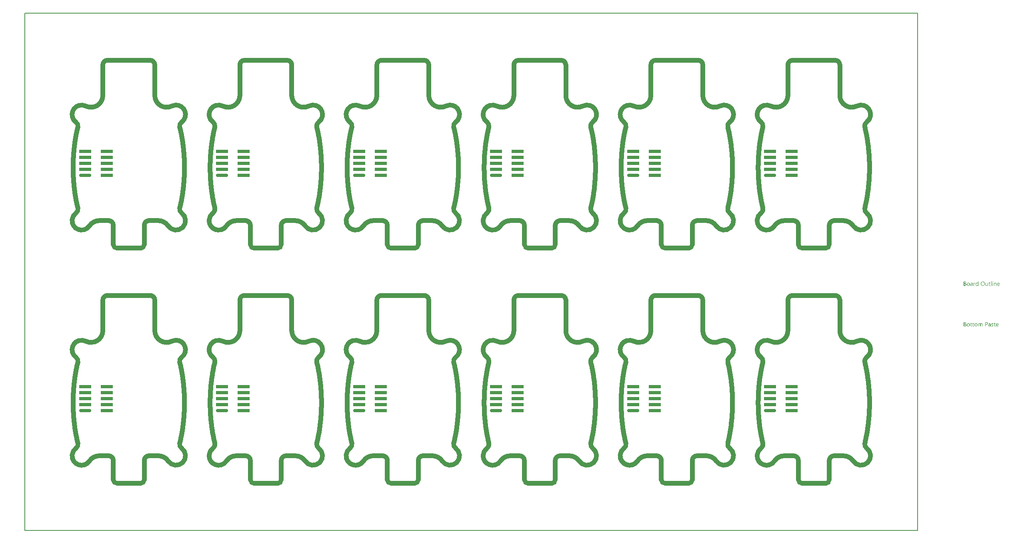
<source format=gbp>
G04*
G04 #@! TF.GenerationSoftware,Altium Limited,Altium Designer,21.9.2 (33)*
G04*
G04 Layer_Color=128*
%FSAX25Y25*%
%MOIN*%
G70*
G04*
G04 #@! TF.SameCoordinates,F1FF36CF-567E-4D5E-8A1F-07DE1E34316F*
G04*
G04*
G04 #@! TF.FilePolarity,Positive*
G04*
G01*
G75*
%ADD37C,0.00787*%
%ADD39C,0.03937*%
G04:AMPARAMS|DCode=47|XSize=100mil|YSize=25mil|CornerRadius=6.25mil|HoleSize=0mil|Usage=FLASHONLY|Rotation=0.000|XOffset=0mil|YOffset=0mil|HoleType=Round|Shape=RoundedRectangle|*
%AMROUNDEDRECTD47*
21,1,0.10000,0.01250,0,0,0.0*
21,1,0.08750,0.02500,0,0,0.0*
1,1,0.01250,0.04375,-0.00625*
1,1,0.01250,-0.04375,-0.00625*
1,1,0.01250,-0.04375,0.00625*
1,1,0.01250,0.04375,0.00625*
%
%ADD47ROUNDEDRECTD47*%
%ADD48R,0.10000X0.02500*%
G36*
X0786906Y0188267D02*
X0786931D01*
X0786986Y0188243D01*
X0787017Y0188224D01*
X0787048Y0188199D01*
X0787054Y0188193D01*
X0787061Y0188187D01*
X0787092Y0188150D01*
X0787116Y0188088D01*
X0787123Y0188051D01*
X0787129Y0188014D01*
Y0188007D01*
Y0187995D01*
X0787123Y0187977D01*
X0787116Y0187952D01*
X0787098Y0187890D01*
X0787073Y0187859D01*
X0787048Y0187828D01*
X0787042D01*
X0787036Y0187816D01*
X0786999Y0187791D01*
X0786943Y0187766D01*
X0786906Y0187760D01*
X0786869Y0187754D01*
X0786850D01*
X0786832Y0187760D01*
X0786807D01*
X0786745Y0187785D01*
X0786714Y0187797D01*
X0786683Y0187822D01*
Y0187828D01*
X0786671Y0187834D01*
X0786658Y0187853D01*
X0786646Y0187871D01*
X0786621Y0187933D01*
X0786615Y0187970D01*
X0786609Y0188014D01*
Y0188020D01*
Y0188032D01*
X0786615Y0188051D01*
X0786621Y0188082D01*
X0786640Y0188137D01*
X0786658Y0188168D01*
X0786683Y0188199D01*
X0786689Y0188206D01*
X0786695Y0188212D01*
X0786733Y0188236D01*
X0786795Y0188261D01*
X0786832Y0188274D01*
X0786887D01*
X0786906Y0188267D01*
D02*
G37*
G36*
X0774916Y0184603D02*
X0774513D01*
Y0185024D01*
X0774501D01*
Y0185018D01*
X0774489Y0185005D01*
X0774470Y0184980D01*
X0774452Y0184950D01*
X0774421Y0184912D01*
X0774384Y0184875D01*
X0774340Y0184832D01*
X0774291Y0184789D01*
X0774235Y0184739D01*
X0774167Y0184696D01*
X0774099Y0184659D01*
X0774018Y0184622D01*
X0773938Y0184591D01*
X0773845Y0184566D01*
X0773746Y0184553D01*
X0773641Y0184547D01*
X0773597D01*
X0773560Y0184553D01*
X0773523Y0184560D01*
X0773474Y0184566D01*
X0773368Y0184591D01*
X0773245Y0184628D01*
X0773121Y0184690D01*
X0773053Y0184727D01*
X0772997Y0184770D01*
X0772935Y0184826D01*
X0772879Y0184881D01*
Y0184888D01*
X0772867Y0184900D01*
X0772855Y0184919D01*
X0772836Y0184943D01*
X0772818Y0184974D01*
X0772793Y0185018D01*
X0772768Y0185067D01*
X0772743Y0185123D01*
X0772712Y0185185D01*
X0772687Y0185253D01*
X0772663Y0185327D01*
X0772644Y0185408D01*
X0772626Y0185494D01*
X0772613Y0185593D01*
X0772607Y0185692D01*
X0772601Y0185798D01*
Y0185804D01*
Y0185822D01*
Y0185860D01*
X0772607Y0185903D01*
X0772613Y0185952D01*
X0772619Y0186014D01*
X0772626Y0186082D01*
X0772638Y0186157D01*
X0772675Y0186318D01*
X0772731Y0186485D01*
X0772768Y0186565D01*
X0772811Y0186646D01*
X0772855Y0186720D01*
X0772910Y0186794D01*
X0772917Y0186800D01*
X0772923Y0186813D01*
X0772941Y0186831D01*
X0772966Y0186856D01*
X0772997Y0186881D01*
X0773040Y0186912D01*
X0773084Y0186949D01*
X0773133Y0186986D01*
X0773257Y0187054D01*
X0773399Y0187116D01*
X0773480Y0187135D01*
X0773566Y0187153D01*
X0773653Y0187166D01*
X0773752Y0187172D01*
X0773802D01*
X0773839Y0187166D01*
X0773876Y0187159D01*
X0773925Y0187153D01*
X0774037Y0187122D01*
X0774161Y0187073D01*
X0774223Y0187042D01*
X0774285Y0186998D01*
X0774346Y0186955D01*
X0774402Y0186899D01*
X0774452Y0186837D01*
X0774501Y0186763D01*
X0774513D01*
Y0188323D01*
X0774916D01*
Y0184603D01*
D02*
G37*
G36*
X0789184Y0187166D02*
X0789258Y0187159D01*
X0789351Y0187141D01*
X0789450Y0187110D01*
X0789555Y0187060D01*
X0789661Y0186992D01*
X0789704Y0186955D01*
X0789747Y0186906D01*
X0789759Y0186893D01*
X0789784Y0186856D01*
X0789815Y0186794D01*
X0789859Y0186707D01*
X0789896Y0186602D01*
X0789933Y0186472D01*
X0789958Y0186318D01*
X0789964Y0186138D01*
Y0184603D01*
X0789561D01*
Y0186033D01*
Y0186039D01*
Y0186070D01*
X0789555Y0186107D01*
Y0186157D01*
X0789543Y0186219D01*
X0789531Y0186287D01*
X0789512Y0186361D01*
X0789487Y0186435D01*
X0789456Y0186510D01*
X0789419Y0186577D01*
X0789369Y0186646D01*
X0789314Y0186707D01*
X0789252Y0186757D01*
X0789172Y0186794D01*
X0789085Y0186825D01*
X0788980Y0186831D01*
X0788967D01*
X0788930Y0186825D01*
X0788874Y0186819D01*
X0788806Y0186800D01*
X0788726Y0186776D01*
X0788639Y0186732D01*
X0788559Y0186677D01*
X0788478Y0186602D01*
X0788472Y0186590D01*
X0788447Y0186565D01*
X0788416Y0186516D01*
X0788379Y0186448D01*
X0788342Y0186367D01*
X0788311Y0186268D01*
X0788286Y0186157D01*
X0788280Y0186033D01*
Y0184603D01*
X0787878D01*
Y0187116D01*
X0788280D01*
Y0186695D01*
X0788293D01*
X0788299Y0186701D01*
X0788305Y0186714D01*
X0788323Y0186739D01*
X0788348Y0186769D01*
X0788373Y0186807D01*
X0788410Y0186844D01*
X0788453Y0186887D01*
X0788503Y0186937D01*
X0788559Y0186980D01*
X0788621Y0187023D01*
X0788689Y0187060D01*
X0788763Y0187098D01*
X0788837Y0187128D01*
X0788924Y0187153D01*
X0789017Y0187166D01*
X0789116Y0187172D01*
X0789153D01*
X0789184Y0187166D01*
D02*
G37*
G36*
X0772186Y0187153D02*
X0772260Y0187147D01*
X0772304Y0187135D01*
X0772335Y0187122D01*
Y0186707D01*
X0772329Y0186714D01*
X0772316Y0186720D01*
X0772291Y0186732D01*
X0772260Y0186751D01*
X0772217Y0186763D01*
X0772161Y0186776D01*
X0772099Y0186782D01*
X0772031Y0186788D01*
X0772019D01*
X0771988Y0186782D01*
X0771939Y0186776D01*
X0771883Y0186757D01*
X0771808Y0186726D01*
X0771740Y0186683D01*
X0771666Y0186621D01*
X0771598Y0186540D01*
X0771592Y0186528D01*
X0771573Y0186497D01*
X0771542Y0186441D01*
X0771511Y0186367D01*
X0771480Y0186274D01*
X0771450Y0186157D01*
X0771431Y0186027D01*
X0771425Y0185878D01*
Y0184603D01*
X0771022D01*
Y0187116D01*
X0771425D01*
Y0186596D01*
X0771437D01*
Y0186602D01*
X0771443Y0186609D01*
X0771456Y0186639D01*
X0771474Y0186689D01*
X0771505Y0186751D01*
X0771536Y0186813D01*
X0771586Y0186881D01*
X0771635Y0186949D01*
X0771697Y0187011D01*
X0771703Y0187017D01*
X0771728Y0187036D01*
X0771765Y0187060D01*
X0771815Y0187085D01*
X0771870Y0187110D01*
X0771939Y0187135D01*
X0772013Y0187153D01*
X0772093Y0187159D01*
X0772149D01*
X0772186Y0187153D01*
D02*
G37*
G36*
X0782926Y0184603D02*
X0782523D01*
Y0184999D01*
X0782511D01*
Y0184993D01*
X0782499Y0184980D01*
X0782486Y0184956D01*
X0782462Y0184931D01*
X0782406Y0184857D01*
X0782319Y0184776D01*
X0782270Y0184733D01*
X0782214Y0184690D01*
X0782152Y0184652D01*
X0782078Y0184615D01*
X0782003Y0184591D01*
X0781923Y0184566D01*
X0781830Y0184553D01*
X0781737Y0184547D01*
X0781700D01*
X0781657Y0184553D01*
X0781595Y0184566D01*
X0781527Y0184578D01*
X0781453Y0184603D01*
X0781372Y0184634D01*
X0781292Y0184683D01*
X0781205Y0184739D01*
X0781124Y0184807D01*
X0781050Y0184894D01*
X0780982Y0184999D01*
X0780920Y0185117D01*
X0780877Y0185259D01*
X0780852Y0185426D01*
X0780840Y0185513D01*
Y0185612D01*
Y0187116D01*
X0781236D01*
Y0185674D01*
Y0185668D01*
Y0185643D01*
X0781242Y0185600D01*
X0781248Y0185550D01*
X0781254Y0185488D01*
X0781267Y0185426D01*
X0781285Y0185352D01*
X0781310Y0185278D01*
X0781347Y0185203D01*
X0781384Y0185135D01*
X0781434Y0185067D01*
X0781496Y0185005D01*
X0781564Y0184956D01*
X0781644Y0184919D01*
X0781743Y0184888D01*
X0781849Y0184881D01*
X0781861D01*
X0781898Y0184888D01*
X0781954Y0184894D01*
X0782016Y0184906D01*
X0782096Y0184937D01*
X0782177Y0184974D01*
X0782257Y0185024D01*
X0782332Y0185098D01*
X0782338Y0185110D01*
X0782363Y0185135D01*
X0782393Y0185185D01*
X0782431Y0185253D01*
X0782462Y0185333D01*
X0782492Y0185432D01*
X0782517Y0185544D01*
X0782523Y0185668D01*
Y0187116D01*
X0782926D01*
Y0184603D01*
D02*
G37*
G36*
X0787061D02*
X0786658D01*
Y0187116D01*
X0787061D01*
Y0184603D01*
D02*
G37*
G36*
X0785841D02*
X0785439D01*
Y0188323D01*
X0785841D01*
Y0184603D01*
D02*
G37*
G36*
X0769462Y0187166D02*
X0769518Y0187159D01*
X0769586Y0187141D01*
X0769661Y0187122D01*
X0769741Y0187091D01*
X0769828Y0187054D01*
X0769908Y0187005D01*
X0769989Y0186943D01*
X0770063Y0186869D01*
X0770131Y0186776D01*
X0770187Y0186670D01*
X0770230Y0186547D01*
X0770255Y0186404D01*
X0770267Y0186237D01*
Y0184603D01*
X0769865D01*
Y0184993D01*
X0769852D01*
Y0184987D01*
X0769840Y0184974D01*
X0769828Y0184950D01*
X0769803Y0184925D01*
X0769741Y0184851D01*
X0769661Y0184770D01*
X0769549Y0184690D01*
X0769419Y0184615D01*
X0769339Y0184591D01*
X0769258Y0184566D01*
X0769172Y0184553D01*
X0769079Y0184547D01*
X0769042D01*
X0769017Y0184553D01*
X0768949Y0184560D01*
X0768868Y0184572D01*
X0768769Y0184597D01*
X0768676Y0184628D01*
X0768577Y0184677D01*
X0768491Y0184739D01*
X0768484Y0184751D01*
X0768460Y0184776D01*
X0768423Y0184820D01*
X0768385Y0184881D01*
X0768348Y0184956D01*
X0768311Y0185042D01*
X0768286Y0185148D01*
X0768280Y0185265D01*
Y0185272D01*
Y0185296D01*
X0768286Y0185333D01*
X0768293Y0185377D01*
X0768305Y0185432D01*
X0768324Y0185494D01*
X0768348Y0185562D01*
X0768385Y0185631D01*
X0768429Y0185705D01*
X0768484Y0185779D01*
X0768553Y0185847D01*
X0768633Y0185909D01*
X0768726Y0185971D01*
X0768837Y0186021D01*
X0768961Y0186058D01*
X0769110Y0186089D01*
X0769865Y0186194D01*
Y0186200D01*
Y0186219D01*
X0769859Y0186256D01*
Y0186293D01*
X0769846Y0186342D01*
X0769840Y0186398D01*
X0769803Y0186516D01*
X0769772Y0186571D01*
X0769741Y0186627D01*
X0769698Y0186683D01*
X0769648Y0186732D01*
X0769586Y0186776D01*
X0769518Y0186807D01*
X0769438Y0186825D01*
X0769345Y0186831D01*
X0769302D01*
X0769271Y0186825D01*
X0769227D01*
X0769184Y0186813D01*
X0769072Y0186794D01*
X0768949Y0186757D01*
X0768813Y0186701D01*
X0768738Y0186664D01*
X0768670Y0186627D01*
X0768596Y0186577D01*
X0768528Y0186522D01*
Y0186937D01*
X0768534D01*
X0768546Y0186949D01*
X0768565Y0186961D01*
X0768596Y0186974D01*
X0768627Y0186992D01*
X0768670Y0187011D01*
X0768720Y0187029D01*
X0768775Y0187054D01*
X0768899Y0187098D01*
X0769048Y0187135D01*
X0769209Y0187159D01*
X0769382Y0187172D01*
X0769419D01*
X0769462Y0187166D01*
D02*
G37*
G36*
X0763774Y0188113D02*
X0763817D01*
X0763861Y0188107D01*
X0763960Y0188094D01*
X0764077Y0188063D01*
X0764201Y0188026D01*
X0764319Y0187970D01*
X0764424Y0187896D01*
X0764430D01*
X0764436Y0187884D01*
X0764467Y0187859D01*
X0764510Y0187809D01*
X0764560Y0187741D01*
X0764603Y0187655D01*
X0764647Y0187556D01*
X0764678Y0187444D01*
X0764690Y0187382D01*
Y0187314D01*
Y0187308D01*
Y0187302D01*
Y0187265D01*
X0764684Y0187209D01*
X0764671Y0187141D01*
X0764653Y0187054D01*
X0764622Y0186968D01*
X0764585Y0186881D01*
X0764529Y0186794D01*
X0764523Y0186782D01*
X0764498Y0186757D01*
X0764461Y0186720D01*
X0764411Y0186670D01*
X0764350Y0186621D01*
X0764275Y0186565D01*
X0764182Y0186522D01*
X0764083Y0186478D01*
Y0186472D01*
X0764102D01*
X0764120Y0186466D01*
X0764139Y0186460D01*
X0764207Y0186448D01*
X0764288Y0186423D01*
X0764374Y0186386D01*
X0764467Y0186342D01*
X0764560Y0186280D01*
X0764647Y0186200D01*
X0764659Y0186188D01*
X0764684Y0186157D01*
X0764715Y0186113D01*
X0764758Y0186045D01*
X0764795Y0185959D01*
X0764832Y0185860D01*
X0764857Y0185742D01*
X0764863Y0185612D01*
Y0185606D01*
Y0185593D01*
Y0185569D01*
X0764857Y0185538D01*
X0764851Y0185501D01*
X0764845Y0185457D01*
X0764820Y0185352D01*
X0764783Y0185234D01*
X0764727Y0185110D01*
X0764690Y0185055D01*
X0764647Y0184993D01*
X0764591Y0184937D01*
X0764535Y0184881D01*
X0764529D01*
X0764523Y0184869D01*
X0764504Y0184857D01*
X0764480Y0184838D01*
X0764449Y0184820D01*
X0764405Y0184795D01*
X0764312Y0184745D01*
X0764195Y0184690D01*
X0764059Y0184646D01*
X0763898Y0184615D01*
X0763817Y0184609D01*
X0763724Y0184603D01*
X0762697D01*
Y0188119D01*
X0763743D01*
X0763774Y0188113D01*
D02*
G37*
G36*
X0784269Y0187116D02*
X0784906D01*
Y0186769D01*
X0784269D01*
Y0185352D01*
Y0185340D01*
Y0185309D01*
X0784275Y0185265D01*
X0784281Y0185210D01*
X0784306Y0185092D01*
X0784325Y0185036D01*
X0784356Y0184993D01*
X0784362Y0184987D01*
X0784374Y0184974D01*
X0784393Y0184962D01*
X0784424Y0184943D01*
X0784461Y0184919D01*
X0784510Y0184906D01*
X0784572Y0184894D01*
X0784640Y0184888D01*
X0784665D01*
X0784696Y0184894D01*
X0784733Y0184900D01*
X0784820Y0184925D01*
X0784863Y0184943D01*
X0784906Y0184968D01*
Y0184622D01*
X0784900D01*
X0784882Y0184609D01*
X0784851Y0184603D01*
X0784807Y0184591D01*
X0784752Y0184578D01*
X0784690Y0184566D01*
X0784616Y0184560D01*
X0784529Y0184553D01*
X0784498D01*
X0784467Y0184560D01*
X0784424Y0184566D01*
X0784374Y0184578D01*
X0784318Y0184591D01*
X0784263Y0184615D01*
X0784201Y0184646D01*
X0784139Y0184683D01*
X0784077Y0184733D01*
X0784021Y0184789D01*
X0783972Y0184863D01*
X0783928Y0184943D01*
X0783898Y0185042D01*
X0783873Y0185154D01*
X0783867Y0185284D01*
Y0186769D01*
X0783439D01*
Y0187116D01*
X0783867D01*
Y0187729D01*
X0784269Y0187859D01*
Y0187116D01*
D02*
G37*
G36*
X0791796Y0187166D02*
X0791839Y0187159D01*
X0791883Y0187153D01*
X0791994Y0187135D01*
X0792118Y0187091D01*
X0792242Y0187036D01*
X0792304Y0186998D01*
X0792366Y0186955D01*
X0792421Y0186906D01*
X0792477Y0186850D01*
X0792483Y0186844D01*
X0792489Y0186837D01*
X0792502Y0186819D01*
X0792520Y0186794D01*
X0792539Y0186757D01*
X0792564Y0186720D01*
X0792588Y0186677D01*
X0792613Y0186621D01*
X0792638Y0186559D01*
X0792663Y0186497D01*
X0792687Y0186423D01*
X0792706Y0186342D01*
X0792725Y0186256D01*
X0792737Y0186169D01*
X0792749Y0186070D01*
Y0185965D01*
Y0185754D01*
X0790973D01*
Y0185748D01*
Y0185736D01*
Y0185717D01*
X0790979Y0185686D01*
X0790985Y0185649D01*
Y0185612D01*
X0791004Y0185513D01*
X0791035Y0185414D01*
X0791072Y0185302D01*
X0791127Y0185197D01*
X0791196Y0185104D01*
X0791208Y0185092D01*
X0791233Y0185067D01*
X0791282Y0185036D01*
X0791350Y0184993D01*
X0791437Y0184950D01*
X0791536Y0184919D01*
X0791654Y0184894D01*
X0791790Y0184881D01*
X0791833D01*
X0791864Y0184888D01*
X0791901D01*
X0791945Y0184894D01*
X0792050Y0184919D01*
X0792167Y0184950D01*
X0792297Y0184999D01*
X0792434Y0185067D01*
X0792502Y0185110D01*
X0792570Y0185160D01*
Y0184782D01*
X0792564D01*
X0792557Y0184770D01*
X0792539Y0184764D01*
X0792508Y0184745D01*
X0792477Y0184727D01*
X0792440Y0184708D01*
X0792390Y0184690D01*
X0792341Y0184665D01*
X0792279Y0184640D01*
X0792211Y0184622D01*
X0792062Y0184584D01*
X0791889Y0184560D01*
X0791697Y0184547D01*
X0791647D01*
X0791610Y0184553D01*
X0791567Y0184560D01*
X0791511Y0184566D01*
X0791394Y0184591D01*
X0791257Y0184628D01*
X0791121Y0184690D01*
X0791053Y0184733D01*
X0790985Y0184776D01*
X0790923Y0184826D01*
X0790861Y0184888D01*
X0790855Y0184894D01*
X0790849Y0184906D01*
X0790837Y0184925D01*
X0790812Y0184950D01*
X0790793Y0184987D01*
X0790768Y0185030D01*
X0790737Y0185080D01*
X0790713Y0185135D01*
X0790682Y0185197D01*
X0790657Y0185272D01*
X0790626Y0185352D01*
X0790608Y0185439D01*
X0790589Y0185531D01*
X0790570Y0185631D01*
X0790564Y0185736D01*
X0790558Y0185847D01*
Y0185853D01*
Y0185872D01*
Y0185903D01*
X0790564Y0185946D01*
X0790570Y0185996D01*
X0790577Y0186051D01*
X0790583Y0186119D01*
X0790601Y0186188D01*
X0790638Y0186336D01*
X0790694Y0186497D01*
X0790731Y0186577D01*
X0790781Y0186652D01*
X0790830Y0186732D01*
X0790886Y0186800D01*
X0790892Y0186807D01*
X0790905Y0186819D01*
X0790923Y0186837D01*
X0790948Y0186856D01*
X0790979Y0186887D01*
X0791016Y0186918D01*
X0791066Y0186949D01*
X0791115Y0186986D01*
X0791233Y0187054D01*
X0791375Y0187116D01*
X0791456Y0187135D01*
X0791536Y0187153D01*
X0791623Y0187166D01*
X0791715Y0187172D01*
X0791765D01*
X0791796Y0187166D01*
D02*
G37*
G36*
X0778754Y0188175D02*
X0778816Y0188168D01*
X0778890Y0188156D01*
X0778970Y0188137D01*
X0779057Y0188119D01*
X0779144Y0188094D01*
X0779243Y0188063D01*
X0779335Y0188020D01*
X0779435Y0187970D01*
X0779534Y0187915D01*
X0779627Y0187847D01*
X0779719Y0187772D01*
X0779806Y0187686D01*
X0779812Y0187679D01*
X0779825Y0187661D01*
X0779849Y0187636D01*
X0779874Y0187599D01*
X0779911Y0187549D01*
X0779948Y0187487D01*
X0779986Y0187419D01*
X0780029Y0187345D01*
X0780072Y0187252D01*
X0780109Y0187159D01*
X0780146Y0187054D01*
X0780184Y0186937D01*
X0780208Y0186819D01*
X0780233Y0186689D01*
X0780245Y0186547D01*
X0780252Y0186404D01*
Y0186392D01*
Y0186367D01*
Y0186324D01*
X0780245Y0186262D01*
X0780239Y0186188D01*
X0780227Y0186107D01*
X0780215Y0186014D01*
X0780196Y0185909D01*
X0780171Y0185804D01*
X0780140Y0185692D01*
X0780103Y0185581D01*
X0780060Y0185469D01*
X0780004Y0185352D01*
X0779942Y0185247D01*
X0779874Y0185142D01*
X0779794Y0185042D01*
X0779787Y0185036D01*
X0779775Y0185024D01*
X0779744Y0184999D01*
X0779713Y0184968D01*
X0779664Y0184925D01*
X0779608Y0184888D01*
X0779546Y0184838D01*
X0779472Y0184795D01*
X0779391Y0184751D01*
X0779298Y0184702D01*
X0779199Y0184665D01*
X0779088Y0184628D01*
X0778970Y0184591D01*
X0778847Y0184566D01*
X0778717Y0184553D01*
X0778574Y0184547D01*
X0778543D01*
X0778500Y0184553D01*
X0778450D01*
X0778389Y0184560D01*
X0778314Y0184572D01*
X0778234Y0184591D01*
X0778141Y0184609D01*
X0778048Y0184634D01*
X0777949Y0184665D01*
X0777850Y0184708D01*
X0777751Y0184751D01*
X0777652Y0184807D01*
X0777553Y0184875D01*
X0777460Y0184950D01*
X0777373Y0185036D01*
X0777367Y0185042D01*
X0777355Y0185061D01*
X0777330Y0185086D01*
X0777305Y0185123D01*
X0777268Y0185172D01*
X0777231Y0185234D01*
X0777194Y0185302D01*
X0777150Y0185383D01*
X0777107Y0185469D01*
X0777070Y0185562D01*
X0777033Y0185668D01*
X0776996Y0185785D01*
X0776971Y0185903D01*
X0776946Y0186033D01*
X0776934Y0186175D01*
X0776928Y0186318D01*
Y0186330D01*
Y0186355D01*
X0776934Y0186398D01*
Y0186460D01*
X0776940Y0186528D01*
X0776952Y0186615D01*
X0776965Y0186707D01*
X0776983Y0186807D01*
X0777008Y0186912D01*
X0777039Y0187023D01*
X0777076Y0187135D01*
X0777119Y0187246D01*
X0777175Y0187357D01*
X0777237Y0187469D01*
X0777305Y0187574D01*
X0777386Y0187673D01*
X0777392Y0187679D01*
X0777404Y0187698D01*
X0777435Y0187723D01*
X0777472Y0187754D01*
X0777516Y0187791D01*
X0777571Y0187834D01*
X0777639Y0187877D01*
X0777714Y0187927D01*
X0777800Y0187977D01*
X0777893Y0188020D01*
X0777992Y0188063D01*
X0778104Y0188100D01*
X0778228Y0188131D01*
X0778358Y0188162D01*
X0778494Y0188175D01*
X0778636Y0188181D01*
X0778704D01*
X0778754Y0188175D01*
D02*
G37*
G36*
X0766726Y0187166D02*
X0766770Y0187159D01*
X0766826Y0187153D01*
X0766949Y0187128D01*
X0767092Y0187085D01*
X0767234Y0187023D01*
X0767308Y0186986D01*
X0767377Y0186943D01*
X0767445Y0186887D01*
X0767507Y0186825D01*
X0767513Y0186819D01*
X0767519Y0186807D01*
X0767537Y0186788D01*
X0767556Y0186763D01*
X0767581Y0186726D01*
X0767605Y0186683D01*
X0767636Y0186633D01*
X0767667Y0186577D01*
X0767692Y0186510D01*
X0767723Y0186441D01*
X0767748Y0186361D01*
X0767773Y0186274D01*
X0767791Y0186181D01*
X0767810Y0186082D01*
X0767816Y0185977D01*
X0767822Y0185866D01*
Y0185860D01*
Y0185841D01*
Y0185810D01*
X0767816Y0185767D01*
X0767810Y0185717D01*
X0767804Y0185655D01*
X0767791Y0185593D01*
X0767779Y0185519D01*
X0767742Y0185371D01*
X0767680Y0185210D01*
X0767643Y0185129D01*
X0767593Y0185049D01*
X0767544Y0184974D01*
X0767482Y0184906D01*
X0767476Y0184900D01*
X0767463Y0184894D01*
X0767445Y0184875D01*
X0767420Y0184851D01*
X0767383Y0184826D01*
X0767346Y0184795D01*
X0767296Y0184758D01*
X0767240Y0184727D01*
X0767178Y0184696D01*
X0767110Y0184659D01*
X0767036Y0184628D01*
X0766956Y0184603D01*
X0766869Y0184578D01*
X0766776Y0184566D01*
X0766677Y0184553D01*
X0766572Y0184547D01*
X0766516D01*
X0766479Y0184553D01*
X0766436Y0184560D01*
X0766380Y0184566D01*
X0766318Y0184578D01*
X0766250Y0184591D01*
X0766108Y0184634D01*
X0765959Y0184696D01*
X0765885Y0184733D01*
X0765817Y0184782D01*
X0765749Y0184832D01*
X0765680Y0184894D01*
X0765674Y0184900D01*
X0765668Y0184912D01*
X0765650Y0184931D01*
X0765631Y0184956D01*
X0765606Y0184993D01*
X0765575Y0185036D01*
X0765544Y0185086D01*
X0765520Y0185142D01*
X0765488Y0185210D01*
X0765458Y0185278D01*
X0765427Y0185352D01*
X0765402Y0185439D01*
X0765365Y0185624D01*
X0765358Y0185723D01*
X0765352Y0185829D01*
Y0185835D01*
Y0185860D01*
Y0185890D01*
X0765358Y0185934D01*
X0765365Y0185983D01*
X0765371Y0186045D01*
X0765383Y0186113D01*
X0765396Y0186188D01*
X0765433Y0186348D01*
X0765495Y0186510D01*
X0765538Y0186590D01*
X0765581Y0186670D01*
X0765631Y0186745D01*
X0765693Y0186813D01*
X0765699Y0186819D01*
X0765711Y0186831D01*
X0765730Y0186844D01*
X0765755Y0186869D01*
X0765792Y0186893D01*
X0765835Y0186924D01*
X0765885Y0186961D01*
X0765940Y0186992D01*
X0766002Y0187023D01*
X0766077Y0187060D01*
X0766151Y0187091D01*
X0766237Y0187116D01*
X0766324Y0187141D01*
X0766423Y0187159D01*
X0766528Y0187166D01*
X0766634Y0187172D01*
X0766689D01*
X0766726Y0187166D01*
D02*
G37*
G36*
X0786826Y0153307D02*
X0786906Y0153301D01*
X0786993Y0153289D01*
X0787092Y0153264D01*
X0787191Y0153239D01*
X0787290Y0153202D01*
Y0152794D01*
X0787277Y0152800D01*
X0787240Y0152824D01*
X0787184Y0152849D01*
X0787110Y0152886D01*
X0787017Y0152917D01*
X0786906Y0152948D01*
X0786782Y0152967D01*
X0786652Y0152973D01*
X0786584D01*
X0786522Y0152961D01*
X0786448Y0152948D01*
X0786442D01*
X0786436Y0152942D01*
X0786398Y0152930D01*
X0786349Y0152905D01*
X0786293Y0152874D01*
X0786281Y0152868D01*
X0786256Y0152843D01*
X0786225Y0152806D01*
X0786194Y0152763D01*
X0786188Y0152750D01*
X0786175Y0152719D01*
X0786163Y0152676D01*
X0786157Y0152620D01*
Y0152614D01*
Y0152602D01*
Y0152583D01*
X0786163Y0152565D01*
X0786175Y0152509D01*
X0786194Y0152453D01*
X0786200Y0152441D01*
X0786219Y0152416D01*
X0786256Y0152379D01*
X0786299Y0152336D01*
X0786306D01*
X0786312Y0152329D01*
X0786349Y0152304D01*
X0786398Y0152274D01*
X0786466Y0152243D01*
X0786473D01*
X0786485Y0152236D01*
X0786504Y0152230D01*
X0786535Y0152218D01*
X0786603Y0152193D01*
X0786689Y0152156D01*
X0786695D01*
X0786720Y0152144D01*
X0786751Y0152131D01*
X0786788Y0152119D01*
X0786887Y0152076D01*
X0786986Y0152026D01*
X0786993D01*
X0787011Y0152014D01*
X0787036Y0152001D01*
X0787067Y0151983D01*
X0787141Y0151933D01*
X0787215Y0151871D01*
X0787222Y0151865D01*
X0787234Y0151859D01*
X0787246Y0151840D01*
X0787271Y0151815D01*
X0787315Y0151754D01*
X0787358Y0151673D01*
Y0151667D01*
X0787364Y0151655D01*
X0787376Y0151630D01*
X0787383Y0151599D01*
X0787395Y0151562D01*
X0787401Y0151518D01*
X0787407Y0151413D01*
Y0151407D01*
Y0151382D01*
X0787401Y0151345D01*
X0787395Y0151302D01*
X0787389Y0151252D01*
X0787370Y0151197D01*
X0787352Y0151147D01*
X0787321Y0151091D01*
X0787315Y0151085D01*
X0787308Y0151067D01*
X0787290Y0151042D01*
X0787265Y0151011D01*
X0787234Y0150974D01*
X0787197Y0150937D01*
X0787104Y0150862D01*
X0787098Y0150856D01*
X0787079Y0150850D01*
X0787054Y0150831D01*
X0787011Y0150813D01*
X0786968Y0150788D01*
X0786912Y0150769D01*
X0786856Y0150751D01*
X0786788Y0150732D01*
X0786782D01*
X0786757Y0150726D01*
X0786720Y0150720D01*
X0786677Y0150714D01*
X0786615Y0150701D01*
X0786553Y0150695D01*
X0786411Y0150689D01*
X0786349D01*
X0786274Y0150695D01*
X0786182Y0150707D01*
X0786076Y0150726D01*
X0785965Y0150751D01*
X0785854Y0150782D01*
X0785742Y0150831D01*
Y0151265D01*
X0785748D01*
X0785755Y0151252D01*
X0785773Y0151240D01*
X0785798Y0151227D01*
X0785866Y0151190D01*
X0785959Y0151147D01*
X0786064Y0151098D01*
X0786188Y0151060D01*
X0786324Y0151036D01*
X0786466Y0151023D01*
X0786516D01*
X0786547Y0151029D01*
X0786634Y0151042D01*
X0786733Y0151067D01*
X0786826Y0151110D01*
X0786869Y0151141D01*
X0786912Y0151172D01*
X0786943Y0151215D01*
X0786968Y0151258D01*
X0786986Y0151314D01*
X0786993Y0151376D01*
Y0151382D01*
Y0151395D01*
Y0151413D01*
X0786986Y0151432D01*
X0786974Y0151488D01*
X0786949Y0151543D01*
Y0151549D01*
X0786943Y0151556D01*
X0786918Y0151586D01*
X0786881Y0151630D01*
X0786826Y0151667D01*
X0786819D01*
X0786813Y0151679D01*
X0786776Y0151698D01*
X0786720Y0151735D01*
X0786646Y0151766D01*
X0786640D01*
X0786627Y0151772D01*
X0786609Y0151785D01*
X0786578Y0151797D01*
X0786510Y0151822D01*
X0786423Y0151859D01*
X0786417D01*
X0786392Y0151871D01*
X0786361Y0151884D01*
X0786324Y0151896D01*
X0786225Y0151939D01*
X0786126Y0151989D01*
X0786120Y0151995D01*
X0786107Y0152001D01*
X0786083Y0152014D01*
X0786052Y0152032D01*
X0785984Y0152082D01*
X0785916Y0152137D01*
X0785909Y0152144D01*
X0785903Y0152150D01*
X0785885Y0152168D01*
X0785866Y0152193D01*
X0785823Y0152255D01*
X0785785Y0152329D01*
Y0152336D01*
X0785779Y0152348D01*
X0785773Y0152373D01*
X0785767Y0152404D01*
X0785761Y0152441D01*
X0785755Y0152484D01*
X0785748Y0152589D01*
Y0152595D01*
Y0152620D01*
X0785755Y0152651D01*
X0785761Y0152694D01*
X0785767Y0152744D01*
X0785785Y0152794D01*
X0785804Y0152849D01*
X0785829Y0152899D01*
X0785835Y0152905D01*
X0785841Y0152924D01*
X0785860Y0152948D01*
X0785885Y0152979D01*
X0785953Y0153053D01*
X0786039Y0153128D01*
X0786046Y0153134D01*
X0786064Y0153140D01*
X0786089Y0153159D01*
X0786132Y0153177D01*
X0786175Y0153202D01*
X0786225Y0153227D01*
X0786349Y0153264D01*
X0786355D01*
X0786380Y0153270D01*
X0786411Y0153283D01*
X0786460Y0153289D01*
X0786510Y0153301D01*
X0786572Y0153307D01*
X0786708Y0153314D01*
X0786764D01*
X0786826Y0153307D01*
D02*
G37*
G36*
X0777633D02*
X0777689Y0153295D01*
X0777751Y0153283D01*
X0777819Y0153258D01*
X0777900Y0153227D01*
X0777974Y0153183D01*
X0778054Y0153134D01*
X0778128Y0153066D01*
X0778197Y0152979D01*
X0778259Y0152880D01*
X0778314Y0152769D01*
X0778351Y0152626D01*
X0778382Y0152472D01*
X0778389Y0152292D01*
Y0150745D01*
X0777986D01*
Y0152187D01*
Y0152193D01*
Y0152206D01*
Y0152224D01*
Y0152255D01*
X0777980Y0152329D01*
X0777968Y0152416D01*
X0777955Y0152515D01*
X0777930Y0152614D01*
X0777900Y0152707D01*
X0777856Y0152787D01*
X0777850Y0152794D01*
X0777831Y0152818D01*
X0777800Y0152849D01*
X0777751Y0152880D01*
X0777695Y0152917D01*
X0777621Y0152942D01*
X0777528Y0152967D01*
X0777423Y0152973D01*
X0777411D01*
X0777380Y0152967D01*
X0777330Y0152961D01*
X0777268Y0152942D01*
X0777200Y0152917D01*
X0777126Y0152874D01*
X0777051Y0152818D01*
X0776983Y0152738D01*
X0776977Y0152726D01*
X0776959Y0152694D01*
X0776928Y0152645D01*
X0776897Y0152577D01*
X0776860Y0152496D01*
X0776835Y0152404D01*
X0776810Y0152292D01*
X0776804Y0152175D01*
Y0150745D01*
X0776402D01*
Y0152236D01*
Y0152243D01*
Y0152267D01*
X0776395Y0152304D01*
Y0152354D01*
X0776383Y0152410D01*
X0776370Y0152472D01*
X0776352Y0152534D01*
X0776333Y0152608D01*
X0776302Y0152676D01*
X0776265Y0152738D01*
X0776216Y0152800D01*
X0776160Y0152856D01*
X0776098Y0152905D01*
X0776018Y0152942D01*
X0775931Y0152967D01*
X0775832Y0152973D01*
X0775820D01*
X0775789Y0152967D01*
X0775739Y0152961D01*
X0775677Y0152948D01*
X0775609Y0152917D01*
X0775535Y0152880D01*
X0775461Y0152824D01*
X0775392Y0152750D01*
X0775386Y0152738D01*
X0775368Y0152713D01*
X0775337Y0152664D01*
X0775306Y0152595D01*
X0775275Y0152515D01*
X0775244Y0152416D01*
X0775225Y0152304D01*
X0775219Y0152175D01*
Y0150745D01*
X0774817D01*
Y0153258D01*
X0775219D01*
Y0152856D01*
X0775232D01*
X0775238Y0152862D01*
X0775244Y0152874D01*
X0775262Y0152899D01*
X0775281Y0152930D01*
X0775343Y0152998D01*
X0775430Y0153085D01*
X0775541Y0153171D01*
X0775671Y0153239D01*
X0775751Y0153270D01*
X0775832Y0153295D01*
X0775919Y0153307D01*
X0776012Y0153314D01*
X0776055D01*
X0776104Y0153307D01*
X0776166Y0153295D01*
X0776234Y0153276D01*
X0776309Y0153252D01*
X0776383Y0153221D01*
X0776457Y0153171D01*
X0776463Y0153165D01*
X0776488Y0153146D01*
X0776519Y0153115D01*
X0776562Y0153072D01*
X0776606Y0153016D01*
X0776649Y0152954D01*
X0776692Y0152880D01*
X0776723Y0152794D01*
X0776730Y0152800D01*
X0776736Y0152818D01*
X0776754Y0152843D01*
X0776773Y0152874D01*
X0776804Y0152917D01*
X0776841Y0152961D01*
X0776884Y0153004D01*
X0776934Y0153053D01*
X0776990Y0153103D01*
X0777051Y0153146D01*
X0777119Y0153196D01*
X0777194Y0153233D01*
X0777274Y0153264D01*
X0777361Y0153289D01*
X0777460Y0153307D01*
X0777559Y0153314D01*
X0777596D01*
X0777633Y0153307D01*
D02*
G37*
G36*
X0784331D02*
X0784387Y0153301D01*
X0784455Y0153283D01*
X0784529Y0153264D01*
X0784609Y0153233D01*
X0784696Y0153196D01*
X0784777Y0153146D01*
X0784857Y0153085D01*
X0784931Y0153010D01*
X0784999Y0152917D01*
X0785055Y0152812D01*
X0785098Y0152688D01*
X0785123Y0152546D01*
X0785136Y0152379D01*
Y0150745D01*
X0784733D01*
Y0151135D01*
X0784721D01*
Y0151128D01*
X0784708Y0151116D01*
X0784696Y0151091D01*
X0784671Y0151067D01*
X0784609Y0150992D01*
X0784529Y0150912D01*
X0784417Y0150831D01*
X0784288Y0150757D01*
X0784207Y0150732D01*
X0784127Y0150707D01*
X0784040Y0150695D01*
X0783947Y0150689D01*
X0783910D01*
X0783885Y0150695D01*
X0783817Y0150701D01*
X0783737Y0150714D01*
X0783638Y0150739D01*
X0783545Y0150769D01*
X0783446Y0150819D01*
X0783359Y0150881D01*
X0783353Y0150893D01*
X0783328Y0150918D01*
X0783291Y0150961D01*
X0783254Y0151023D01*
X0783217Y0151098D01*
X0783180Y0151184D01*
X0783155Y0151289D01*
X0783149Y0151407D01*
Y0151413D01*
Y0151438D01*
X0783155Y0151475D01*
X0783161Y0151518D01*
X0783173Y0151574D01*
X0783192Y0151636D01*
X0783217Y0151704D01*
X0783254Y0151772D01*
X0783297Y0151847D01*
X0783353Y0151921D01*
X0783421Y0151989D01*
X0783501Y0152051D01*
X0783594Y0152113D01*
X0783706Y0152162D01*
X0783829Y0152199D01*
X0783978Y0152230D01*
X0784733Y0152336D01*
Y0152342D01*
Y0152360D01*
X0784727Y0152397D01*
Y0152435D01*
X0784715Y0152484D01*
X0784708Y0152540D01*
X0784671Y0152657D01*
X0784640Y0152713D01*
X0784609Y0152769D01*
X0784566Y0152824D01*
X0784517Y0152874D01*
X0784455Y0152917D01*
X0784387Y0152948D01*
X0784306Y0152967D01*
X0784213Y0152973D01*
X0784170D01*
X0784139Y0152967D01*
X0784096D01*
X0784052Y0152954D01*
X0783941Y0152936D01*
X0783817Y0152899D01*
X0783681Y0152843D01*
X0783607Y0152806D01*
X0783539Y0152769D01*
X0783464Y0152719D01*
X0783396Y0152664D01*
Y0153078D01*
X0783402D01*
X0783415Y0153091D01*
X0783433Y0153103D01*
X0783464Y0153115D01*
X0783495Y0153134D01*
X0783539Y0153153D01*
X0783588Y0153171D01*
X0783644Y0153196D01*
X0783768Y0153239D01*
X0783916Y0153276D01*
X0784077Y0153301D01*
X0784250Y0153314D01*
X0784288D01*
X0784331Y0153307D01*
D02*
G37*
G36*
X0781632Y0154254D02*
X0781682D01*
X0781731Y0154248D01*
X0781861Y0154224D01*
X0781997Y0154192D01*
X0782146Y0154143D01*
X0782288Y0154075D01*
X0782350Y0154032D01*
X0782412Y0153982D01*
X0782418D01*
X0782424Y0153970D01*
X0782443Y0153951D01*
X0782462Y0153932D01*
X0782511Y0153871D01*
X0782573Y0153784D01*
X0782629Y0153673D01*
X0782678Y0153543D01*
X0782715Y0153388D01*
X0782722Y0153301D01*
X0782728Y0153208D01*
Y0153202D01*
Y0153183D01*
Y0153159D01*
X0782722Y0153128D01*
X0782715Y0153085D01*
X0782709Y0153035D01*
X0782684Y0152917D01*
X0782641Y0152787D01*
X0782579Y0152651D01*
X0782542Y0152583D01*
X0782499Y0152515D01*
X0782443Y0152447D01*
X0782381Y0152385D01*
X0782375Y0152379D01*
X0782363Y0152373D01*
X0782344Y0152354D01*
X0782319Y0152336D01*
X0782282Y0152311D01*
X0782239Y0152286D01*
X0782189Y0152255D01*
X0782133Y0152230D01*
X0782071Y0152199D01*
X0782003Y0152168D01*
X0781923Y0152144D01*
X0781843Y0152119D01*
X0781657Y0152082D01*
X0781558Y0152076D01*
X0781453Y0152069D01*
X0780988D01*
Y0150745D01*
X0780574D01*
Y0154261D01*
X0781595D01*
X0781632Y0154254D01*
D02*
G37*
G36*
X0763774D02*
X0763817D01*
X0763861Y0154248D01*
X0763960Y0154236D01*
X0764077Y0154205D01*
X0764201Y0154168D01*
X0764319Y0154112D01*
X0764424Y0154038D01*
X0764430D01*
X0764436Y0154025D01*
X0764467Y0154001D01*
X0764510Y0153951D01*
X0764560Y0153883D01*
X0764603Y0153796D01*
X0764647Y0153697D01*
X0764678Y0153586D01*
X0764690Y0153524D01*
Y0153456D01*
Y0153450D01*
Y0153444D01*
Y0153406D01*
X0764684Y0153351D01*
X0764671Y0153283D01*
X0764653Y0153196D01*
X0764622Y0153109D01*
X0764585Y0153023D01*
X0764529Y0152936D01*
X0764523Y0152924D01*
X0764498Y0152899D01*
X0764461Y0152862D01*
X0764411Y0152812D01*
X0764350Y0152763D01*
X0764275Y0152707D01*
X0764182Y0152664D01*
X0764083Y0152620D01*
Y0152614D01*
X0764102D01*
X0764120Y0152608D01*
X0764139Y0152602D01*
X0764207Y0152589D01*
X0764288Y0152565D01*
X0764374Y0152527D01*
X0764467Y0152484D01*
X0764560Y0152422D01*
X0764647Y0152342D01*
X0764659Y0152329D01*
X0764684Y0152298D01*
X0764715Y0152255D01*
X0764758Y0152187D01*
X0764795Y0152100D01*
X0764832Y0152001D01*
X0764857Y0151884D01*
X0764863Y0151754D01*
Y0151748D01*
Y0151735D01*
Y0151710D01*
X0764857Y0151679D01*
X0764851Y0151642D01*
X0764845Y0151599D01*
X0764820Y0151494D01*
X0764783Y0151376D01*
X0764727Y0151252D01*
X0764690Y0151197D01*
X0764647Y0151135D01*
X0764591Y0151079D01*
X0764535Y0151023D01*
X0764529D01*
X0764523Y0151011D01*
X0764504Y0150998D01*
X0764480Y0150980D01*
X0764449Y0150961D01*
X0764405Y0150937D01*
X0764312Y0150887D01*
X0764195Y0150831D01*
X0764059Y0150788D01*
X0763898Y0150757D01*
X0763817Y0150751D01*
X0763724Y0150745D01*
X0762697D01*
Y0154261D01*
X0763743D01*
X0763774Y0154254D01*
D02*
G37*
G36*
X0788559Y0153258D02*
X0789196D01*
Y0152911D01*
X0788559D01*
Y0151494D01*
Y0151481D01*
Y0151450D01*
X0788565Y0151407D01*
X0788571Y0151351D01*
X0788596Y0151234D01*
X0788614Y0151178D01*
X0788645Y0151135D01*
X0788652Y0151128D01*
X0788664Y0151116D01*
X0788682Y0151104D01*
X0788713Y0151085D01*
X0788751Y0151060D01*
X0788800Y0151048D01*
X0788862Y0151036D01*
X0788930Y0151029D01*
X0788955D01*
X0788986Y0151036D01*
X0789023Y0151042D01*
X0789110Y0151067D01*
X0789153Y0151085D01*
X0789196Y0151110D01*
Y0150763D01*
X0789190D01*
X0789172Y0150751D01*
X0789141Y0150745D01*
X0789097Y0150732D01*
X0789042Y0150720D01*
X0788980Y0150707D01*
X0788905Y0150701D01*
X0788819Y0150695D01*
X0788788D01*
X0788757Y0150701D01*
X0788713Y0150707D01*
X0788664Y0150720D01*
X0788608Y0150732D01*
X0788553Y0150757D01*
X0788491Y0150788D01*
X0788429Y0150825D01*
X0788367Y0150875D01*
X0788311Y0150930D01*
X0788262Y0151005D01*
X0788218Y0151085D01*
X0788187Y0151184D01*
X0788163Y0151296D01*
X0788156Y0151426D01*
Y0152911D01*
X0787729D01*
Y0153258D01*
X0788156D01*
Y0153871D01*
X0788559Y0154001D01*
Y0153258D01*
D02*
G37*
G36*
X0770701D02*
X0771338D01*
Y0152911D01*
X0770701D01*
Y0151494D01*
Y0151481D01*
Y0151450D01*
X0770707Y0151407D01*
X0770713Y0151351D01*
X0770738Y0151234D01*
X0770756Y0151178D01*
X0770787Y0151135D01*
X0770793Y0151128D01*
X0770806Y0151116D01*
X0770824Y0151104D01*
X0770855Y0151085D01*
X0770892Y0151060D01*
X0770942Y0151048D01*
X0771004Y0151036D01*
X0771072Y0151029D01*
X0771097D01*
X0771128Y0151036D01*
X0771165Y0151042D01*
X0771251Y0151067D01*
X0771295Y0151085D01*
X0771338Y0151110D01*
Y0150763D01*
X0771332D01*
X0771313Y0150751D01*
X0771282Y0150745D01*
X0771239Y0150732D01*
X0771183Y0150720D01*
X0771121Y0150707D01*
X0771047Y0150701D01*
X0770961Y0150695D01*
X0770929D01*
X0770899Y0150701D01*
X0770855Y0150707D01*
X0770806Y0150720D01*
X0770750Y0150732D01*
X0770694Y0150757D01*
X0770632Y0150788D01*
X0770571Y0150825D01*
X0770509Y0150875D01*
X0770453Y0150930D01*
X0770403Y0151005D01*
X0770360Y0151085D01*
X0770329Y0151184D01*
X0770304Y0151296D01*
X0770298Y0151426D01*
Y0152911D01*
X0769871D01*
Y0153258D01*
X0770298D01*
Y0153871D01*
X0770701Y0154001D01*
Y0153258D01*
D02*
G37*
G36*
X0768998D02*
X0769636D01*
Y0152911D01*
X0768998D01*
Y0151494D01*
Y0151481D01*
Y0151450D01*
X0769004Y0151407D01*
X0769011Y0151351D01*
X0769035Y0151234D01*
X0769054Y0151178D01*
X0769085Y0151135D01*
X0769091Y0151128D01*
X0769103Y0151116D01*
X0769122Y0151104D01*
X0769153Y0151085D01*
X0769190Y0151060D01*
X0769240Y0151048D01*
X0769302Y0151036D01*
X0769370Y0151029D01*
X0769394D01*
X0769425Y0151036D01*
X0769462Y0151042D01*
X0769549Y0151067D01*
X0769593Y0151085D01*
X0769636Y0151110D01*
Y0150763D01*
X0769630D01*
X0769611Y0150751D01*
X0769580Y0150745D01*
X0769537Y0150732D01*
X0769481Y0150720D01*
X0769419Y0150707D01*
X0769345Y0150701D01*
X0769258Y0150695D01*
X0769227D01*
X0769196Y0150701D01*
X0769153Y0150707D01*
X0769103Y0150720D01*
X0769048Y0150732D01*
X0768992Y0150757D01*
X0768930Y0150788D01*
X0768868Y0150825D01*
X0768806Y0150875D01*
X0768751Y0150930D01*
X0768701Y0151005D01*
X0768658Y0151085D01*
X0768627Y0151184D01*
X0768602Y0151296D01*
X0768596Y0151426D01*
Y0152911D01*
X0768169D01*
Y0153258D01*
X0768596D01*
Y0153871D01*
X0768998Y0154001D01*
Y0153258D01*
D02*
G37*
G36*
X0790799Y0153307D02*
X0790843Y0153301D01*
X0790886Y0153295D01*
X0790998Y0153276D01*
X0791121Y0153233D01*
X0791245Y0153177D01*
X0791307Y0153140D01*
X0791369Y0153097D01*
X0791425Y0153047D01*
X0791480Y0152992D01*
X0791487Y0152985D01*
X0791493Y0152979D01*
X0791505Y0152961D01*
X0791524Y0152936D01*
X0791542Y0152899D01*
X0791567Y0152862D01*
X0791592Y0152818D01*
X0791616Y0152763D01*
X0791641Y0152701D01*
X0791666Y0152639D01*
X0791691Y0152565D01*
X0791709Y0152484D01*
X0791728Y0152397D01*
X0791740Y0152311D01*
X0791753Y0152212D01*
Y0152106D01*
Y0151896D01*
X0789976D01*
Y0151890D01*
Y0151877D01*
Y0151859D01*
X0789982Y0151828D01*
X0789989Y0151791D01*
Y0151754D01*
X0790007Y0151655D01*
X0790038Y0151556D01*
X0790075Y0151444D01*
X0790131Y0151339D01*
X0790199Y0151246D01*
X0790211Y0151234D01*
X0790236Y0151209D01*
X0790286Y0151178D01*
X0790354Y0151135D01*
X0790440Y0151091D01*
X0790540Y0151060D01*
X0790657Y0151036D01*
X0790793Y0151023D01*
X0790837D01*
X0790868Y0151029D01*
X0790905D01*
X0790948Y0151036D01*
X0791053Y0151060D01*
X0791171Y0151091D01*
X0791301Y0151141D01*
X0791437Y0151209D01*
X0791505Y0151252D01*
X0791573Y0151302D01*
Y0150924D01*
X0791567D01*
X0791561Y0150912D01*
X0791542Y0150906D01*
X0791511Y0150887D01*
X0791480Y0150868D01*
X0791443Y0150850D01*
X0791394Y0150831D01*
X0791344Y0150807D01*
X0791282Y0150782D01*
X0791214Y0150763D01*
X0791066Y0150726D01*
X0790892Y0150701D01*
X0790700Y0150689D01*
X0790651D01*
X0790614Y0150695D01*
X0790570Y0150701D01*
X0790515Y0150707D01*
X0790397Y0150732D01*
X0790261Y0150769D01*
X0790125Y0150831D01*
X0790057Y0150875D01*
X0789989Y0150918D01*
X0789927Y0150968D01*
X0789865Y0151029D01*
X0789859Y0151036D01*
X0789852Y0151048D01*
X0789840Y0151067D01*
X0789815Y0151091D01*
X0789797Y0151128D01*
X0789772Y0151172D01*
X0789741Y0151221D01*
X0789716Y0151277D01*
X0789685Y0151339D01*
X0789661Y0151413D01*
X0789630Y0151494D01*
X0789611Y0151580D01*
X0789592Y0151673D01*
X0789574Y0151772D01*
X0789568Y0151877D01*
X0789561Y0151989D01*
Y0151995D01*
Y0152014D01*
Y0152045D01*
X0789568Y0152088D01*
X0789574Y0152137D01*
X0789580Y0152193D01*
X0789586Y0152261D01*
X0789605Y0152329D01*
X0789642Y0152478D01*
X0789698Y0152639D01*
X0789735Y0152719D01*
X0789784Y0152794D01*
X0789834Y0152874D01*
X0789889Y0152942D01*
X0789896Y0152948D01*
X0789908Y0152961D01*
X0789927Y0152979D01*
X0789951Y0152998D01*
X0789982Y0153029D01*
X0790020Y0153060D01*
X0790069Y0153091D01*
X0790119Y0153128D01*
X0790236Y0153196D01*
X0790379Y0153258D01*
X0790459Y0153276D01*
X0790540Y0153295D01*
X0790626Y0153307D01*
X0790719Y0153314D01*
X0790768D01*
X0790799Y0153307D01*
D02*
G37*
G36*
X0773077D02*
X0773121Y0153301D01*
X0773176Y0153295D01*
X0773300Y0153270D01*
X0773443Y0153227D01*
X0773585Y0153165D01*
X0773659Y0153128D01*
X0773727Y0153085D01*
X0773796Y0153029D01*
X0773857Y0152967D01*
X0773864Y0152961D01*
X0773870Y0152948D01*
X0773888Y0152930D01*
X0773907Y0152905D01*
X0773932Y0152868D01*
X0773956Y0152824D01*
X0773987Y0152775D01*
X0774018Y0152719D01*
X0774043Y0152651D01*
X0774074Y0152583D01*
X0774099Y0152503D01*
X0774124Y0152416D01*
X0774142Y0152323D01*
X0774161Y0152224D01*
X0774167Y0152119D01*
X0774173Y0152007D01*
Y0152001D01*
Y0151983D01*
Y0151952D01*
X0774167Y0151908D01*
X0774161Y0151859D01*
X0774155Y0151797D01*
X0774142Y0151735D01*
X0774130Y0151661D01*
X0774093Y0151512D01*
X0774031Y0151351D01*
X0773994Y0151271D01*
X0773944Y0151190D01*
X0773895Y0151116D01*
X0773833Y0151048D01*
X0773827Y0151042D01*
X0773814Y0151036D01*
X0773796Y0151017D01*
X0773771Y0150992D01*
X0773734Y0150968D01*
X0773697Y0150937D01*
X0773647Y0150899D01*
X0773591Y0150868D01*
X0773529Y0150838D01*
X0773461Y0150800D01*
X0773387Y0150769D01*
X0773307Y0150745D01*
X0773220Y0150720D01*
X0773127Y0150707D01*
X0773028Y0150695D01*
X0772923Y0150689D01*
X0772867D01*
X0772830Y0150695D01*
X0772787Y0150701D01*
X0772731Y0150707D01*
X0772669Y0150720D01*
X0772601Y0150732D01*
X0772459Y0150776D01*
X0772310Y0150838D01*
X0772236Y0150875D01*
X0772167Y0150924D01*
X0772099Y0150974D01*
X0772031Y0151036D01*
X0772025Y0151042D01*
X0772019Y0151054D01*
X0772000Y0151073D01*
X0771982Y0151098D01*
X0771957Y0151135D01*
X0771926Y0151178D01*
X0771895Y0151227D01*
X0771870Y0151283D01*
X0771840Y0151351D01*
X0771808Y0151419D01*
X0771778Y0151494D01*
X0771753Y0151580D01*
X0771716Y0151766D01*
X0771709Y0151865D01*
X0771703Y0151970D01*
Y0151977D01*
Y0152001D01*
Y0152032D01*
X0771709Y0152076D01*
X0771716Y0152125D01*
X0771722Y0152187D01*
X0771734Y0152255D01*
X0771747Y0152329D01*
X0771784Y0152490D01*
X0771846Y0152651D01*
X0771889Y0152732D01*
X0771932Y0152812D01*
X0771982Y0152886D01*
X0772044Y0152954D01*
X0772050Y0152961D01*
X0772062Y0152973D01*
X0772081Y0152985D01*
X0772106Y0153010D01*
X0772143Y0153035D01*
X0772186Y0153066D01*
X0772236Y0153103D01*
X0772291Y0153134D01*
X0772353Y0153165D01*
X0772428Y0153202D01*
X0772502Y0153233D01*
X0772588Y0153258D01*
X0772675Y0153283D01*
X0772774Y0153301D01*
X0772879Y0153307D01*
X0772985Y0153314D01*
X0773040D01*
X0773077Y0153307D01*
D02*
G37*
G36*
X0766726D02*
X0766770Y0153301D01*
X0766826Y0153295D01*
X0766949Y0153270D01*
X0767092Y0153227D01*
X0767234Y0153165D01*
X0767308Y0153128D01*
X0767377Y0153085D01*
X0767445Y0153029D01*
X0767507Y0152967D01*
X0767513Y0152961D01*
X0767519Y0152948D01*
X0767537Y0152930D01*
X0767556Y0152905D01*
X0767581Y0152868D01*
X0767605Y0152824D01*
X0767636Y0152775D01*
X0767667Y0152719D01*
X0767692Y0152651D01*
X0767723Y0152583D01*
X0767748Y0152503D01*
X0767773Y0152416D01*
X0767791Y0152323D01*
X0767810Y0152224D01*
X0767816Y0152119D01*
X0767822Y0152007D01*
Y0152001D01*
Y0151983D01*
Y0151952D01*
X0767816Y0151908D01*
X0767810Y0151859D01*
X0767804Y0151797D01*
X0767791Y0151735D01*
X0767779Y0151661D01*
X0767742Y0151512D01*
X0767680Y0151351D01*
X0767643Y0151271D01*
X0767593Y0151190D01*
X0767544Y0151116D01*
X0767482Y0151048D01*
X0767476Y0151042D01*
X0767463Y0151036D01*
X0767445Y0151017D01*
X0767420Y0150992D01*
X0767383Y0150968D01*
X0767346Y0150937D01*
X0767296Y0150899D01*
X0767240Y0150868D01*
X0767178Y0150838D01*
X0767110Y0150800D01*
X0767036Y0150769D01*
X0766956Y0150745D01*
X0766869Y0150720D01*
X0766776Y0150707D01*
X0766677Y0150695D01*
X0766572Y0150689D01*
X0766516D01*
X0766479Y0150695D01*
X0766436Y0150701D01*
X0766380Y0150707D01*
X0766318Y0150720D01*
X0766250Y0150732D01*
X0766108Y0150776D01*
X0765959Y0150838D01*
X0765885Y0150875D01*
X0765817Y0150924D01*
X0765749Y0150974D01*
X0765680Y0151036D01*
X0765674Y0151042D01*
X0765668Y0151054D01*
X0765650Y0151073D01*
X0765631Y0151098D01*
X0765606Y0151135D01*
X0765575Y0151178D01*
X0765544Y0151227D01*
X0765520Y0151283D01*
X0765488Y0151351D01*
X0765458Y0151419D01*
X0765427Y0151494D01*
X0765402Y0151580D01*
X0765365Y0151766D01*
X0765358Y0151865D01*
X0765352Y0151970D01*
Y0151977D01*
Y0152001D01*
Y0152032D01*
X0765358Y0152076D01*
X0765365Y0152125D01*
X0765371Y0152187D01*
X0765383Y0152255D01*
X0765396Y0152329D01*
X0765433Y0152490D01*
X0765495Y0152651D01*
X0765538Y0152732D01*
X0765581Y0152812D01*
X0765631Y0152886D01*
X0765693Y0152954D01*
X0765699Y0152961D01*
X0765711Y0152973D01*
X0765730Y0152985D01*
X0765755Y0153010D01*
X0765792Y0153035D01*
X0765835Y0153066D01*
X0765885Y0153103D01*
X0765940Y0153134D01*
X0766002Y0153165D01*
X0766077Y0153202D01*
X0766151Y0153233D01*
X0766237Y0153258D01*
X0766324Y0153283D01*
X0766423Y0153301D01*
X0766528Y0153307D01*
X0766634Y0153314D01*
X0766689D01*
X0766726Y0153307D01*
D02*
G37*
%LPC*%
G36*
X0773802Y0186831D02*
X0773765D01*
X0773740Y0186825D01*
X0773672Y0186819D01*
X0773591Y0186800D01*
X0773498Y0186763D01*
X0773399Y0186714D01*
X0773307Y0186652D01*
X0773263Y0186609D01*
X0773220Y0186559D01*
X0773214Y0186547D01*
X0773189Y0186510D01*
X0773152Y0186448D01*
X0773115Y0186367D01*
X0773077Y0186262D01*
X0773040Y0186132D01*
X0773016Y0185983D01*
X0773009Y0185816D01*
Y0185810D01*
Y0185798D01*
Y0185773D01*
X0773016Y0185742D01*
Y0185711D01*
X0773022Y0185668D01*
X0773034Y0185569D01*
X0773059Y0185457D01*
X0773096Y0185346D01*
X0773146Y0185234D01*
X0773214Y0185129D01*
X0773226Y0185117D01*
X0773251Y0185092D01*
X0773294Y0185049D01*
X0773356Y0185005D01*
X0773436Y0184962D01*
X0773529Y0184919D01*
X0773635Y0184894D01*
X0773758Y0184881D01*
X0773789D01*
X0773814Y0184888D01*
X0773876Y0184894D01*
X0773950Y0184912D01*
X0774037Y0184943D01*
X0774130Y0184980D01*
X0774216Y0185042D01*
X0774303Y0185123D01*
X0774309Y0185135D01*
X0774334Y0185166D01*
X0774371Y0185222D01*
X0774408Y0185290D01*
X0774445Y0185377D01*
X0774483Y0185482D01*
X0774507Y0185606D01*
X0774513Y0185736D01*
Y0186107D01*
Y0186113D01*
Y0186119D01*
Y0186157D01*
X0774501Y0186212D01*
X0774489Y0186287D01*
X0774464Y0186367D01*
X0774427Y0186454D01*
X0774377Y0186540D01*
X0774309Y0186621D01*
X0774303Y0186627D01*
X0774272Y0186652D01*
X0774229Y0186689D01*
X0774173Y0186726D01*
X0774099Y0186763D01*
X0774012Y0186800D01*
X0773913Y0186825D01*
X0773802Y0186831D01*
D02*
G37*
G36*
X0769865Y0185872D02*
X0769258Y0185785D01*
X0769246D01*
X0769215Y0185779D01*
X0769165Y0185767D01*
X0769103Y0185754D01*
X0769035Y0185736D01*
X0768961Y0185711D01*
X0768899Y0185686D01*
X0768837Y0185649D01*
X0768831Y0185643D01*
X0768813Y0185631D01*
X0768794Y0185606D01*
X0768769Y0185569D01*
X0768738Y0185519D01*
X0768720Y0185457D01*
X0768701Y0185383D01*
X0768695Y0185296D01*
Y0185290D01*
Y0185265D01*
X0768701Y0185234D01*
X0768714Y0185191D01*
X0768726Y0185142D01*
X0768751Y0185092D01*
X0768782Y0185042D01*
X0768825Y0184993D01*
X0768831Y0184987D01*
X0768850Y0184974D01*
X0768881Y0184956D01*
X0768918Y0184937D01*
X0768967Y0184919D01*
X0769029Y0184900D01*
X0769097Y0184888D01*
X0769178Y0184881D01*
X0769190D01*
X0769227Y0184888D01*
X0769283Y0184894D01*
X0769351Y0184906D01*
X0769425Y0184931D01*
X0769512Y0184968D01*
X0769593Y0185024D01*
X0769667Y0185092D01*
X0769673Y0185104D01*
X0769698Y0185129D01*
X0769729Y0185172D01*
X0769766Y0185234D01*
X0769803Y0185315D01*
X0769834Y0185401D01*
X0769859Y0185507D01*
X0769865Y0185618D01*
Y0185872D01*
D02*
G37*
G36*
X0763582Y0187748D02*
X0763112D01*
Y0186609D01*
X0763588D01*
X0763650Y0186615D01*
X0763724Y0186627D01*
X0763811Y0186646D01*
X0763904Y0186677D01*
X0763984Y0186714D01*
X0764065Y0186769D01*
X0764071Y0186776D01*
X0764096Y0186800D01*
X0764127Y0186837D01*
X0764164Y0186893D01*
X0764195Y0186955D01*
X0764226Y0187036D01*
X0764251Y0187128D01*
X0764257Y0187234D01*
Y0187240D01*
Y0187258D01*
X0764251Y0187283D01*
X0764244Y0187314D01*
X0764220Y0187395D01*
X0764201Y0187444D01*
X0764170Y0187494D01*
X0764139Y0187537D01*
X0764090Y0187586D01*
X0764040Y0187630D01*
X0763972Y0187667D01*
X0763898Y0187698D01*
X0763805Y0187723D01*
X0763700Y0187741D01*
X0763582Y0187748D01*
D02*
G37*
G36*
Y0186237D02*
X0763112D01*
Y0184974D01*
X0763731D01*
X0763793Y0184980D01*
X0763879Y0184993D01*
X0763966Y0185018D01*
X0764059Y0185042D01*
X0764151Y0185086D01*
X0764232Y0185142D01*
X0764238Y0185148D01*
X0764263Y0185172D01*
X0764294Y0185210D01*
X0764331Y0185265D01*
X0764368Y0185333D01*
X0764399Y0185414D01*
X0764424Y0185513D01*
X0764430Y0185618D01*
Y0185624D01*
Y0185643D01*
X0764424Y0185674D01*
X0764418Y0185717D01*
X0764405Y0185760D01*
X0764387Y0185816D01*
X0764362Y0185872D01*
X0764325Y0185928D01*
X0764282Y0185983D01*
X0764226Y0186039D01*
X0764158Y0186095D01*
X0764071Y0186138D01*
X0763978Y0186181D01*
X0763861Y0186212D01*
X0763731Y0186231D01*
X0763582Y0186237D01*
D02*
G37*
G36*
X0791709Y0186831D02*
X0791660D01*
X0791610Y0186819D01*
X0791542Y0186807D01*
X0791468Y0186782D01*
X0791381Y0186745D01*
X0791301Y0186695D01*
X0791220Y0186627D01*
X0791214Y0186621D01*
X0791189Y0186590D01*
X0791158Y0186547D01*
X0791115Y0186485D01*
X0791072Y0186410D01*
X0791035Y0186318D01*
X0791004Y0186212D01*
X0790979Y0186095D01*
X0792335D01*
Y0186101D01*
Y0186113D01*
Y0186126D01*
Y0186150D01*
X0792328Y0186219D01*
X0792316Y0186293D01*
X0792291Y0186386D01*
X0792267Y0186472D01*
X0792223Y0186559D01*
X0792167Y0186639D01*
X0792161Y0186646D01*
X0792136Y0186670D01*
X0792099Y0186701D01*
X0792050Y0186739D01*
X0791982Y0186769D01*
X0791901Y0186800D01*
X0791815Y0186825D01*
X0791709Y0186831D01*
D02*
G37*
G36*
X0778605Y0187803D02*
X0778549D01*
X0778512Y0187797D01*
X0778463Y0187791D01*
X0778413Y0187785D01*
X0778351Y0187772D01*
X0778283Y0187754D01*
X0778141Y0187704D01*
X0778067Y0187673D01*
X0777986Y0187636D01*
X0777912Y0187586D01*
X0777838Y0187531D01*
X0777770Y0187469D01*
X0777701Y0187401D01*
X0777695Y0187395D01*
X0777689Y0187382D01*
X0777670Y0187357D01*
X0777646Y0187327D01*
X0777621Y0187289D01*
X0777596Y0187240D01*
X0777565Y0187184D01*
X0777534Y0187122D01*
X0777497Y0187048D01*
X0777466Y0186974D01*
X0777441Y0186887D01*
X0777417Y0186794D01*
X0777392Y0186695D01*
X0777373Y0186584D01*
X0777367Y0186472D01*
X0777361Y0186355D01*
Y0186348D01*
Y0186324D01*
Y0186293D01*
X0777367Y0186249D01*
X0777373Y0186194D01*
X0777380Y0186126D01*
X0777392Y0186058D01*
X0777404Y0185983D01*
X0777441Y0185816D01*
X0777503Y0185637D01*
X0777540Y0185550D01*
X0777584Y0185469D01*
X0777639Y0185383D01*
X0777695Y0185309D01*
X0777701Y0185302D01*
X0777714Y0185290D01*
X0777732Y0185272D01*
X0777757Y0185247D01*
X0777788Y0185216D01*
X0777831Y0185185D01*
X0777881Y0185148D01*
X0777930Y0185110D01*
X0777992Y0185073D01*
X0778060Y0185036D01*
X0778209Y0184974D01*
X0778296Y0184950D01*
X0778382Y0184931D01*
X0778475Y0184919D01*
X0778574Y0184912D01*
X0778630D01*
X0778673Y0184919D01*
X0778717Y0184925D01*
X0778778Y0184931D01*
X0778840Y0184943D01*
X0778908Y0184962D01*
X0779051Y0185005D01*
X0779131Y0185036D01*
X0779206Y0185073D01*
X0779280Y0185117D01*
X0779354Y0185166D01*
X0779422Y0185222D01*
X0779490Y0185290D01*
X0779496Y0185296D01*
X0779503Y0185309D01*
X0779521Y0185327D01*
X0779540Y0185358D01*
X0779571Y0185401D01*
X0779596Y0185445D01*
X0779627Y0185501D01*
X0779657Y0185562D01*
X0779688Y0185637D01*
X0779719Y0185717D01*
X0779750Y0185804D01*
X0779775Y0185897D01*
X0779794Y0185996D01*
X0779812Y0186107D01*
X0779818Y0186225D01*
X0779825Y0186348D01*
Y0186355D01*
Y0186380D01*
Y0186417D01*
X0779818Y0186460D01*
X0779812Y0186522D01*
X0779806Y0186590D01*
X0779800Y0186664D01*
X0779781Y0186745D01*
X0779744Y0186912D01*
X0779688Y0187091D01*
X0779651Y0187178D01*
X0779608Y0187265D01*
X0779552Y0187345D01*
X0779496Y0187419D01*
X0779490Y0187426D01*
X0779484Y0187438D01*
X0779465Y0187457D01*
X0779435Y0187481D01*
X0779404Y0187506D01*
X0779366Y0187543D01*
X0779317Y0187574D01*
X0779268Y0187611D01*
X0779206Y0187648D01*
X0779138Y0187679D01*
X0779063Y0187716D01*
X0778983Y0187741D01*
X0778896Y0187766D01*
X0778809Y0187785D01*
X0778710Y0187797D01*
X0778605Y0187803D01*
D02*
G37*
G36*
X0766603Y0186831D02*
X0766566D01*
X0766541Y0186825D01*
X0766467Y0186819D01*
X0766380Y0186800D01*
X0766281Y0186769D01*
X0766176Y0186720D01*
X0766077Y0186652D01*
X0766027Y0186615D01*
X0765984Y0186565D01*
X0765971Y0186553D01*
X0765947Y0186516D01*
X0765916Y0186460D01*
X0765872Y0186380D01*
X0765829Y0186274D01*
X0765798Y0186150D01*
X0765773Y0186008D01*
X0765761Y0185841D01*
Y0185835D01*
Y0185822D01*
Y0185798D01*
X0765767Y0185767D01*
Y0185730D01*
X0765773Y0185686D01*
X0765792Y0185587D01*
X0765817Y0185476D01*
X0765860Y0185358D01*
X0765916Y0185240D01*
X0765990Y0185135D01*
X0766002Y0185123D01*
X0766033Y0185098D01*
X0766083Y0185055D01*
X0766151Y0185011D01*
X0766237Y0184962D01*
X0766343Y0184919D01*
X0766467Y0184894D01*
X0766603Y0184881D01*
X0766640D01*
X0766665Y0184888D01*
X0766739Y0184894D01*
X0766826Y0184912D01*
X0766918Y0184943D01*
X0767024Y0184987D01*
X0767116Y0185049D01*
X0767203Y0185129D01*
X0767209Y0185142D01*
X0767234Y0185179D01*
X0767271Y0185234D01*
X0767308Y0185315D01*
X0767346Y0185420D01*
X0767383Y0185544D01*
X0767407Y0185686D01*
X0767414Y0185853D01*
Y0185860D01*
Y0185872D01*
Y0185897D01*
Y0185934D01*
X0767407Y0185971D01*
X0767401Y0186014D01*
X0767389Y0186119D01*
X0767364Y0186237D01*
X0767327Y0186355D01*
X0767271Y0186472D01*
X0767203Y0186577D01*
X0767191Y0186590D01*
X0767166Y0186615D01*
X0767116Y0186658D01*
X0767048Y0186707D01*
X0766962Y0186751D01*
X0766863Y0186794D01*
X0766739Y0186819D01*
X0766603Y0186831D01*
D02*
G37*
G36*
X0784733Y0152014D02*
X0784127Y0151927D01*
X0784114D01*
X0784083Y0151921D01*
X0784034Y0151908D01*
X0783972Y0151896D01*
X0783904Y0151877D01*
X0783829Y0151853D01*
X0783768Y0151828D01*
X0783706Y0151791D01*
X0783700Y0151785D01*
X0783681Y0151772D01*
X0783662Y0151748D01*
X0783638Y0151710D01*
X0783607Y0151661D01*
X0783588Y0151599D01*
X0783569Y0151525D01*
X0783563Y0151438D01*
Y0151432D01*
Y0151407D01*
X0783569Y0151376D01*
X0783582Y0151333D01*
X0783594Y0151283D01*
X0783619Y0151234D01*
X0783650Y0151184D01*
X0783693Y0151135D01*
X0783700Y0151128D01*
X0783718Y0151116D01*
X0783749Y0151098D01*
X0783786Y0151079D01*
X0783836Y0151060D01*
X0783898Y0151042D01*
X0783966Y0151029D01*
X0784046Y0151023D01*
X0784059D01*
X0784096Y0151029D01*
X0784151Y0151036D01*
X0784220Y0151048D01*
X0784294Y0151073D01*
X0784380Y0151110D01*
X0784461Y0151166D01*
X0784535Y0151234D01*
X0784541Y0151246D01*
X0784566Y0151271D01*
X0784597Y0151314D01*
X0784634Y0151376D01*
X0784671Y0151456D01*
X0784702Y0151543D01*
X0784727Y0151648D01*
X0784733Y0151760D01*
Y0152014D01*
D02*
G37*
G36*
X0781471Y0153889D02*
X0780988D01*
Y0152447D01*
X0781459D01*
X0781484Y0152453D01*
X0781521D01*
X0781564Y0152459D01*
X0781657Y0152472D01*
X0781762Y0152496D01*
X0781867Y0152527D01*
X0781973Y0152577D01*
X0782065Y0152639D01*
X0782078Y0152651D01*
X0782102Y0152676D01*
X0782140Y0152719D01*
X0782183Y0152781D01*
X0782220Y0152862D01*
X0782257Y0152954D01*
X0782282Y0153066D01*
X0782294Y0153190D01*
Y0153196D01*
Y0153221D01*
X0782288Y0153252D01*
X0782282Y0153301D01*
X0782270Y0153351D01*
X0782251Y0153413D01*
X0782226Y0153474D01*
X0782189Y0153543D01*
X0782146Y0153604D01*
X0782096Y0153666D01*
X0782028Y0153728D01*
X0781948Y0153778D01*
X0781855Y0153827D01*
X0781743Y0153858D01*
X0781613Y0153883D01*
X0781471Y0153889D01*
D02*
G37*
G36*
X0763582D02*
X0763112D01*
Y0152750D01*
X0763588D01*
X0763650Y0152756D01*
X0763724Y0152769D01*
X0763811Y0152787D01*
X0763904Y0152818D01*
X0763984Y0152856D01*
X0764065Y0152911D01*
X0764071Y0152917D01*
X0764096Y0152942D01*
X0764127Y0152979D01*
X0764164Y0153035D01*
X0764195Y0153097D01*
X0764226Y0153177D01*
X0764251Y0153270D01*
X0764257Y0153375D01*
Y0153382D01*
Y0153400D01*
X0764251Y0153425D01*
X0764244Y0153456D01*
X0764220Y0153536D01*
X0764201Y0153586D01*
X0764170Y0153635D01*
X0764139Y0153679D01*
X0764090Y0153728D01*
X0764040Y0153772D01*
X0763972Y0153809D01*
X0763898Y0153840D01*
X0763805Y0153864D01*
X0763700Y0153883D01*
X0763582Y0153889D01*
D02*
G37*
G36*
Y0152379D02*
X0763112D01*
Y0151116D01*
X0763731D01*
X0763793Y0151122D01*
X0763879Y0151135D01*
X0763966Y0151159D01*
X0764059Y0151184D01*
X0764151Y0151227D01*
X0764232Y0151283D01*
X0764238Y0151289D01*
X0764263Y0151314D01*
X0764294Y0151351D01*
X0764331Y0151407D01*
X0764368Y0151475D01*
X0764399Y0151556D01*
X0764424Y0151655D01*
X0764430Y0151760D01*
Y0151766D01*
Y0151785D01*
X0764424Y0151815D01*
X0764418Y0151859D01*
X0764405Y0151902D01*
X0764387Y0151958D01*
X0764362Y0152014D01*
X0764325Y0152069D01*
X0764282Y0152125D01*
X0764226Y0152181D01*
X0764158Y0152236D01*
X0764071Y0152280D01*
X0763978Y0152323D01*
X0763861Y0152354D01*
X0763731Y0152373D01*
X0763582Y0152379D01*
D02*
G37*
G36*
X0790713Y0152973D02*
X0790663D01*
X0790614Y0152961D01*
X0790546Y0152948D01*
X0790471Y0152924D01*
X0790385Y0152886D01*
X0790304Y0152837D01*
X0790224Y0152769D01*
X0790218Y0152763D01*
X0790193Y0152732D01*
X0790162Y0152688D01*
X0790119Y0152626D01*
X0790075Y0152552D01*
X0790038Y0152459D01*
X0790007Y0152354D01*
X0789982Y0152236D01*
X0791338D01*
Y0152243D01*
Y0152255D01*
Y0152267D01*
Y0152292D01*
X0791332Y0152360D01*
X0791319Y0152435D01*
X0791295Y0152527D01*
X0791270Y0152614D01*
X0791226Y0152701D01*
X0791171Y0152781D01*
X0791165Y0152787D01*
X0791140Y0152812D01*
X0791103Y0152843D01*
X0791053Y0152880D01*
X0790985Y0152911D01*
X0790905Y0152942D01*
X0790818Y0152967D01*
X0790713Y0152973D01*
D02*
G37*
G36*
X0772954D02*
X0772917D01*
X0772892Y0152967D01*
X0772818Y0152961D01*
X0772731Y0152942D01*
X0772632Y0152911D01*
X0772527Y0152862D01*
X0772428Y0152794D01*
X0772378Y0152756D01*
X0772335Y0152707D01*
X0772322Y0152694D01*
X0772297Y0152657D01*
X0772267Y0152602D01*
X0772223Y0152521D01*
X0772180Y0152416D01*
X0772149Y0152292D01*
X0772124Y0152150D01*
X0772112Y0151983D01*
Y0151977D01*
Y0151964D01*
Y0151939D01*
X0772118Y0151908D01*
Y0151871D01*
X0772124Y0151828D01*
X0772143Y0151729D01*
X0772167Y0151618D01*
X0772211Y0151500D01*
X0772267Y0151382D01*
X0772341Y0151277D01*
X0772353Y0151265D01*
X0772384Y0151240D01*
X0772434Y0151197D01*
X0772502Y0151153D01*
X0772588Y0151104D01*
X0772694Y0151060D01*
X0772818Y0151036D01*
X0772954Y0151023D01*
X0772991D01*
X0773016Y0151029D01*
X0773090Y0151036D01*
X0773176Y0151054D01*
X0773269Y0151085D01*
X0773375Y0151128D01*
X0773467Y0151190D01*
X0773554Y0151271D01*
X0773560Y0151283D01*
X0773585Y0151320D01*
X0773622Y0151376D01*
X0773659Y0151456D01*
X0773697Y0151562D01*
X0773734Y0151686D01*
X0773758Y0151828D01*
X0773765Y0151995D01*
Y0152001D01*
Y0152014D01*
Y0152038D01*
Y0152076D01*
X0773758Y0152113D01*
X0773752Y0152156D01*
X0773740Y0152261D01*
X0773715Y0152379D01*
X0773678Y0152496D01*
X0773622Y0152614D01*
X0773554Y0152719D01*
X0773542Y0152732D01*
X0773517Y0152756D01*
X0773467Y0152800D01*
X0773399Y0152849D01*
X0773313Y0152893D01*
X0773214Y0152936D01*
X0773090Y0152961D01*
X0772954Y0152973D01*
D02*
G37*
G36*
X0766603D02*
X0766566D01*
X0766541Y0152967D01*
X0766467Y0152961D01*
X0766380Y0152942D01*
X0766281Y0152911D01*
X0766176Y0152862D01*
X0766077Y0152794D01*
X0766027Y0152756D01*
X0765984Y0152707D01*
X0765971Y0152694D01*
X0765947Y0152657D01*
X0765916Y0152602D01*
X0765872Y0152521D01*
X0765829Y0152416D01*
X0765798Y0152292D01*
X0765773Y0152150D01*
X0765761Y0151983D01*
Y0151977D01*
Y0151964D01*
Y0151939D01*
X0765767Y0151908D01*
Y0151871D01*
X0765773Y0151828D01*
X0765792Y0151729D01*
X0765817Y0151618D01*
X0765860Y0151500D01*
X0765916Y0151382D01*
X0765990Y0151277D01*
X0766002Y0151265D01*
X0766033Y0151240D01*
X0766083Y0151197D01*
X0766151Y0151153D01*
X0766237Y0151104D01*
X0766343Y0151060D01*
X0766467Y0151036D01*
X0766603Y0151023D01*
X0766640D01*
X0766665Y0151029D01*
X0766739Y0151036D01*
X0766826Y0151054D01*
X0766918Y0151085D01*
X0767024Y0151128D01*
X0767116Y0151190D01*
X0767203Y0151271D01*
X0767209Y0151283D01*
X0767234Y0151320D01*
X0767271Y0151376D01*
X0767308Y0151456D01*
X0767346Y0151562D01*
X0767383Y0151686D01*
X0767407Y0151828D01*
X0767414Y0151995D01*
Y0152001D01*
Y0152014D01*
Y0152038D01*
Y0152076D01*
X0767407Y0152113D01*
X0767401Y0152156D01*
X0767389Y0152261D01*
X0767364Y0152379D01*
X0767327Y0152496D01*
X0767271Y0152614D01*
X0767203Y0152719D01*
X0767191Y0152732D01*
X0767166Y0152756D01*
X0767116Y0152800D01*
X0767048Y0152849D01*
X0766962Y0152893D01*
X0766863Y0152936D01*
X0766739Y0152961D01*
X0766603Y0152973D01*
D02*
G37*
%LPD*%
D37*
X-0019685Y-0019685D02*
X0724311D01*
X0724311Y0412106D02*
X0724311Y-0019685D01*
X-0019685Y0412106D02*
X0724311D01*
X-0019685Y-0019685D02*
Y0412106D01*
D39*
X0099751Y0038343D02*
G03*
X0091567Y0042717I-0008184J-0005469D01*
G01*
X0105769Y0139155D02*
G03*
X0102799Y0138352I0000531J-0007857D01*
G01*
X0042292Y0042717D02*
G03*
X0034109Y0038343I0000000J-0009843D01*
G01*
X0099751Y0038343D02*
G03*
X0110926Y0049091I0006548J0004375D01*
G01*
X0028052Y0139157D02*
G03*
X0028090Y0139155I0000253J0003589D01*
G01*
X0088583Y0146961D02*
G03*
X0102799Y0138352I0009840J0000208D01*
G01*
X0054056Y0038780D02*
G03*
X0050119Y0042717I-0003938J-0000001D01*
G01*
X0109414Y0053213D02*
G03*
X0110926Y0049091I0003814J-0000939D01*
G01*
X0028052Y0139157D02*
G03*
X0022934Y0124925I-0000492J-0007859D01*
G01*
X0088583Y0172636D02*
G03*
X0084645Y0176575I-0003938J0000000D01*
G01*
X0024445Y0120803D02*
G03*
X0022934Y0124925I-0003814J0000939D01*
G01*
X0049215Y0176575D02*
G03*
X0045276Y0172636I0000000J-0003938D01*
G01*
X0054056Y0022831D02*
G03*
X0057201Y0019685I0003145J-0000000D01*
G01*
X0110926Y0124925D02*
G03*
X0109414Y0120803I0002302J-0003183D01*
G01*
X0045275Y0146849D02*
G03*
X0045276Y0146961I-0007879J0000117D01*
G01*
X0076658Y0019685D02*
G03*
X0079804Y0022831I0000000J0003145D01*
G01*
X0022934Y0049091D02*
G03*
X0024445Y0053213I-0002302J0003183D01*
G01*
X0110926Y0124925D02*
G03*
X0105808Y0139157I-0004626J0006373D01*
G01*
X0083741Y0042717D02*
G03*
X0079804Y0038780I0000001J-0003938D01*
G01*
X0022934Y0049091D02*
G03*
X0019713Y0043378I0004647J-0006384D01*
G01*
X0031062Y0138352D02*
G03*
X0045275Y0146849I0004377J0008816D01*
G01*
X0019713Y0043378D02*
G03*
X0034109Y0038343I0007848J-0000659D01*
G01*
X0105769Y0139155D02*
G03*
X0105808Y0139157I-0000214J0003592D01*
G01*
X0031062Y0138352D02*
G03*
X0028090Y0139155I-0003502J-0007054D01*
G01*
X0054056Y0022831D02*
Y0038780D01*
X0109713Y0054469D02*
X0109859Y0055102D01*
X0023717Y0056378D02*
X0023859Y0055740D01*
X0110544Y0058311D02*
X0110674Y0058961D01*
X0022820Y0060921D02*
X0022938Y0060264D01*
X0111796Y0065575D02*
X0111890Y0066248D01*
X0021701Y0068279D02*
X0021788Y0067602D01*
X0112323Y0069642D02*
X0112398Y0070323D01*
X0021249Y0072378D02*
X0021316Y0071693D01*
X0112737Y0073756D02*
X0112796Y0074449D01*
X0020906Y0076528D02*
X0020953Y0075831D01*
X0113044Y0077917D02*
X0113083Y0078614D01*
X0020678Y0080705D02*
X0020709Y0080008D01*
X0113253Y0091213D02*
X0113272Y0090512D01*
X0020627Y0091913D02*
X0020650Y0092610D01*
X0113083Y0095402D02*
X0113119Y0094705D01*
X0020816Y0096098D02*
X0020859Y0096795D01*
X0112796Y0099567D02*
X0112851Y0098874D01*
X0021119Y0100260D02*
X0021182Y0100949D01*
X0111382Y0111110D02*
X0111489Y0110445D01*
X0022701Y0112437D02*
X0022820Y0113094D01*
X0110674Y0115055D02*
X0110800Y0114406D01*
X0023446Y0116350D02*
X0023579Y0116996D01*
X0109859Y0118913D02*
X0110001Y0118276D01*
X0024296Y0120177D02*
X0024445Y0120803D01*
X0057201Y0019685D02*
X0076658D01*
X0023859Y0055740D02*
X0024001Y0055102D01*
X0022938Y0060264D02*
X0023060Y0059610D01*
X0111272Y0062240D02*
X0111382Y0062906D01*
X0022264Y0064236D02*
X0022371Y0063571D01*
X0111890Y0066248D02*
X0111985Y0066925D01*
X0112398Y0070323D02*
X0112473Y0071008D01*
X0112796Y0074449D02*
X0112851Y0075142D01*
X0020953Y0075831D02*
X0021009Y0075142D01*
X0020709Y0080008D02*
X0020741Y0079311D01*
X0113233Y0082102D02*
X0113253Y0082803D01*
X0020575Y0084205D02*
X0020587Y0083504D01*
X0113308Y0086307D02*
X0113312Y0087008D01*
X0020552Y0087709D02*
X0020556Y0088410D01*
X0113233Y0091913D02*
X0113253Y0091213D01*
X0113044Y0096098D02*
X0113083Y0095402D01*
X0020776D02*
X0020816Y0096098D01*
X0021064Y0099567D02*
X0021119Y0100260D01*
X0112398Y0103693D02*
X0112473Y0103008D01*
X0021536Y0104374D02*
X0021619Y0105059D01*
X0111890Y0107768D02*
X0111985Y0107091D01*
X0022064Y0108441D02*
X0022162Y0109110D01*
X0111272Y0111776D02*
X0111382Y0111110D01*
X0110544Y0115705D02*
X0110674Y0115055D01*
X0023316Y0115705D02*
X0023446Y0116350D01*
X0024146Y0119547D02*
X0024296Y0120177D01*
X0109859Y0055102D02*
X0110001Y0055740D01*
X0024001Y0055102D02*
X0024146Y0054469D01*
X0110674Y0058961D02*
X0110800Y0059610D01*
X0023060D02*
X0023186Y0058961D01*
X0111382Y0062906D02*
X0111489Y0063571D01*
X0022371D02*
X0022477Y0062906D01*
X0111985Y0066925D02*
X0112072Y0067602D01*
X0021788D02*
X0021875Y0066925D01*
X0021316Y0071693D02*
X0021386Y0071008D01*
X0113083Y0078614D02*
X0113119Y0079311D01*
X0020741D02*
X0020776Y0078614D01*
X0113253Y0082803D02*
X0113272Y0083504D01*
X0020587D02*
X0020607Y0082803D01*
X0113308Y0087709D02*
X0113312Y0087008D01*
X0113304Y0088410D02*
X0113308Y0087709D01*
X0020548Y0087008D02*
X0020552Y0087709D01*
X0020607Y0091213D02*
X0020627Y0091913D01*
X0112737Y0100260D02*
X0112796Y0099567D01*
X0112323Y0104374D02*
X0112398Y0103693D01*
X0021461D02*
X0021536Y0104374D01*
X0111796Y0108441D02*
X0111890Y0107768D01*
X0021969D02*
X0022064Y0108441D01*
X0111158Y0112437D02*
X0111272Y0111776D01*
X0022587D02*
X0022701Y0112437D01*
X0109713Y0119547D02*
X0109859Y0118913D01*
X0079804Y0022831D02*
Y0038780D01*
X0110001Y0055740D02*
X0110142Y0056378D01*
X0110800Y0059610D02*
X0110922Y0060264D01*
X0022477Y0062906D02*
X0022587Y0062240D01*
X0111489Y0063571D02*
X0111595Y0064236D01*
X0021875Y0066925D02*
X0021969Y0066248D01*
X0112473Y0071008D02*
X0112544Y0071693D01*
X0021386Y0071008D02*
X0021461Y0070323D01*
X0112851Y0075142D02*
X0112906Y0075831D01*
X0021009Y0075142D02*
X0021064Y0074449D01*
X0113119Y0079311D02*
X0113150Y0080008D01*
X0113272Y0083504D02*
X0113284Y0084205D01*
X0020548Y0087008D02*
X0020552Y0086307D01*
X0020587Y0090512D02*
X0020607Y0091213D01*
X0113209Y0092610D02*
X0113233Y0091913D01*
X0020741Y0094705D02*
X0020776Y0095402D01*
X0113001Y0096795D02*
X0113044Y0096098D01*
X0021009Y0098874D02*
X0021064Y0099567D01*
X0112678Y0100949D02*
X0112737Y0100260D01*
X0112241Y0105059D02*
X0112323Y0104374D01*
X0021875Y0107091D02*
X0021969Y0107768D01*
X0022477Y0111110D02*
X0022587Y0111776D01*
X0110414Y0116350D02*
X0110544Y0115705D01*
X0023186Y0115055D02*
X0023316Y0115705D01*
X0109564Y0120177D02*
X0109713Y0119547D01*
X0024001Y0118913D02*
X0024146Y0119547D01*
X0083741Y0042717D02*
X0091567D01*
X0024146Y0054469D02*
X0024296Y0053839D01*
X0110142Y0056378D02*
X0110280Y0057020D01*
X0023316Y0058311D02*
X0023446Y0057665D01*
X0023186Y0058961D02*
X0023316Y0058311D01*
X0112072Y0067602D02*
X0112158Y0068279D01*
X0021461Y0070323D02*
X0021536Y0069642D01*
X0112544Y0071693D02*
X0112611Y0072378D01*
X0021064Y0074449D02*
X0021119Y0073756D01*
X0112906Y0075831D02*
X0112953Y0076528D01*
X0020776Y0078614D02*
X0020816Y0077917D01*
X0113150Y0080008D02*
X0113182Y0080705D01*
X0020607Y0082803D02*
X0020627Y0082102D01*
X0113296Y0089110D02*
X0113304Y0088410D01*
X0020575Y0089811D02*
X0020587Y0090512D01*
X0113182Y0093311D02*
X0113209Y0092610D01*
X0020709Y0094008D02*
X0020741Y0094705D01*
X0112953Y0097488D02*
X0113001Y0096795D01*
X0020953Y0098185D02*
X0021009Y0098874D01*
X0112611Y0101638D02*
X0112678Y0100949D01*
X0021386Y0103008D02*
X0021461Y0103693D01*
X0111697Y0109110D02*
X0111796Y0108441D01*
X0022371Y0110445D02*
X0022477Y0111110D01*
X0111040Y0113094D02*
X0111158Y0112437D01*
X0023060Y0114406D02*
X0023186Y0115055D01*
X0110280Y0116996D02*
X0110414Y0116350D01*
X0023859Y0118276D02*
X0024001Y0118913D01*
X0109414Y0120803D02*
X0109564Y0120177D01*
X0109414Y0053213D02*
X0109564Y0053839D01*
X0024296D02*
X0024445Y0053213D01*
X0023446Y0057665D02*
X0023579Y0057020D01*
X0110922Y0060264D02*
X0111040Y0060921D01*
X0022587Y0062240D02*
X0022701Y0061579D01*
X0111595Y0064236D02*
X0111697Y0064906D01*
X0021969Y0066248D02*
X0022064Y0065575D01*
X0112158Y0068279D02*
X0112241Y0068957D01*
X0112611Y0072378D02*
X0112678Y0073067D01*
X0021119Y0073756D02*
X0021182Y0073067D01*
X0020816Y0077917D02*
X0020859Y0077220D01*
X0020627Y0082102D02*
X0020650Y0081406D01*
X0113284Y0084205D02*
X0113296Y0084905D01*
X0020552Y0086307D02*
X0020556Y0085606D01*
X0113284Y0089811D02*
X0113296Y0089110D01*
X0113150Y0094008D02*
X0113182Y0093311D01*
X0020906Y0097488D02*
X0020953Y0098185D01*
X0021249Y0101638D02*
X0021316Y0102323D01*
X0021386Y0103008D01*
X0112158Y0105736D02*
X0112241Y0105059D01*
X0021788Y0106413D02*
X0021875Y0107091D01*
X0111595Y0109780D02*
X0111697Y0109110D01*
X0110922Y0113752D02*
X0111040Y0113094D01*
X0110142Y0117638D02*
X0110280Y0116996D01*
X0023717Y0117638D02*
X0023859Y0118276D01*
X0049215Y0176575D02*
X0084645D01*
X0110280Y0057020D02*
X0110414Y0057665D01*
X0023579Y0057020D02*
X0023717Y0056378D01*
X0111040Y0060921D02*
X0111158Y0061579D01*
X0022701D02*
X0022820Y0060921D01*
X0111697Y0064906D02*
X0111796Y0065575D01*
X0022064D02*
X0022162Y0064906D01*
X0112241Y0068957D02*
X0112323Y0069642D01*
X0021536D02*
X0021619Y0068957D01*
X0112953Y0076528D02*
X0113001Y0077220D01*
X0113182Y0080705D02*
X0113209Y0081406D01*
X0020650D02*
X0020678Y0080705D01*
X0113296Y0084905D02*
X0113304Y0085606D01*
X0020556D02*
X0020564Y0084905D01*
X0113272Y0090512D02*
X0113284Y0089811D01*
X0020564Y0089110D02*
X0020575Y0089811D01*
X0020678Y0093311D02*
X0020709Y0094008D01*
X0112906Y0098185D02*
X0112953Y0097488D01*
X0112544Y0102323D02*
X0112611Y0101638D01*
X0021182Y0100949D02*
X0021249Y0101638D01*
X0112072Y0106413D02*
X0112158Y0105736D01*
X0021701D02*
X0021788Y0106413D01*
X0111489Y0110445D02*
X0111595Y0109780D01*
X0022264D02*
X0022371Y0110445D01*
X0022938Y0113752D02*
X0023060Y0114406D01*
X0088583Y0146961D02*
Y0172636D01*
X0045276Y0146961D02*
Y0172636D01*
X0042292Y0042717D02*
X0050119D01*
X0109564Y0053839D02*
X0109713Y0054469D01*
X0110414Y0057665D02*
X0110544Y0058311D01*
X0111158Y0061579D02*
X0111272Y0062240D01*
X0022162Y0064906D02*
X0022264Y0064236D01*
X0021619Y0068957D02*
X0021701Y0068279D01*
X0112678Y0073067D02*
X0112737Y0073756D01*
X0021182Y0073067D02*
X0021249Y0072378D01*
X0113001Y0077220D02*
X0113044Y0077917D01*
X0020859Y0077220D02*
X0020906Y0076528D01*
X0113209Y0081406D02*
X0113233Y0082102D01*
X0020564Y0084905D02*
X0020575Y0084205D01*
X0113304Y0085606D02*
X0113308Y0086307D01*
X0020556Y0088410D02*
X0020564Y0089110D01*
X0020650Y0092610D02*
X0020678Y0093311D01*
X0113119Y0094705D02*
X0113150Y0094008D01*
X0020859Y0096795D02*
X0020906Y0097488D01*
X0112851Y0098874D02*
X0112906Y0098185D01*
X0112473Y0103008D02*
X0112544Y0102323D01*
X0021619Y0105059D02*
X0021701Y0105736D01*
X0111985Y0107091D02*
X0112072Y0106413D01*
X0022162Y0109110D02*
X0022264Y0109780D01*
X0110800Y0114406D02*
X0110922Y0113752D01*
X0022820Y0113094D02*
X0022938Y0113752D01*
X0110001Y0118276D02*
X0110142Y0117638D01*
X0023579Y0116996D02*
X0023717Y0117638D01*
X0213925Y0038343D02*
G03*
X0205742Y0042717I-0008184J-0005469D01*
G01*
X0219944Y0139155D02*
G03*
X0216973Y0138352I0000531J-0007857D01*
G01*
X0156466Y0042717D02*
G03*
X0148283Y0038343I0000000J-0009843D01*
G01*
X0213925Y0038343D02*
G03*
X0225100Y0049091I0006548J0004375D01*
G01*
X0142226Y0139157D02*
G03*
X0142265Y0139155I0000253J0003589D01*
G01*
X0202758Y0146961D02*
G03*
X0216973Y0138352I0009840J0000208D01*
G01*
X0168230Y0038780D02*
G03*
X0164293Y0042717I-0003938J-0000001D01*
G01*
X0223589Y0053213D02*
G03*
X0225100Y0049091I0003814J-0000939D01*
G01*
X0142226Y0139157D02*
G03*
X0137108Y0124925I-0000492J-0007859D01*
G01*
X0202758Y0172636D02*
G03*
X0198819Y0176575I-0003938J0000000D01*
G01*
X0138620Y0120803D02*
G03*
X0137108Y0124925I-0003814J0000939D01*
G01*
X0163389Y0176575D02*
G03*
X0159451Y0172636I0000000J-0003938D01*
G01*
X0168230Y0022831D02*
G03*
X0171376Y0019685I0003145J-0000000D01*
G01*
X0225100Y0124925D02*
G03*
X0223589Y0120803I0002302J-0003183D01*
G01*
X0159450Y0146849D02*
G03*
X0159451Y0146961I-0007879J0000117D01*
G01*
X0190833Y0019685D02*
G03*
X0193978Y0022831I0000000J0003145D01*
G01*
X0137108Y0049091D02*
G03*
X0138620Y0053213I-0002302J0003183D01*
G01*
X0225100Y0124925D02*
G03*
X0219982Y0139157I-0004626J0006373D01*
G01*
X0197915Y0042717D02*
G03*
X0193978Y0038780I0000001J-0003938D01*
G01*
X0137108Y0049091D02*
G03*
X0133888Y0043378I0004647J-0006384D01*
G01*
X0145236Y0138352D02*
G03*
X0159450Y0146849I0004377J0008816D01*
G01*
X0133888Y0043378D02*
G03*
X0148283Y0038343I0007848J-0000659D01*
G01*
X0219944Y0139155D02*
G03*
X0219982Y0139157I-0000214J0003592D01*
G01*
X0145236Y0138352D02*
G03*
X0142265Y0139155I-0003502J-0007054D01*
G01*
X0168230Y0022831D02*
Y0038780D01*
X0223888Y0054469D02*
X0224033Y0055102D01*
X0137892Y0056378D02*
X0138033Y0055740D01*
X0224718Y0058311D02*
X0224848Y0058961D01*
X0136994Y0060921D02*
X0137112Y0060264D01*
X0225971Y0065575D02*
X0226065Y0066248D01*
X0135876Y0068279D02*
X0135963Y0067602D01*
X0226498Y0069642D02*
X0226573Y0070323D01*
X0135423Y0072378D02*
X0135490Y0071693D01*
X0226911Y0073756D02*
X0226971Y0074449D01*
X0135081Y0076528D02*
X0135128Y0075831D01*
X0227219Y0077917D02*
X0227258Y0078614D01*
X0134852Y0080705D02*
X0134884Y0080008D01*
X0227427Y0091213D02*
X0227447Y0090512D01*
X0134801Y0091913D02*
X0134825Y0092610D01*
X0227258Y0095402D02*
X0227293Y0094705D01*
X0134990Y0096098D02*
X0135034Y0096795D01*
X0226971Y0099567D02*
X0227026Y0098874D01*
X0135293Y0100260D02*
X0135356Y0100949D01*
X0225557Y0111110D02*
X0225663Y0110445D01*
X0136876Y0112437D02*
X0136994Y0113094D01*
X0224848Y0115055D02*
X0224974Y0114406D01*
X0137620Y0116350D02*
X0137754Y0116996D01*
X0224033Y0118913D02*
X0224175Y0118276D01*
X0138470Y0120177D02*
X0138620Y0120803D01*
X0171376Y0019685D02*
X0190833D01*
X0138033Y0055740D02*
X0138175Y0055102D01*
X0137112Y0060264D02*
X0137234Y0059610D01*
X0225447Y0062240D02*
X0225557Y0062906D01*
X0136439Y0064236D02*
X0136545Y0063571D01*
X0226065Y0066248D02*
X0226160Y0066925D01*
X0226573Y0070323D02*
X0226648Y0071008D01*
X0226971Y0074449D02*
X0227026Y0075142D01*
X0135128Y0075831D02*
X0135183Y0075142D01*
X0134884Y0080008D02*
X0134915Y0079311D01*
X0227408Y0082102D02*
X0227427Y0082803D01*
X0134750Y0084205D02*
X0134762Y0083504D01*
X0227482Y0086307D02*
X0227486Y0087008D01*
X0134726Y0087709D02*
X0134730Y0088410D01*
X0227408Y0091913D02*
X0227427Y0091213D01*
X0227219Y0096098D02*
X0227258Y0095402D01*
X0134951D02*
X0134990Y0096098D01*
X0135238Y0099567D02*
X0135293Y0100260D01*
X0226573Y0103693D02*
X0226648Y0103008D01*
X0135711Y0104374D02*
X0135793Y0105059D01*
X0226065Y0107768D02*
X0226160Y0107091D01*
X0136238Y0108441D02*
X0136337Y0109110D01*
X0225447Y0111776D02*
X0225557Y0111110D01*
X0224718Y0115705D02*
X0224848Y0115055D01*
X0137490Y0115705D02*
X0137620Y0116350D01*
X0138321Y0119547D02*
X0138470Y0120177D01*
X0224033Y0055102D02*
X0224175Y0055740D01*
X0138175Y0055102D02*
X0138321Y0054469D01*
X0224848Y0058961D02*
X0224974Y0059610D01*
X0137234D02*
X0137360Y0058961D01*
X0225557Y0062906D02*
X0225663Y0063571D01*
X0136545D02*
X0136652Y0062906D01*
X0226160Y0066925D02*
X0226246Y0067602D01*
X0135963D02*
X0136049Y0066925D01*
X0135490Y0071693D02*
X0135561Y0071008D01*
X0227258Y0078614D02*
X0227293Y0079311D01*
X0134915D02*
X0134951Y0078614D01*
X0227427Y0082803D02*
X0227447Y0083504D01*
X0134762D02*
X0134782Y0082803D01*
X0227482Y0087709D02*
X0227486Y0087008D01*
X0227478Y0088410D02*
X0227482Y0087709D01*
X0134722Y0087008D02*
X0134726Y0087709D01*
X0134782Y0091213D02*
X0134801Y0091913D01*
X0226911Y0100260D02*
X0226971Y0099567D01*
X0226498Y0104374D02*
X0226573Y0103693D01*
X0135636D02*
X0135711Y0104374D01*
X0225971Y0108441D02*
X0226065Y0107768D01*
X0136144D02*
X0136238Y0108441D01*
X0225333Y0112437D02*
X0225447Y0111776D01*
X0136762D02*
X0136876Y0112437D01*
X0223888Y0119547D02*
X0224033Y0118913D01*
X0193978Y0022831D02*
Y0038780D01*
X0224175Y0055740D02*
X0224317Y0056378D01*
X0224974Y0059610D02*
X0225097Y0060264D01*
X0136652Y0062906D02*
X0136762Y0062240D01*
X0225663Y0063571D02*
X0225770Y0064236D01*
X0136049Y0066925D02*
X0136144Y0066248D01*
X0226648Y0071008D02*
X0226718Y0071693D01*
X0135561Y0071008D02*
X0135636Y0070323D01*
X0227026Y0075142D02*
X0227081Y0075831D01*
X0135183Y0075142D02*
X0135238Y0074449D01*
X0227293Y0079311D02*
X0227325Y0080008D01*
X0227447Y0083504D02*
X0227459Y0084205D01*
X0134722Y0087008D02*
X0134726Y0086307D01*
X0134762Y0090512D02*
X0134782Y0091213D01*
X0227384Y0092610D02*
X0227408Y0091913D01*
X0134915Y0094705D02*
X0134951Y0095402D01*
X0227175Y0096795D02*
X0227219Y0096098D01*
X0135183Y0098874D02*
X0135238Y0099567D01*
X0226852Y0100949D02*
X0226911Y0100260D01*
X0226415Y0105059D02*
X0226498Y0104374D01*
X0136049Y0107091D02*
X0136144Y0107768D01*
X0136652Y0111110D02*
X0136762Y0111776D01*
X0224589Y0116350D02*
X0224718Y0115705D01*
X0137360Y0115055D02*
X0137490Y0115705D01*
X0223738Y0120177D02*
X0223888Y0119547D01*
X0138175Y0118913D02*
X0138321Y0119547D01*
X0197915Y0042717D02*
X0205742D01*
X0138321Y0054469D02*
X0138470Y0053839D01*
X0224317Y0056378D02*
X0224455Y0057020D01*
X0137490Y0058311D02*
X0137620Y0057665D01*
X0137360Y0058961D02*
X0137490Y0058311D01*
X0226246Y0067602D02*
X0226333Y0068279D01*
X0135636Y0070323D02*
X0135711Y0069642D01*
X0226718Y0071693D02*
X0226785Y0072378D01*
X0135238Y0074449D02*
X0135293Y0073756D01*
X0227081Y0075831D02*
X0227128Y0076528D01*
X0134951Y0078614D02*
X0134990Y0077917D01*
X0227325Y0080008D02*
X0227356Y0080705D01*
X0134782Y0082803D02*
X0134801Y0082102D01*
X0227470Y0089110D02*
X0227478Y0088410D01*
X0134750Y0089811D02*
X0134762Y0090512D01*
X0227356Y0093311D02*
X0227384Y0092610D01*
X0134884Y0094008D02*
X0134915Y0094705D01*
X0227128Y0097488D02*
X0227175Y0096795D01*
X0135128Y0098185D02*
X0135183Y0098874D01*
X0226785Y0101638D02*
X0226852Y0100949D01*
X0135561Y0103008D02*
X0135636Y0103693D01*
X0225872Y0109110D02*
X0225971Y0108441D01*
X0136545Y0110445D02*
X0136652Y0111110D01*
X0225215Y0113094D02*
X0225333Y0112437D01*
X0137234Y0114406D02*
X0137360Y0115055D01*
X0224455Y0116996D02*
X0224589Y0116350D01*
X0138033Y0118276D02*
X0138175Y0118913D01*
X0223589Y0120803D02*
X0223738Y0120177D01*
X0223589Y0053213D02*
X0223738Y0053839D01*
X0138470D02*
X0138620Y0053213D01*
X0137620Y0057665D02*
X0137754Y0057020D01*
X0225097Y0060264D02*
X0225215Y0060921D01*
X0136762Y0062240D02*
X0136876Y0061579D01*
X0225770Y0064236D02*
X0225872Y0064906D01*
X0136144Y0066248D02*
X0136238Y0065575D01*
X0226333Y0068279D02*
X0226415Y0068957D01*
X0226785Y0072378D02*
X0226852Y0073067D01*
X0135293Y0073756D02*
X0135356Y0073067D01*
X0134990Y0077917D02*
X0135034Y0077220D01*
X0134801Y0082102D02*
X0134825Y0081406D01*
X0227459Y0084205D02*
X0227470Y0084905D01*
X0134726Y0086307D02*
X0134730Y0085606D01*
X0227459Y0089811D02*
X0227470Y0089110D01*
X0227325Y0094008D02*
X0227356Y0093311D01*
X0135081Y0097488D02*
X0135128Y0098185D01*
X0135423Y0101638D02*
X0135490Y0102323D01*
X0135561Y0103008D01*
X0226333Y0105736D02*
X0226415Y0105059D01*
X0135963Y0106413D02*
X0136049Y0107091D01*
X0225770Y0109780D02*
X0225872Y0109110D01*
X0225097Y0113752D02*
X0225215Y0113094D01*
X0224317Y0117638D02*
X0224455Y0116996D01*
X0137892Y0117638D02*
X0138033Y0118276D01*
X0163389Y0176575D02*
X0198819D01*
X0224455Y0057020D02*
X0224589Y0057665D01*
X0137754Y0057020D02*
X0137892Y0056378D01*
X0225215Y0060921D02*
X0225333Y0061579D01*
X0136876D02*
X0136994Y0060921D01*
X0225872Y0064906D02*
X0225971Y0065575D01*
X0136238D02*
X0136337Y0064906D01*
X0226415Y0068957D02*
X0226498Y0069642D01*
X0135711D02*
X0135793Y0068957D01*
X0227128Y0076528D02*
X0227175Y0077220D01*
X0227356Y0080705D02*
X0227384Y0081406D01*
X0134825D02*
X0134852Y0080705D01*
X0227470Y0084905D02*
X0227478Y0085606D01*
X0134730D02*
X0134738Y0084905D01*
X0227447Y0090512D02*
X0227459Y0089811D01*
X0134738Y0089110D02*
X0134750Y0089811D01*
X0134852Y0093311D02*
X0134884Y0094008D01*
X0227081Y0098185D02*
X0227128Y0097488D01*
X0226718Y0102323D02*
X0226785Y0101638D01*
X0135356Y0100949D02*
X0135423Y0101638D01*
X0226246Y0106413D02*
X0226333Y0105736D01*
X0135876D02*
X0135963Y0106413D01*
X0225663Y0110445D02*
X0225770Y0109780D01*
X0136439D02*
X0136545Y0110445D01*
X0137112Y0113752D02*
X0137234Y0114406D01*
X0202758Y0146961D02*
Y0172636D01*
X0159451Y0146961D02*
Y0172636D01*
X0156466Y0042717D02*
X0164293D01*
X0223738Y0053839D02*
X0223888Y0054469D01*
X0224589Y0057665D02*
X0224718Y0058311D01*
X0225333Y0061579D02*
X0225447Y0062240D01*
X0136337Y0064906D02*
X0136439Y0064236D01*
X0135793Y0068957D02*
X0135876Y0068279D01*
X0226852Y0073067D02*
X0226911Y0073756D01*
X0135356Y0073067D02*
X0135423Y0072378D01*
X0227175Y0077220D02*
X0227219Y0077917D01*
X0135034Y0077220D02*
X0135081Y0076528D01*
X0227384Y0081406D02*
X0227408Y0082102D01*
X0134738Y0084905D02*
X0134750Y0084205D01*
X0227478Y0085606D02*
X0227482Y0086307D01*
X0134730Y0088410D02*
X0134738Y0089110D01*
X0134825Y0092610D02*
X0134852Y0093311D01*
X0227293Y0094705D02*
X0227325Y0094008D01*
X0135034Y0096795D02*
X0135081Y0097488D01*
X0227026Y0098874D02*
X0227081Y0098185D01*
X0226648Y0103008D02*
X0226718Y0102323D01*
X0135793Y0105059D02*
X0135876Y0105736D01*
X0226160Y0107091D02*
X0226246Y0106413D01*
X0136337Y0109110D02*
X0136439Y0109780D01*
X0224974Y0114406D02*
X0225097Y0113752D01*
X0136994Y0113094D02*
X0137112Y0113752D01*
X0224175Y0118276D02*
X0224317Y0117638D01*
X0137754Y0116996D02*
X0137892Y0117638D01*
X0328100Y0038343D02*
G03*
X0319916Y0042717I-0008184J-0005469D01*
G01*
X0334118Y0139155D02*
G03*
X0331148Y0138352I0000531J-0007857D01*
G01*
X0270641Y0042717D02*
G03*
X0262458Y0038343I0000000J-0009843D01*
G01*
X0328100Y0038343D02*
G03*
X0339275Y0049091I0006548J0004375D01*
G01*
X0256401Y0139157D02*
G03*
X0256439Y0139155I0000253J0003589D01*
G01*
X0316932Y0146961D02*
G03*
X0331148Y0138352I0009840J0000208D01*
G01*
X0282405Y0038780D02*
G03*
X0278468Y0042717I-0003938J-0000001D01*
G01*
X0337763Y0053213D02*
G03*
X0339275Y0049091I0003814J-0000939D01*
G01*
X0256401Y0139157D02*
G03*
X0251283Y0124925I-0000492J-0007859D01*
G01*
X0316932Y0172636D02*
G03*
X0312994Y0176575I-0003938J0000000D01*
G01*
X0252795Y0120803D02*
G03*
X0251283Y0124925I-0003814J0000939D01*
G01*
X0277564Y0176575D02*
G03*
X0273625Y0172636I0000000J-0003938D01*
G01*
X0282405Y0022831D02*
G03*
X0285550Y0019685I0003145J-0000000D01*
G01*
X0339275Y0124925D02*
G03*
X0337763Y0120803I0002302J-0003183D01*
G01*
X0273624Y0146849D02*
G03*
X0273625Y0146961I-0007879J0000117D01*
G01*
X0305007Y0019685D02*
G03*
X0308153Y0022831I0000000J0003145D01*
G01*
X0251283Y0049091D02*
G03*
X0252795Y0053213I-0002302J0003183D01*
G01*
X0339275Y0124925D02*
G03*
X0334157Y0139157I-0004626J0006373D01*
G01*
X0312090Y0042717D02*
G03*
X0308153Y0038780I0000001J-0003938D01*
G01*
X0251283Y0049091D02*
G03*
X0248062Y0043378I0004647J-0006384D01*
G01*
X0259411Y0138352D02*
G03*
X0273624Y0146849I0004377J0008816D01*
G01*
X0248062Y0043378D02*
G03*
X0262458Y0038343I0007848J-0000659D01*
G01*
X0334118Y0139155D02*
G03*
X0334157Y0139157I-0000214J0003592D01*
G01*
X0259411Y0138352D02*
G03*
X0256439Y0139155I-0003502J-0007054D01*
G01*
X0282405Y0022831D02*
Y0038780D01*
X0338062Y0054469D02*
X0338208Y0055102D01*
X0252066Y0056378D02*
X0252208Y0055740D01*
X0338893Y0058311D02*
X0339023Y0058961D01*
X0251169Y0060921D02*
X0251287Y0060264D01*
X0340145Y0065575D02*
X0340240Y0066248D01*
X0250050Y0068279D02*
X0250137Y0067602D01*
X0340673Y0069642D02*
X0340747Y0070323D01*
X0249598Y0072378D02*
X0249665Y0071693D01*
X0341086Y0073756D02*
X0341145Y0074449D01*
X0249255Y0076528D02*
X0249303Y0075831D01*
X0341393Y0077917D02*
X0341432Y0078614D01*
X0249027Y0080705D02*
X0249058Y0080008D01*
X0341602Y0091213D02*
X0341621Y0090512D01*
X0248976Y0091913D02*
X0248999Y0092610D01*
X0341432Y0095402D02*
X0341468Y0094705D01*
X0249165Y0096098D02*
X0249208Y0096795D01*
X0341145Y0099567D02*
X0341200Y0098874D01*
X0249468Y0100260D02*
X0249531Y0100949D01*
X0339732Y0111110D02*
X0339838Y0110445D01*
X0251050Y0112437D02*
X0251169Y0113094D01*
X0339023Y0115055D02*
X0339149Y0114406D01*
X0251795Y0116350D02*
X0251928Y0116996D01*
X0338208Y0118913D02*
X0338350Y0118276D01*
X0252645Y0120177D02*
X0252795Y0120803D01*
X0285550Y0019685D02*
X0305007D01*
X0252208Y0055740D02*
X0252350Y0055102D01*
X0251287Y0060264D02*
X0251409Y0059610D01*
X0339621Y0062240D02*
X0339732Y0062906D01*
X0250613Y0064236D02*
X0250720Y0063571D01*
X0340240Y0066248D02*
X0340334Y0066925D01*
X0340747Y0070323D02*
X0340822Y0071008D01*
X0341145Y0074449D02*
X0341200Y0075142D01*
X0249303Y0075831D02*
X0249358Y0075142D01*
X0249058Y0080008D02*
X0249090Y0079311D01*
X0341582Y0082102D02*
X0341602Y0082803D01*
X0248925Y0084205D02*
X0248936Y0083504D01*
X0341657Y0086307D02*
X0341661Y0087008D01*
X0248901Y0087709D02*
X0248905Y0088410D01*
X0341582Y0091913D02*
X0341602Y0091213D01*
X0341393Y0096098D02*
X0341432Y0095402D01*
X0249125D02*
X0249165Y0096098D01*
X0249413Y0099567D02*
X0249468Y0100260D01*
X0340747Y0103693D02*
X0340822Y0103008D01*
X0249885Y0104374D02*
X0249968Y0105059D01*
X0340240Y0107768D02*
X0340334Y0107091D01*
X0250413Y0108441D02*
X0250511Y0109110D01*
X0339621Y0111776D02*
X0339732Y0111110D01*
X0338893Y0115705D02*
X0339023Y0115055D01*
X0251665Y0115705D02*
X0251795Y0116350D01*
X0252495Y0119547D02*
X0252645Y0120177D01*
X0338208Y0055102D02*
X0338350Y0055740D01*
X0252350Y0055102D02*
X0252495Y0054469D01*
X0339023Y0058961D02*
X0339149Y0059610D01*
X0251409D02*
X0251535Y0058961D01*
X0339732Y0062906D02*
X0339838Y0063571D01*
X0250720D02*
X0250826Y0062906D01*
X0340334Y0066925D02*
X0340421Y0067602D01*
X0250137D02*
X0250224Y0066925D01*
X0249665Y0071693D02*
X0249736Y0071008D01*
X0341432Y0078614D02*
X0341468Y0079311D01*
X0249090D02*
X0249125Y0078614D01*
X0341602Y0082803D02*
X0341621Y0083504D01*
X0248936D02*
X0248956Y0082803D01*
X0341657Y0087709D02*
X0341661Y0087008D01*
X0341653Y0088410D02*
X0341657Y0087709D01*
X0248897Y0087008D02*
X0248901Y0087709D01*
X0248956Y0091213D02*
X0248976Y0091913D01*
X0341086Y0100260D02*
X0341145Y0099567D01*
X0340673Y0104374D02*
X0340747Y0103693D01*
X0249810D02*
X0249885Y0104374D01*
X0340145Y0108441D02*
X0340240Y0107768D01*
X0250318D02*
X0250413Y0108441D01*
X0339507Y0112437D02*
X0339621Y0111776D01*
X0250936D02*
X0251050Y0112437D01*
X0338062Y0119547D02*
X0338208Y0118913D01*
X0308153Y0022831D02*
Y0038780D01*
X0338350Y0055740D02*
X0338492Y0056378D01*
X0339149Y0059610D02*
X0339271Y0060264D01*
X0250826Y0062906D02*
X0250936Y0062240D01*
X0339838Y0063571D02*
X0339944Y0064236D01*
X0250224Y0066925D02*
X0250318Y0066248D01*
X0340822Y0071008D02*
X0340893Y0071693D01*
X0249736Y0071008D02*
X0249810Y0070323D01*
X0341200Y0075142D02*
X0341255Y0075831D01*
X0249358Y0075142D02*
X0249413Y0074449D01*
X0341468Y0079311D02*
X0341499Y0080008D01*
X0341621Y0083504D02*
X0341633Y0084205D01*
X0248897Y0087008D02*
X0248901Y0086307D01*
X0248936Y0090512D02*
X0248956Y0091213D01*
X0341558Y0092610D02*
X0341582Y0091913D01*
X0249090Y0094705D02*
X0249125Y0095402D01*
X0341350Y0096795D02*
X0341393Y0096098D01*
X0249358Y0098874D02*
X0249413Y0099567D01*
X0341027Y0100949D02*
X0341086Y0100260D01*
X0340590Y0105059D02*
X0340673Y0104374D01*
X0250224Y0107091D02*
X0250318Y0107768D01*
X0250826Y0111110D02*
X0250936Y0111776D01*
X0338763Y0116350D02*
X0338893Y0115705D01*
X0251535Y0115055D02*
X0251665Y0115705D01*
X0337913Y0120177D02*
X0338062Y0119547D01*
X0252350Y0118913D02*
X0252495Y0119547D01*
X0312090Y0042717D02*
X0319916D01*
X0252495Y0054469D02*
X0252645Y0053839D01*
X0338492Y0056378D02*
X0338629Y0057020D01*
X0251665Y0058311D02*
X0251795Y0057665D01*
X0251535Y0058961D02*
X0251665Y0058311D01*
X0340421Y0067602D02*
X0340507Y0068279D01*
X0249810Y0070323D02*
X0249885Y0069642D01*
X0340893Y0071693D02*
X0340960Y0072378D01*
X0249413Y0074449D02*
X0249468Y0073756D01*
X0341255Y0075831D02*
X0341302Y0076528D01*
X0249125Y0078614D02*
X0249165Y0077917D01*
X0341499Y0080008D02*
X0341531Y0080705D01*
X0248956Y0082803D02*
X0248976Y0082102D01*
X0341645Y0089110D02*
X0341653Y0088410D01*
X0248925Y0089811D02*
X0248936Y0090512D01*
X0341531Y0093311D02*
X0341558Y0092610D01*
X0249058Y0094008D02*
X0249090Y0094705D01*
X0341302Y0097488D02*
X0341350Y0096795D01*
X0249303Y0098185D02*
X0249358Y0098874D01*
X0340960Y0101638D02*
X0341027Y0100949D01*
X0249736Y0103008D02*
X0249810Y0103693D01*
X0340047Y0109110D02*
X0340145Y0108441D01*
X0250720Y0110445D02*
X0250826Y0111110D01*
X0339389Y0113094D02*
X0339507Y0112437D01*
X0251409Y0114406D02*
X0251535Y0115055D01*
X0338629Y0116996D02*
X0338763Y0116350D01*
X0252208Y0118276D02*
X0252350Y0118913D01*
X0337763Y0120803D02*
X0337913Y0120177D01*
X0337763Y0053213D02*
X0337913Y0053839D01*
X0252645D02*
X0252795Y0053213D01*
X0251795Y0057665D02*
X0251928Y0057020D01*
X0339271Y0060264D02*
X0339389Y0060921D01*
X0250936Y0062240D02*
X0251050Y0061579D01*
X0339944Y0064236D02*
X0340047Y0064906D01*
X0250318Y0066248D02*
X0250413Y0065575D01*
X0340507Y0068279D02*
X0340590Y0068957D01*
X0340960Y0072378D02*
X0341027Y0073067D01*
X0249468Y0073756D02*
X0249531Y0073067D01*
X0249165Y0077917D02*
X0249208Y0077220D01*
X0248976Y0082102D02*
X0248999Y0081406D01*
X0341633Y0084205D02*
X0341645Y0084905D01*
X0248901Y0086307D02*
X0248905Y0085606D01*
X0341633Y0089811D02*
X0341645Y0089110D01*
X0341499Y0094008D02*
X0341531Y0093311D01*
X0249255Y0097488D02*
X0249303Y0098185D01*
X0249598Y0101638D02*
X0249665Y0102323D01*
X0249736Y0103008D01*
X0340507Y0105736D02*
X0340590Y0105059D01*
X0250137Y0106413D02*
X0250224Y0107091D01*
X0339944Y0109780D02*
X0340047Y0109110D01*
X0339271Y0113752D02*
X0339389Y0113094D01*
X0338492Y0117638D02*
X0338629Y0116996D01*
X0252066Y0117638D02*
X0252208Y0118276D01*
X0277564Y0176575D02*
X0312994D01*
X0338629Y0057020D02*
X0338763Y0057665D01*
X0251928Y0057020D02*
X0252066Y0056378D01*
X0339389Y0060921D02*
X0339507Y0061579D01*
X0251050D02*
X0251169Y0060921D01*
X0340047Y0064906D02*
X0340145Y0065575D01*
X0250413D02*
X0250511Y0064906D01*
X0340590Y0068957D02*
X0340673Y0069642D01*
X0249885D02*
X0249968Y0068957D01*
X0341302Y0076528D02*
X0341350Y0077220D01*
X0341531Y0080705D02*
X0341558Y0081406D01*
X0248999D02*
X0249027Y0080705D01*
X0341645Y0084905D02*
X0341653Y0085606D01*
X0248905D02*
X0248913Y0084905D01*
X0341621Y0090512D02*
X0341633Y0089811D01*
X0248913Y0089110D02*
X0248925Y0089811D01*
X0249027Y0093311D02*
X0249058Y0094008D01*
X0341255Y0098185D02*
X0341302Y0097488D01*
X0340893Y0102323D02*
X0340960Y0101638D01*
X0249531Y0100949D02*
X0249598Y0101638D01*
X0340421Y0106413D02*
X0340507Y0105736D01*
X0250050D02*
X0250137Y0106413D01*
X0339838Y0110445D02*
X0339944Y0109780D01*
X0250613D02*
X0250720Y0110445D01*
X0251287Y0113752D02*
X0251409Y0114406D01*
X0316932Y0146961D02*
Y0172636D01*
X0273625Y0146961D02*
Y0172636D01*
X0270641Y0042717D02*
X0278468D01*
X0337913Y0053839D02*
X0338062Y0054469D01*
X0338763Y0057665D02*
X0338893Y0058311D01*
X0339507Y0061579D02*
X0339621Y0062240D01*
X0250511Y0064906D02*
X0250613Y0064236D01*
X0249968Y0068957D02*
X0250050Y0068279D01*
X0341027Y0073067D02*
X0341086Y0073756D01*
X0249531Y0073067D02*
X0249598Y0072378D01*
X0341350Y0077220D02*
X0341393Y0077917D01*
X0249208Y0077220D02*
X0249255Y0076528D01*
X0341558Y0081406D02*
X0341582Y0082102D01*
X0248913Y0084905D02*
X0248925Y0084205D01*
X0341653Y0085606D02*
X0341657Y0086307D01*
X0248905Y0088410D02*
X0248913Y0089110D01*
X0248999Y0092610D02*
X0249027Y0093311D01*
X0341468Y0094705D02*
X0341499Y0094008D01*
X0249208Y0096795D02*
X0249255Y0097488D01*
X0341200Y0098874D02*
X0341255Y0098185D01*
X0340822Y0103008D02*
X0340893Y0102323D01*
X0249968Y0105059D02*
X0250050Y0105736D01*
X0340334Y0107091D02*
X0340421Y0106413D01*
X0250511Y0109110D02*
X0250613Y0109780D01*
X0339149Y0114406D02*
X0339271Y0113752D01*
X0251169Y0113094D02*
X0251287Y0113752D01*
X0338350Y0118276D02*
X0338492Y0117638D01*
X0251928Y0116996D02*
X0252066Y0117638D01*
X0442275Y0038343D02*
G03*
X0434091Y0042717I-0008184J-0005469D01*
G01*
X0448293Y0139155D02*
G03*
X0445323Y0138352I0000531J-0007857D01*
G01*
X0384816Y0042717D02*
G03*
X0376632Y0038343I0000000J-0009843D01*
G01*
X0442275Y0038343D02*
G03*
X0453449Y0049091I0006548J0004375D01*
G01*
X0370575Y0139157D02*
G03*
X0370614Y0139155I0000253J0003589D01*
G01*
X0431107Y0146961D02*
G03*
X0445323Y0138352I0009840J0000208D01*
G01*
X0396579Y0038780D02*
G03*
X0392642Y0042717I-0003938J-0000001D01*
G01*
X0451938Y0053213D02*
G03*
X0453449Y0049091I0003814J-0000939D01*
G01*
X0370575Y0139157D02*
G03*
X0365457Y0124925I-0000492J-0007859D01*
G01*
X0431107Y0172636D02*
G03*
X0427169Y0176575I-0003938J0000000D01*
G01*
X0366969Y0120803D02*
G03*
X0365457Y0124925I-0003814J0000939D01*
G01*
X0391738Y0176575D02*
G03*
X0387800Y0172636I0000000J-0003938D01*
G01*
X0396579Y0022831D02*
G03*
X0399725Y0019685I0003145J-0000000D01*
G01*
X0453449Y0124925D02*
G03*
X0451938Y0120803I0002302J-0003183D01*
G01*
X0387799Y0146849D02*
G03*
X0387800Y0146961I-0007879J0000117D01*
G01*
X0419182Y0019685D02*
G03*
X0422328Y0022831I0000000J0003145D01*
G01*
X0365457Y0049091D02*
G03*
X0366969Y0053213I-0002302J0003183D01*
G01*
X0453449Y0124925D02*
G03*
X0448331Y0139157I-0004626J0006373D01*
G01*
X0426264Y0042717D02*
G03*
X0422328Y0038780I0000001J-0003938D01*
G01*
X0365457Y0049091D02*
G03*
X0362237Y0043378I0004647J-0006384D01*
G01*
X0373585Y0138352D02*
G03*
X0387799Y0146849I0004377J0008816D01*
G01*
X0362237Y0043378D02*
G03*
X0376632Y0038343I0007848J-0000659D01*
G01*
X0448293Y0139155D02*
G03*
X0448331Y0139157I-0000214J0003592D01*
G01*
X0373585Y0138352D02*
G03*
X0370614Y0139155I-0003502J-0007054D01*
G01*
X0396579Y0022831D02*
Y0038780D01*
X0452237Y0054469D02*
X0452383Y0055102D01*
X0366241Y0056378D02*
X0366383Y0055740D01*
X0453068Y0058311D02*
X0453197Y0058961D01*
X0365343Y0060921D02*
X0365461Y0060264D01*
X0454320Y0065575D02*
X0454414Y0066248D01*
X0364225Y0068279D02*
X0364312Y0067602D01*
X0454847Y0069642D02*
X0454922Y0070323D01*
X0363772Y0072378D02*
X0363839Y0071693D01*
X0455261Y0073756D02*
X0455320Y0074449D01*
X0363430Y0076528D02*
X0363477Y0075831D01*
X0455568Y0077917D02*
X0455607Y0078614D01*
X0363201Y0080705D02*
X0363233Y0080008D01*
X0455776Y0091213D02*
X0455796Y0090512D01*
X0363150Y0091913D02*
X0363174Y0092610D01*
X0455607Y0095402D02*
X0455642Y0094705D01*
X0363339Y0096098D02*
X0363383Y0096795D01*
X0455320Y0099567D02*
X0455375Y0098874D01*
X0363642Y0100260D02*
X0363705Y0100949D01*
X0453906Y0111110D02*
X0454012Y0110445D01*
X0365225Y0112437D02*
X0365343Y0113094D01*
X0453197Y0115055D02*
X0453324Y0114406D01*
X0365969Y0116350D02*
X0366103Y0116996D01*
X0452383Y0118913D02*
X0452524Y0118276D01*
X0366820Y0120177D02*
X0366969Y0120803D01*
X0399725Y0019685D02*
X0419182D01*
X0366383Y0055740D02*
X0366524Y0055102D01*
X0365461Y0060264D02*
X0365583Y0059610D01*
X0453796Y0062240D02*
X0453906Y0062906D01*
X0364788Y0064236D02*
X0364894Y0063571D01*
X0454414Y0066248D02*
X0454509Y0066925D01*
X0454922Y0070323D02*
X0454997Y0071008D01*
X0455320Y0074449D02*
X0455375Y0075142D01*
X0363477Y0075831D02*
X0363532Y0075142D01*
X0363233Y0080008D02*
X0363264Y0079311D01*
X0455757Y0082102D02*
X0455776Y0082803D01*
X0363099Y0084205D02*
X0363111Y0083504D01*
X0455831Y0086307D02*
X0455835Y0087008D01*
X0363075Y0087709D02*
X0363079Y0088410D01*
X0455757Y0091913D02*
X0455776Y0091213D01*
X0455568Y0096098D02*
X0455607Y0095402D01*
X0363300D02*
X0363339Y0096098D01*
X0363587Y0099567D02*
X0363642Y0100260D01*
X0454922Y0103693D02*
X0454997Y0103008D01*
X0364060Y0104374D02*
X0364142Y0105059D01*
X0454414Y0107768D02*
X0454509Y0107091D01*
X0364587Y0108441D02*
X0364686Y0109110D01*
X0453796Y0111776D02*
X0453906Y0111110D01*
X0453068Y0115705D02*
X0453197Y0115055D01*
X0365839Y0115705D02*
X0365969Y0116350D01*
X0366670Y0119547D02*
X0366820Y0120177D01*
X0452383Y0055102D02*
X0452524Y0055740D01*
X0366524Y0055102D02*
X0366670Y0054469D01*
X0453197Y0058961D02*
X0453324Y0059610D01*
X0365583D02*
X0365709Y0058961D01*
X0453906Y0062906D02*
X0454012Y0063571D01*
X0364894D02*
X0365001Y0062906D01*
X0454509Y0066925D02*
X0454595Y0067602D01*
X0364312D02*
X0364398Y0066925D01*
X0363839Y0071693D02*
X0363910Y0071008D01*
X0455607Y0078614D02*
X0455642Y0079311D01*
X0363264D02*
X0363300Y0078614D01*
X0455776Y0082803D02*
X0455796Y0083504D01*
X0363111D02*
X0363131Y0082803D01*
X0455831Y0087709D02*
X0455835Y0087008D01*
X0455828Y0088410D02*
X0455831Y0087709D01*
X0363071Y0087008D02*
X0363075Y0087709D01*
X0363131Y0091213D02*
X0363150Y0091913D01*
X0455261Y0100260D02*
X0455320Y0099567D01*
X0454847Y0104374D02*
X0454922Y0103693D01*
X0363985D02*
X0364060Y0104374D01*
X0454320Y0108441D02*
X0454414Y0107768D01*
X0364493D02*
X0364587Y0108441D01*
X0453682Y0112437D02*
X0453796Y0111776D01*
X0365111D02*
X0365225Y0112437D01*
X0452237Y0119547D02*
X0452383Y0118913D01*
X0422328Y0022831D02*
Y0038780D01*
X0452524Y0055740D02*
X0452666Y0056378D01*
X0453324Y0059610D02*
X0453446Y0060264D01*
X0365001Y0062906D02*
X0365111Y0062240D01*
X0454012Y0063571D02*
X0454119Y0064236D01*
X0364398Y0066925D02*
X0364493Y0066248D01*
X0454997Y0071008D02*
X0455068Y0071693D01*
X0363910Y0071008D02*
X0363985Y0070323D01*
X0455375Y0075142D02*
X0455430Y0075831D01*
X0363532Y0075142D02*
X0363587Y0074449D01*
X0455642Y0079311D02*
X0455674Y0080008D01*
X0455796Y0083504D02*
X0455808Y0084205D01*
X0363071Y0087008D02*
X0363075Y0086307D01*
X0363111Y0090512D02*
X0363131Y0091213D01*
X0455733Y0092610D02*
X0455757Y0091913D01*
X0363264Y0094705D02*
X0363300Y0095402D01*
X0455524Y0096795D02*
X0455568Y0096098D01*
X0363532Y0098874D02*
X0363587Y0099567D01*
X0455201Y0100949D02*
X0455261Y0100260D01*
X0454765Y0105059D02*
X0454847Y0104374D01*
X0364398Y0107091D02*
X0364493Y0107768D01*
X0365001Y0111110D02*
X0365111Y0111776D01*
X0452938Y0116350D02*
X0453068Y0115705D01*
X0365709Y0115055D02*
X0365839Y0115705D01*
X0452087Y0120177D02*
X0452237Y0119547D01*
X0366524Y0118913D02*
X0366670Y0119547D01*
X0426264Y0042717D02*
X0434091D01*
X0366670Y0054469D02*
X0366820Y0053839D01*
X0452666Y0056378D02*
X0452804Y0057020D01*
X0365839Y0058311D02*
X0365969Y0057665D01*
X0365709Y0058961D02*
X0365839Y0058311D01*
X0454595Y0067602D02*
X0454682Y0068279D01*
X0363985Y0070323D02*
X0364060Y0069642D01*
X0455068Y0071693D02*
X0455134Y0072378D01*
X0363587Y0074449D02*
X0363642Y0073756D01*
X0455430Y0075831D02*
X0455477Y0076528D01*
X0363300Y0078614D02*
X0363339Y0077917D01*
X0455674Y0080008D02*
X0455705Y0080705D01*
X0363131Y0082803D02*
X0363150Y0082102D01*
X0455820Y0089110D02*
X0455828Y0088410D01*
X0363099Y0089811D02*
X0363111Y0090512D01*
X0455705Y0093311D02*
X0455733Y0092610D01*
X0363233Y0094008D02*
X0363264Y0094705D01*
X0455477Y0097488D02*
X0455524Y0096795D01*
X0363477Y0098185D02*
X0363532Y0098874D01*
X0455134Y0101638D02*
X0455201Y0100949D01*
X0363910Y0103008D02*
X0363985Y0103693D01*
X0454221Y0109110D02*
X0454320Y0108441D01*
X0364894Y0110445D02*
X0365001Y0111110D01*
X0453564Y0113094D02*
X0453682Y0112437D01*
X0365583Y0114406D02*
X0365709Y0115055D01*
X0452804Y0116996D02*
X0452938Y0116350D01*
X0366383Y0118276D02*
X0366524Y0118913D01*
X0451938Y0120803D02*
X0452087Y0120177D01*
X0451938Y0053213D02*
X0452087Y0053839D01*
X0366820D02*
X0366969Y0053213D01*
X0365969Y0057665D02*
X0366103Y0057020D01*
X0453446Y0060264D02*
X0453564Y0060921D01*
X0365111Y0062240D02*
X0365225Y0061579D01*
X0454119Y0064236D02*
X0454221Y0064906D01*
X0364493Y0066248D02*
X0364587Y0065575D01*
X0454682Y0068279D02*
X0454765Y0068957D01*
X0455134Y0072378D02*
X0455201Y0073067D01*
X0363642Y0073756D02*
X0363705Y0073067D01*
X0363339Y0077917D02*
X0363383Y0077220D01*
X0363150Y0082102D02*
X0363174Y0081406D01*
X0455808Y0084205D02*
X0455820Y0084905D01*
X0363075Y0086307D02*
X0363079Y0085606D01*
X0455808Y0089811D02*
X0455820Y0089110D01*
X0455674Y0094008D02*
X0455705Y0093311D01*
X0363430Y0097488D02*
X0363477Y0098185D01*
X0363772Y0101638D02*
X0363839Y0102323D01*
X0363910Y0103008D01*
X0454682Y0105736D02*
X0454765Y0105059D01*
X0364312Y0106413D02*
X0364398Y0107091D01*
X0454119Y0109780D02*
X0454221Y0109110D01*
X0453446Y0113752D02*
X0453564Y0113094D01*
X0452666Y0117638D02*
X0452804Y0116996D01*
X0366241Y0117638D02*
X0366383Y0118276D01*
X0391738Y0176575D02*
X0427169D01*
X0452804Y0057020D02*
X0452938Y0057665D01*
X0366103Y0057020D02*
X0366241Y0056378D01*
X0453564Y0060921D02*
X0453682Y0061579D01*
X0365225D02*
X0365343Y0060921D01*
X0454221Y0064906D02*
X0454320Y0065575D01*
X0364587D02*
X0364686Y0064906D01*
X0454765Y0068957D02*
X0454847Y0069642D01*
X0364060D02*
X0364142Y0068957D01*
X0455477Y0076528D02*
X0455524Y0077220D01*
X0455705Y0080705D02*
X0455733Y0081406D01*
X0363174D02*
X0363201Y0080705D01*
X0455820Y0084905D02*
X0455828Y0085606D01*
X0363079D02*
X0363087Y0084905D01*
X0455796Y0090512D02*
X0455808Y0089811D01*
X0363087Y0089110D02*
X0363099Y0089811D01*
X0363201Y0093311D02*
X0363233Y0094008D01*
X0455430Y0098185D02*
X0455477Y0097488D01*
X0455068Y0102323D02*
X0455134Y0101638D01*
X0363705Y0100949D02*
X0363772Y0101638D01*
X0454595Y0106413D02*
X0454682Y0105736D01*
X0364225D02*
X0364312Y0106413D01*
X0454012Y0110445D02*
X0454119Y0109780D01*
X0364788D02*
X0364894Y0110445D01*
X0365461Y0113752D02*
X0365583Y0114406D01*
X0431107Y0146961D02*
Y0172636D01*
X0387800Y0146961D02*
Y0172636D01*
X0384816Y0042717D02*
X0392642D01*
X0452087Y0053839D02*
X0452237Y0054469D01*
X0452938Y0057665D02*
X0453068Y0058311D01*
X0453682Y0061579D02*
X0453796Y0062240D01*
X0364686Y0064906D02*
X0364788Y0064236D01*
X0364142Y0068957D02*
X0364225Y0068279D01*
X0455201Y0073067D02*
X0455261Y0073756D01*
X0363705Y0073067D02*
X0363772Y0072378D01*
X0455524Y0077220D02*
X0455568Y0077917D01*
X0363383Y0077220D02*
X0363430Y0076528D01*
X0455733Y0081406D02*
X0455757Y0082102D01*
X0363087Y0084905D02*
X0363099Y0084205D01*
X0455828Y0085606D02*
X0455831Y0086307D01*
X0363079Y0088410D02*
X0363087Y0089110D01*
X0363174Y0092610D02*
X0363201Y0093311D01*
X0455642Y0094705D02*
X0455674Y0094008D01*
X0363383Y0096795D02*
X0363430Y0097488D01*
X0455375Y0098874D02*
X0455430Y0098185D01*
X0454997Y0103008D02*
X0455068Y0102323D01*
X0364142Y0105059D02*
X0364225Y0105736D01*
X0454509Y0107091D02*
X0454595Y0106413D01*
X0364686Y0109110D02*
X0364788Y0109780D01*
X0453324Y0114406D02*
X0453446Y0113752D01*
X0365343Y0113094D02*
X0365461Y0113752D01*
X0452524Y0118276D02*
X0452666Y0117638D01*
X0366103Y0116996D02*
X0366241Y0117638D01*
X0556449Y0038343D02*
G03*
X0548266Y0042717I-0008184J-0005469D01*
G01*
X0562467Y0139155D02*
G03*
X0559497Y0138352I0000531J-0007857D01*
G01*
X0498990Y0042717D02*
G03*
X0490807Y0038343I0000000J-0009843D01*
G01*
X0556449Y0038343D02*
G03*
X0567624Y0049091I0006548J0004375D01*
G01*
X0484750Y0139157D02*
G03*
X0484789Y0139155I0000253J0003589D01*
G01*
X0545282Y0146961D02*
G03*
X0559497Y0138352I0009840J0000208D01*
G01*
X0510754Y0038780D02*
G03*
X0506817Y0042717I-0003938J-0000001D01*
G01*
X0566112Y0053213D02*
G03*
X0567624Y0049091I0003814J-0000939D01*
G01*
X0484750Y0139157D02*
G03*
X0479632Y0124925I-0000492J-0007859D01*
G01*
X0545282Y0172636D02*
G03*
X0541343Y0176575I-0003938J0000000D01*
G01*
X0481144Y0120803D02*
G03*
X0479632Y0124925I-0003814J0000939D01*
G01*
X0505913Y0176575D02*
G03*
X0501974Y0172636I0000000J-0003938D01*
G01*
X0510754Y0022831D02*
G03*
X0513900Y0019685I0003145J-0000000D01*
G01*
X0567624Y0124925D02*
G03*
X0566112Y0120803I0002302J-0003183D01*
G01*
X0501974Y0146849D02*
G03*
X0501974Y0146961I-0007879J0000117D01*
G01*
X0533356Y0019685D02*
G03*
X0536502Y0022831I0000000J0003145D01*
G01*
X0479632Y0049091D02*
G03*
X0481144Y0053213I-0002302J0003183D01*
G01*
X0567624Y0124925D02*
G03*
X0562506Y0139157I-0004626J0006373D01*
G01*
X0540439Y0042717D02*
G03*
X0536502Y0038780I0000001J-0003938D01*
G01*
X0479632Y0049091D02*
G03*
X0476411Y0043378I0004647J-0006384D01*
G01*
X0487760Y0138352D02*
G03*
X0501974Y0146849I0004377J0008816D01*
G01*
X0476411Y0043378D02*
G03*
X0490807Y0038343I0007848J-0000659D01*
G01*
X0562467Y0139155D02*
G03*
X0562506Y0139157I-0000214J0003592D01*
G01*
X0487760Y0138352D02*
G03*
X0484789Y0139155I-0003502J-0007054D01*
G01*
X0510754Y0022831D02*
Y0038780D01*
X0566411Y0054469D02*
X0566557Y0055102D01*
X0480415Y0056378D02*
X0480557Y0055740D01*
X0567242Y0058311D02*
X0567372Y0058961D01*
X0479518Y0060921D02*
X0479636Y0060264D01*
X0568494Y0065575D02*
X0568589Y0066248D01*
X0478400Y0068279D02*
X0478486Y0067602D01*
X0569022Y0069642D02*
X0569097Y0070323D01*
X0477947Y0072378D02*
X0478014Y0071693D01*
X0569435Y0073756D02*
X0569494Y0074449D01*
X0477604Y0076528D02*
X0477652Y0075831D01*
X0569742Y0077917D02*
X0569781Y0078614D01*
X0477376Y0080705D02*
X0477408Y0080008D01*
X0569951Y0091213D02*
X0569971Y0090512D01*
X0477325Y0091913D02*
X0477349Y0092610D01*
X0569781Y0095402D02*
X0569817Y0094705D01*
X0477514Y0096098D02*
X0477557Y0096795D01*
X0569494Y0099567D02*
X0569549Y0098874D01*
X0477817Y0100260D02*
X0477880Y0100949D01*
X0568081Y0111110D02*
X0568187Y0110445D01*
X0479400Y0112437D02*
X0479518Y0113094D01*
X0567372Y0115055D02*
X0567498Y0114406D01*
X0480144Y0116350D02*
X0480278Y0116996D01*
X0566557Y0118913D02*
X0566699Y0118276D01*
X0480994Y0120177D02*
X0481144Y0120803D01*
X0513900Y0019685D02*
X0533356D01*
X0480557Y0055740D02*
X0480699Y0055102D01*
X0479636Y0060264D02*
X0479758Y0059610D01*
X0567971Y0062240D02*
X0568081Y0062906D01*
X0478963Y0064236D02*
X0479069Y0063571D01*
X0568589Y0066248D02*
X0568683Y0066925D01*
X0569097Y0070323D02*
X0569171Y0071008D01*
X0569494Y0074449D02*
X0569549Y0075142D01*
X0477652Y0075831D02*
X0477707Y0075142D01*
X0477408Y0080008D02*
X0477439Y0079311D01*
X0569931Y0082102D02*
X0569951Y0082803D01*
X0477274Y0084205D02*
X0477285Y0083504D01*
X0570006Y0086307D02*
X0570010Y0087008D01*
X0477250Y0087709D02*
X0477254Y0088410D01*
X0569931Y0091913D02*
X0569951Y0091213D01*
X0569742Y0096098D02*
X0569781Y0095402D01*
X0477474D02*
X0477514Y0096098D01*
X0477762Y0099567D02*
X0477817Y0100260D01*
X0569097Y0103693D02*
X0569171Y0103008D01*
X0478234Y0104374D02*
X0478317Y0105059D01*
X0568589Y0107768D02*
X0568683Y0107091D01*
X0478762Y0108441D02*
X0478860Y0109110D01*
X0567971Y0111776D02*
X0568081Y0111110D01*
X0567242Y0115705D02*
X0567372Y0115055D01*
X0480014Y0115705D02*
X0480144Y0116350D01*
X0480844Y0119547D02*
X0480994Y0120177D01*
X0566557Y0055102D02*
X0566699Y0055740D01*
X0480699Y0055102D02*
X0480844Y0054469D01*
X0567372Y0058961D02*
X0567498Y0059610D01*
X0479758D02*
X0479884Y0058961D01*
X0568081Y0062906D02*
X0568187Y0063571D01*
X0479069D02*
X0479175Y0062906D01*
X0568683Y0066925D02*
X0568770Y0067602D01*
X0478486D02*
X0478573Y0066925D01*
X0478014Y0071693D02*
X0478085Y0071008D01*
X0569781Y0078614D02*
X0569817Y0079311D01*
X0477439D02*
X0477474Y0078614D01*
X0569951Y0082803D02*
X0569971Y0083504D01*
X0477285D02*
X0477305Y0082803D01*
X0570006Y0087709D02*
X0570010Y0087008D01*
X0570002Y0088410D02*
X0570006Y0087709D01*
X0477246Y0087008D02*
X0477250Y0087709D01*
X0477305Y0091213D02*
X0477325Y0091913D01*
X0569435Y0100260D02*
X0569494Y0099567D01*
X0569022Y0104374D02*
X0569097Y0103693D01*
X0478160D02*
X0478234Y0104374D01*
X0568494Y0108441D02*
X0568589Y0107768D01*
X0478667D02*
X0478762Y0108441D01*
X0567856Y0112437D02*
X0567971Y0111776D01*
X0479285D02*
X0479400Y0112437D01*
X0566411Y0119547D02*
X0566557Y0118913D01*
X0536502Y0022831D02*
Y0038780D01*
X0566699Y0055740D02*
X0566841Y0056378D01*
X0567498Y0059610D02*
X0567620Y0060264D01*
X0479175Y0062906D02*
X0479285Y0062240D01*
X0568187Y0063571D02*
X0568293Y0064236D01*
X0478573Y0066925D02*
X0478667Y0066248D01*
X0569171Y0071008D02*
X0569242Y0071693D01*
X0478085Y0071008D02*
X0478160Y0070323D01*
X0569549Y0075142D02*
X0569604Y0075831D01*
X0477707Y0075142D02*
X0477762Y0074449D01*
X0569817Y0079311D02*
X0569848Y0080008D01*
X0569971Y0083504D02*
X0569982Y0084205D01*
X0477246Y0087008D02*
X0477250Y0086307D01*
X0477285Y0090512D02*
X0477305Y0091213D01*
X0569908Y0092610D02*
X0569931Y0091913D01*
X0477439Y0094705D02*
X0477474Y0095402D01*
X0569699Y0096795D02*
X0569742Y0096098D01*
X0477707Y0098874D02*
X0477762Y0099567D01*
X0569376Y0100949D02*
X0569435Y0100260D01*
X0568939Y0105059D02*
X0569022Y0104374D01*
X0478573Y0107091D02*
X0478667Y0107768D01*
X0479175Y0111110D02*
X0479285Y0111776D01*
X0567112Y0116350D02*
X0567242Y0115705D01*
X0479884Y0115055D02*
X0480014Y0115705D01*
X0566262Y0120177D02*
X0566411Y0119547D01*
X0480699Y0118913D02*
X0480844Y0119547D01*
X0540439Y0042717D02*
X0548266D01*
X0480844Y0054469D02*
X0480994Y0053839D01*
X0566841Y0056378D02*
X0566978Y0057020D01*
X0480014Y0058311D02*
X0480144Y0057665D01*
X0479884Y0058961D02*
X0480014Y0058311D01*
X0568770Y0067602D02*
X0568856Y0068279D01*
X0478160Y0070323D02*
X0478234Y0069642D01*
X0569242Y0071693D02*
X0569309Y0072378D01*
X0477762Y0074449D02*
X0477817Y0073756D01*
X0569604Y0075831D02*
X0569652Y0076528D01*
X0477474Y0078614D02*
X0477514Y0077917D01*
X0569848Y0080008D02*
X0569880Y0080705D01*
X0477305Y0082803D02*
X0477325Y0082102D01*
X0569994Y0089110D02*
X0570002Y0088410D01*
X0477274Y0089811D02*
X0477285Y0090512D01*
X0569880Y0093311D02*
X0569908Y0092610D01*
X0477408Y0094008D02*
X0477439Y0094705D01*
X0569652Y0097488D02*
X0569699Y0096795D01*
X0477652Y0098185D02*
X0477707Y0098874D01*
X0569309Y0101638D02*
X0569376Y0100949D01*
X0478085Y0103008D02*
X0478160Y0103693D01*
X0568396Y0109110D02*
X0568494Y0108441D01*
X0479069Y0110445D02*
X0479175Y0111110D01*
X0567738Y0113094D02*
X0567856Y0112437D01*
X0479758Y0114406D02*
X0479884Y0115055D01*
X0566978Y0116996D02*
X0567112Y0116350D01*
X0480557Y0118276D02*
X0480699Y0118913D01*
X0566112Y0120803D02*
X0566262Y0120177D01*
X0566112Y0053213D02*
X0566262Y0053839D01*
X0480994D02*
X0481144Y0053213D01*
X0480144Y0057665D02*
X0480278Y0057020D01*
X0567620Y0060264D02*
X0567738Y0060921D01*
X0479285Y0062240D02*
X0479400Y0061579D01*
X0568293Y0064236D02*
X0568396Y0064906D01*
X0478667Y0066248D02*
X0478762Y0065575D01*
X0568856Y0068279D02*
X0568939Y0068957D01*
X0569309Y0072378D02*
X0569376Y0073067D01*
X0477817Y0073756D02*
X0477880Y0073067D01*
X0477514Y0077917D02*
X0477557Y0077220D01*
X0477325Y0082102D02*
X0477349Y0081406D01*
X0569982Y0084205D02*
X0569994Y0084905D01*
X0477250Y0086307D02*
X0477254Y0085606D01*
X0569982Y0089811D02*
X0569994Y0089110D01*
X0569848Y0094008D02*
X0569880Y0093311D01*
X0477604Y0097488D02*
X0477652Y0098185D01*
X0477947Y0101638D02*
X0478014Y0102323D01*
X0478085Y0103008D01*
X0568856Y0105736D02*
X0568939Y0105059D01*
X0478486Y0106413D02*
X0478573Y0107091D01*
X0568293Y0109780D02*
X0568396Y0109110D01*
X0567620Y0113752D02*
X0567738Y0113094D01*
X0566841Y0117638D02*
X0566978Y0116996D01*
X0480415Y0117638D02*
X0480557Y0118276D01*
X0505913Y0176575D02*
X0541343D01*
X0566978Y0057020D02*
X0567112Y0057665D01*
X0480278Y0057020D02*
X0480415Y0056378D01*
X0567738Y0060921D02*
X0567856Y0061579D01*
X0479400D02*
X0479518Y0060921D01*
X0568396Y0064906D02*
X0568494Y0065575D01*
X0478762D02*
X0478860Y0064906D01*
X0568939Y0068957D02*
X0569022Y0069642D01*
X0478234D02*
X0478317Y0068957D01*
X0569652Y0076528D02*
X0569699Y0077220D01*
X0569880Y0080705D02*
X0569908Y0081406D01*
X0477349D02*
X0477376Y0080705D01*
X0569994Y0084905D02*
X0570002Y0085606D01*
X0477254D02*
X0477262Y0084905D01*
X0569971Y0090512D02*
X0569982Y0089811D01*
X0477262Y0089110D02*
X0477274Y0089811D01*
X0477376Y0093311D02*
X0477408Y0094008D01*
X0569604Y0098185D02*
X0569652Y0097488D01*
X0569242Y0102323D02*
X0569309Y0101638D01*
X0477880Y0100949D02*
X0477947Y0101638D01*
X0568770Y0106413D02*
X0568856Y0105736D01*
X0478400D02*
X0478486Y0106413D01*
X0568187Y0110445D02*
X0568293Y0109780D01*
X0478963D02*
X0479069Y0110445D01*
X0479636Y0113752D02*
X0479758Y0114406D01*
X0545282Y0146961D02*
Y0172636D01*
X0501974Y0146961D02*
Y0172636D01*
X0498990Y0042717D02*
X0506817D01*
X0566262Y0053839D02*
X0566411Y0054469D01*
X0567112Y0057665D02*
X0567242Y0058311D01*
X0567856Y0061579D02*
X0567971Y0062240D01*
X0478860Y0064906D02*
X0478963Y0064236D01*
X0478317Y0068957D02*
X0478400Y0068279D01*
X0569376Y0073067D02*
X0569435Y0073756D01*
X0477880Y0073067D02*
X0477947Y0072378D01*
X0569699Y0077220D02*
X0569742Y0077917D01*
X0477557Y0077220D02*
X0477604Y0076528D01*
X0569908Y0081406D02*
X0569931Y0082102D01*
X0477262Y0084905D02*
X0477274Y0084205D01*
X0570002Y0085606D02*
X0570006Y0086307D01*
X0477254Y0088410D02*
X0477262Y0089110D01*
X0477349Y0092610D02*
X0477376Y0093311D01*
X0569817Y0094705D02*
X0569848Y0094008D01*
X0477557Y0096795D02*
X0477604Y0097488D01*
X0569549Y0098874D02*
X0569604Y0098185D01*
X0569171Y0103008D02*
X0569242Y0102323D01*
X0478317Y0105059D02*
X0478400Y0105736D01*
X0568683Y0107091D02*
X0568770Y0106413D01*
X0478860Y0109110D02*
X0478963Y0109780D01*
X0567498Y0114406D02*
X0567620Y0113752D01*
X0479518Y0113094D02*
X0479636Y0113752D01*
X0566699Y0118276D02*
X0566841Y0117638D01*
X0480278Y0116996D02*
X0480415Y0117638D01*
X0670624Y0038343D02*
G03*
X0662440Y0042717I-0008184J-0005469D01*
G01*
X0676642Y0139155D02*
G03*
X0673672Y0138352I0000531J-0007857D01*
G01*
X0613165Y0042717D02*
G03*
X0604982Y0038343I0000000J-0009843D01*
G01*
X0670624Y0038343D02*
G03*
X0681799Y0049091I0006548J0004375D01*
G01*
X0598925Y0139157D02*
G03*
X0598963Y0139155I0000253J0003589D01*
G01*
X0659456Y0146961D02*
G03*
X0673672Y0138352I0009840J0000208D01*
G01*
X0624929Y0038780D02*
G03*
X0620992Y0042717I-0003938J-0000001D01*
G01*
X0680287Y0053213D02*
G03*
X0681799Y0049091I0003814J-0000939D01*
G01*
X0598925Y0139157D02*
G03*
X0593807Y0124925I-0000492J-0007859D01*
G01*
X0659456Y0172636D02*
G03*
X0655518Y0176575I-0003938J0000000D01*
G01*
X0595318Y0120803D02*
G03*
X0593807Y0124925I-0003814J0000939D01*
G01*
X0620087Y0176575D02*
G03*
X0616149Y0172636I0000000J-0003938D01*
G01*
X0624929Y0022831D02*
G03*
X0628074Y0019685I0003145J-0000000D01*
G01*
X0681799Y0124925D02*
G03*
X0680287Y0120803I0002302J-0003183D01*
G01*
X0616148Y0146849D02*
G03*
X0616149Y0146961I-0007879J0000117D01*
G01*
X0647531Y0019685D02*
G03*
X0650677Y0022831I0000000J0003145D01*
G01*
X0593807Y0049091D02*
G03*
X0595318Y0053213I-0002302J0003183D01*
G01*
X0681799Y0124925D02*
G03*
X0676681Y0139157I-0004626J0006373D01*
G01*
X0654614Y0042717D02*
G03*
X0650677Y0038780I0000001J-0003938D01*
G01*
X0593807Y0049091D02*
G03*
X0590586Y0043378I0004647J-0006384D01*
G01*
X0601934Y0138352D02*
G03*
X0616148Y0146849I0004377J0008816D01*
G01*
X0590586Y0043378D02*
G03*
X0604982Y0038343I0007848J-0000659D01*
G01*
X0676642Y0139155D02*
G03*
X0676681Y0139157I-0000214J0003592D01*
G01*
X0601934Y0138352D02*
G03*
X0598963Y0139155I-0003502J-0007054D01*
G01*
X0624929Y0022831D02*
Y0038780D01*
X0680586Y0054469D02*
X0680732Y0055102D01*
X0594590Y0056378D02*
X0594732Y0055740D01*
X0681417Y0058311D02*
X0681547Y0058961D01*
X0593692Y0060921D02*
X0593810Y0060264D01*
X0682669Y0065575D02*
X0682763Y0066248D01*
X0592574Y0068279D02*
X0592661Y0067602D01*
X0683196Y0069642D02*
X0683271Y0070323D01*
X0592121Y0072378D02*
X0592188Y0071693D01*
X0683610Y0073756D02*
X0683669Y0074449D01*
X0591779Y0076528D02*
X0591826Y0075831D01*
X0683917Y0077917D02*
X0683956Y0078614D01*
X0591551Y0080705D02*
X0591582Y0080008D01*
X0684125Y0091213D02*
X0684145Y0090512D01*
X0591499Y0091913D02*
X0591523Y0092610D01*
X0683956Y0095402D02*
X0683991Y0094705D01*
X0591688Y0096098D02*
X0591732Y0096795D01*
X0683669Y0099567D02*
X0683724Y0098874D01*
X0591992Y0100260D02*
X0592055Y0100949D01*
X0682255Y0111110D02*
X0682362Y0110445D01*
X0593574Y0112437D02*
X0593692Y0113094D01*
X0681547Y0115055D02*
X0681673Y0114406D01*
X0594318Y0116350D02*
X0594452Y0116996D01*
X0680732Y0118913D02*
X0680873Y0118276D01*
X0595169Y0120177D02*
X0595318Y0120803D01*
X0628074Y0019685D02*
X0647531D01*
X0594732Y0055740D02*
X0594873Y0055102D01*
X0593810Y0060264D02*
X0593932Y0059610D01*
X0682145Y0062240D02*
X0682255Y0062906D01*
X0593137Y0064236D02*
X0593244Y0063571D01*
X0682763Y0066248D02*
X0682858Y0066925D01*
X0683271Y0070323D02*
X0683346Y0071008D01*
X0683669Y0074449D02*
X0683724Y0075142D01*
X0591826Y0075831D02*
X0591881Y0075142D01*
X0591582Y0080008D02*
X0591614Y0079311D01*
X0684106Y0082102D02*
X0684125Y0082803D01*
X0591448Y0084205D02*
X0591460Y0083504D01*
X0684180Y0086307D02*
X0684184Y0087008D01*
X0591425Y0087709D02*
X0591429Y0088410D01*
X0684106Y0091913D02*
X0684125Y0091213D01*
X0683917Y0096098D02*
X0683956Y0095402D01*
X0591649D02*
X0591688Y0096098D01*
X0591936Y0099567D02*
X0591992Y0100260D01*
X0683271Y0103693D02*
X0683346Y0103008D01*
X0592409Y0104374D02*
X0592491Y0105059D01*
X0682763Y0107768D02*
X0682858Y0107091D01*
X0592936Y0108441D02*
X0593035Y0109110D01*
X0682145Y0111776D02*
X0682255Y0111110D01*
X0681417Y0115705D02*
X0681547Y0115055D01*
X0594188Y0115705D02*
X0594318Y0116350D01*
X0595019Y0119547D02*
X0595169Y0120177D01*
X0680732Y0055102D02*
X0680873Y0055740D01*
X0594873Y0055102D02*
X0595019Y0054469D01*
X0681547Y0058961D02*
X0681673Y0059610D01*
X0593932D02*
X0594058Y0058961D01*
X0682255Y0062906D02*
X0682362Y0063571D01*
X0593244D02*
X0593350Y0062906D01*
X0682858Y0066925D02*
X0682944Y0067602D01*
X0592661D02*
X0592747Y0066925D01*
X0592188Y0071693D02*
X0592259Y0071008D01*
X0683956Y0078614D02*
X0683991Y0079311D01*
X0591614D02*
X0591649Y0078614D01*
X0684125Y0082803D02*
X0684145Y0083504D01*
X0591460D02*
X0591480Y0082803D01*
X0684180Y0087709D02*
X0684184Y0087008D01*
X0684177Y0088410D02*
X0684180Y0087709D01*
X0591421Y0087008D02*
X0591425Y0087709D01*
X0591480Y0091213D02*
X0591499Y0091913D01*
X0683610Y0100260D02*
X0683669Y0099567D01*
X0683196Y0104374D02*
X0683271Y0103693D01*
X0592334D02*
X0592409Y0104374D01*
X0682669Y0108441D02*
X0682763Y0107768D01*
X0592842D02*
X0592936Y0108441D01*
X0682031Y0112437D02*
X0682145Y0111776D01*
X0593460D02*
X0593574Y0112437D01*
X0680586Y0119547D02*
X0680732Y0118913D01*
X0650677Y0022831D02*
Y0038780D01*
X0680873Y0055740D02*
X0681015Y0056378D01*
X0681673Y0059610D02*
X0681795Y0060264D01*
X0593350Y0062906D02*
X0593460Y0062240D01*
X0682362Y0063571D02*
X0682468Y0064236D01*
X0592747Y0066925D02*
X0592842Y0066248D01*
X0683346Y0071008D02*
X0683417Y0071693D01*
X0592259Y0071008D02*
X0592334Y0070323D01*
X0683724Y0075142D02*
X0683779Y0075831D01*
X0591881Y0075142D02*
X0591936Y0074449D01*
X0683991Y0079311D02*
X0684023Y0080008D01*
X0684145Y0083504D02*
X0684157Y0084205D01*
X0591421Y0087008D02*
X0591425Y0086307D01*
X0591460Y0090512D02*
X0591480Y0091213D01*
X0684082Y0092610D02*
X0684106Y0091913D01*
X0591614Y0094705D02*
X0591649Y0095402D01*
X0683873Y0096795D02*
X0683917Y0096098D01*
X0591881Y0098874D02*
X0591936Y0099567D01*
X0683551Y0100949D02*
X0683610Y0100260D01*
X0683114Y0105059D02*
X0683196Y0104374D01*
X0592747Y0107091D02*
X0592842Y0107768D01*
X0593350Y0111110D02*
X0593460Y0111776D01*
X0681287Y0116350D02*
X0681417Y0115705D01*
X0594058Y0115055D02*
X0594188Y0115705D01*
X0680436Y0120177D02*
X0680586Y0119547D01*
X0594873Y0118913D02*
X0595019Y0119547D01*
X0654614Y0042717D02*
X0662440D01*
X0595019Y0054469D02*
X0595169Y0053839D01*
X0681015Y0056378D02*
X0681153Y0057020D01*
X0594188Y0058311D02*
X0594318Y0057665D01*
X0594058Y0058961D02*
X0594188Y0058311D01*
X0682944Y0067602D02*
X0683031Y0068279D01*
X0592334Y0070323D02*
X0592409Y0069642D01*
X0683417Y0071693D02*
X0683484Y0072378D01*
X0591936Y0074449D02*
X0591992Y0073756D01*
X0683779Y0075831D02*
X0683826Y0076528D01*
X0591649Y0078614D02*
X0591688Y0077917D01*
X0684023Y0080008D02*
X0684055Y0080705D01*
X0591480Y0082803D02*
X0591499Y0082102D01*
X0684169Y0089110D02*
X0684177Y0088410D01*
X0591448Y0089811D02*
X0591460Y0090512D01*
X0684055Y0093311D02*
X0684082Y0092610D01*
X0591582Y0094008D02*
X0591614Y0094705D01*
X0683826Y0097488D02*
X0683873Y0096795D01*
X0591826Y0098185D02*
X0591881Y0098874D01*
X0683484Y0101638D02*
X0683551Y0100949D01*
X0592259Y0103008D02*
X0592334Y0103693D01*
X0682570Y0109110D02*
X0682669Y0108441D01*
X0593244Y0110445D02*
X0593350Y0111110D01*
X0681913Y0113094D02*
X0682031Y0112437D01*
X0593932Y0114406D02*
X0594058Y0115055D01*
X0681153Y0116996D02*
X0681287Y0116350D01*
X0594732Y0118276D02*
X0594873Y0118913D01*
X0680287Y0120803D02*
X0680436Y0120177D01*
X0680287Y0053213D02*
X0680436Y0053839D01*
X0595169D02*
X0595318Y0053213D01*
X0594318Y0057665D02*
X0594452Y0057020D01*
X0681795Y0060264D02*
X0681913Y0060921D01*
X0593460Y0062240D02*
X0593574Y0061579D01*
X0682468Y0064236D02*
X0682570Y0064906D01*
X0592842Y0066248D02*
X0592936Y0065575D01*
X0683031Y0068279D02*
X0683114Y0068957D01*
X0683484Y0072378D02*
X0683551Y0073067D01*
X0591992Y0073756D02*
X0592055Y0073067D01*
X0591688Y0077917D02*
X0591732Y0077220D01*
X0591499Y0082102D02*
X0591523Y0081406D01*
X0684157Y0084205D02*
X0684169Y0084905D01*
X0591425Y0086307D02*
X0591429Y0085606D01*
X0684157Y0089811D02*
X0684169Y0089110D01*
X0684023Y0094008D02*
X0684055Y0093311D01*
X0591779Y0097488D02*
X0591826Y0098185D01*
X0592121Y0101638D02*
X0592188Y0102323D01*
X0592259Y0103008D01*
X0683031Y0105736D02*
X0683114Y0105059D01*
X0592661Y0106413D02*
X0592747Y0107091D01*
X0682468Y0109780D02*
X0682570Y0109110D01*
X0681795Y0113752D02*
X0681913Y0113094D01*
X0681015Y0117638D02*
X0681153Y0116996D01*
X0594590Y0117638D02*
X0594732Y0118276D01*
X0620087Y0176575D02*
X0655518D01*
X0681153Y0057020D02*
X0681287Y0057665D01*
X0594452Y0057020D02*
X0594590Y0056378D01*
X0681913Y0060921D02*
X0682031Y0061579D01*
X0593574D02*
X0593692Y0060921D01*
X0682570Y0064906D02*
X0682669Y0065575D01*
X0592936D02*
X0593035Y0064906D01*
X0683114Y0068957D02*
X0683196Y0069642D01*
X0592409D02*
X0592491Y0068957D01*
X0683826Y0076528D02*
X0683873Y0077220D01*
X0684055Y0080705D02*
X0684082Y0081406D01*
X0591523D02*
X0591551Y0080705D01*
X0684169Y0084905D02*
X0684177Y0085606D01*
X0591429D02*
X0591436Y0084905D01*
X0684145Y0090512D02*
X0684157Y0089811D01*
X0591436Y0089110D02*
X0591448Y0089811D01*
X0591551Y0093311D02*
X0591582Y0094008D01*
X0683779Y0098185D02*
X0683826Y0097488D01*
X0683417Y0102323D02*
X0683484Y0101638D01*
X0592055Y0100949D02*
X0592121Y0101638D01*
X0682944Y0106413D02*
X0683031Y0105736D01*
X0592574D02*
X0592661Y0106413D01*
X0682362Y0110445D02*
X0682468Y0109780D01*
X0593137D02*
X0593244Y0110445D01*
X0593810Y0113752D02*
X0593932Y0114406D01*
X0659456Y0146961D02*
Y0172636D01*
X0616149Y0146961D02*
Y0172636D01*
X0613165Y0042717D02*
X0620992D01*
X0680436Y0053839D02*
X0680586Y0054469D01*
X0681287Y0057665D02*
X0681417Y0058311D01*
X0682031Y0061579D02*
X0682145Y0062240D01*
X0593035Y0064906D02*
X0593137Y0064236D01*
X0592491Y0068957D02*
X0592574Y0068279D01*
X0683551Y0073067D02*
X0683610Y0073756D01*
X0592055Y0073067D02*
X0592121Y0072378D01*
X0683873Y0077220D02*
X0683917Y0077917D01*
X0591732Y0077220D02*
X0591779Y0076528D01*
X0684082Y0081406D02*
X0684106Y0082102D01*
X0591436Y0084905D02*
X0591448Y0084205D01*
X0684177Y0085606D02*
X0684180Y0086307D01*
X0591429Y0088410D02*
X0591436Y0089110D01*
X0591523Y0092610D02*
X0591551Y0093311D01*
X0683991Y0094705D02*
X0684023Y0094008D01*
X0591732Y0096795D02*
X0591779Y0097488D01*
X0683724Y0098874D02*
X0683779Y0098185D01*
X0683346Y0103008D02*
X0683417Y0102323D01*
X0592491Y0105059D02*
X0592574Y0105736D01*
X0682858Y0107091D02*
X0682944Y0106413D01*
X0593035Y0109110D02*
X0593137Y0109780D01*
X0681673Y0114406D02*
X0681795Y0113752D01*
X0593692Y0113094D02*
X0593810Y0113752D01*
X0680873Y0118276D02*
X0681015Y0117638D01*
X0594452Y0116996D02*
X0594590Y0117638D01*
X0099751Y0234602D02*
G03*
X0091567Y0238976I-0008184J-0005469D01*
G01*
X0105769Y0335415D02*
G03*
X0102799Y0334612I0000531J-0007857D01*
G01*
X0042292Y0238976D02*
G03*
X0034109Y0234603I0000000J-0009843D01*
G01*
X0099751Y0234602D02*
G03*
X0110926Y0245350I0006548J0004375D01*
G01*
X0028052Y0335417D02*
G03*
X0028090Y0335415I0000253J0003589D01*
G01*
X0088583Y0343220D02*
G03*
X0102799Y0334612I0009840J0000208D01*
G01*
X0054056Y0235039D02*
G03*
X0050119Y0238976I-0003938J-0000001D01*
G01*
X0109414Y0249472D02*
G03*
X0110926Y0245350I0003814J-0000939D01*
G01*
X0028052Y0335417D02*
G03*
X0022934Y0321185I-0000492J-0007859D01*
G01*
X0088583Y0368896D02*
G03*
X0084645Y0372835I-0003938J0000000D01*
G01*
X0024445Y0317063D02*
G03*
X0022934Y0321185I-0003814J0000939D01*
G01*
X0049215Y0372835D02*
G03*
X0045276Y0368896I0000000J-0003938D01*
G01*
X0054056Y0219091D02*
G03*
X0057201Y0215945I0003145J-0000000D01*
G01*
X0110926Y0321185D02*
G03*
X0109414Y0317063I0002302J-0003183D01*
G01*
X0045275Y0343109D02*
G03*
X0045276Y0343220I-0007879J0000117D01*
G01*
X0076658Y0215945D02*
G03*
X0079804Y0219091I0000000J0003145D01*
G01*
X0022934Y0245350D02*
G03*
X0024445Y0249472I-0002302J0003183D01*
G01*
X0110926Y0321185D02*
G03*
X0105808Y0335417I-0004626J0006373D01*
G01*
X0083741Y0238976D02*
G03*
X0079804Y0235039I0000001J-0003938D01*
G01*
X0022934Y0245350D02*
G03*
X0019713Y0239638I0004647J-0006384D01*
G01*
X0031062Y0334611D02*
G03*
X0045275Y0343109I0004377J0008816D01*
G01*
X0019713Y0239638D02*
G03*
X0034109Y0234603I0007848J-0000659D01*
G01*
X0105769Y0335415D02*
G03*
X0105808Y0335417I-0000214J0003592D01*
G01*
X0031062Y0334611D02*
G03*
X0028090Y0335415I-0003502J-0007054D01*
G01*
X0054056Y0219091D02*
Y0235039D01*
X0109713Y0250728D02*
X0109859Y0251362D01*
X0023717Y0252638D02*
X0023859Y0252000D01*
X0110544Y0254571D02*
X0110674Y0255221D01*
X0022820Y0257181D02*
X0022938Y0256524D01*
X0111796Y0261835D02*
X0111890Y0262508D01*
X0021701Y0264539D02*
X0021788Y0263862D01*
X0112323Y0265902D02*
X0112398Y0266583D01*
X0021249Y0268638D02*
X0021316Y0267953D01*
X0112737Y0270016D02*
X0112796Y0270709D01*
X0020906Y0272787D02*
X0020953Y0272091D01*
X0113044Y0274177D02*
X0113083Y0274874D01*
X0020678Y0276965D02*
X0020709Y0276268D01*
X0113253Y0287472D02*
X0113272Y0286772D01*
X0020627Y0288173D02*
X0020650Y0288870D01*
X0113083Y0291661D02*
X0113119Y0290965D01*
X0020816Y0292358D02*
X0020859Y0293055D01*
X0112796Y0295827D02*
X0112851Y0295134D01*
X0021119Y0296520D02*
X0021182Y0297209D01*
X0111382Y0307370D02*
X0111489Y0306705D01*
X0022701Y0308697D02*
X0022820Y0309354D01*
X0110674Y0311315D02*
X0110800Y0310665D01*
X0023446Y0312610D02*
X0023579Y0313256D01*
X0109859Y0315173D02*
X0110001Y0314535D01*
X0024296Y0316437D02*
X0024445Y0317063D01*
X0057201Y0215945D02*
X0076658D01*
X0023859Y0252000D02*
X0024001Y0251362D01*
X0022938Y0256524D02*
X0023060Y0255870D01*
X0111272Y0258500D02*
X0111382Y0259165D01*
X0022264Y0260496D02*
X0022371Y0259831D01*
X0111890Y0262508D02*
X0111985Y0263185D01*
X0112398Y0266583D02*
X0112473Y0267268D01*
X0112796Y0270709D02*
X0112851Y0271402D01*
X0020953Y0272091D02*
X0021009Y0271402D01*
X0020709Y0276268D02*
X0020741Y0275571D01*
X0113233Y0278362D02*
X0113253Y0279063D01*
X0020575Y0280465D02*
X0020587Y0279764D01*
X0113308Y0282567D02*
X0113312Y0283268D01*
X0020552Y0283968D02*
X0020556Y0284669D01*
X0113233Y0288173D02*
X0113253Y0287472D01*
X0113044Y0292358D02*
X0113083Y0291661D01*
X0020776D02*
X0020816Y0292358D01*
X0021064Y0295827D02*
X0021119Y0296520D01*
X0112398Y0299953D02*
X0112473Y0299268D01*
X0021536Y0300634D02*
X0021619Y0301319D01*
X0111890Y0304028D02*
X0111985Y0303350D01*
X0022064Y0304701D02*
X0022162Y0305370D01*
X0111272Y0308035D02*
X0111382Y0307370D01*
X0110544Y0311965D02*
X0110674Y0311315D01*
X0023316Y0311965D02*
X0023446Y0312610D01*
X0024146Y0315807D02*
X0024296Y0316437D01*
X0109859Y0251362D02*
X0110001Y0252000D01*
X0024001Y0251362D02*
X0024146Y0250728D01*
X0110674Y0255221D02*
X0110800Y0255870D01*
X0023060D02*
X0023186Y0255221D01*
X0111382Y0259165D02*
X0111489Y0259831D01*
X0022371D02*
X0022477Y0259165D01*
X0111985Y0263185D02*
X0112072Y0263862D01*
X0021788D02*
X0021875Y0263185D01*
X0021316Y0267953D02*
X0021386Y0267268D01*
X0113083Y0274874D02*
X0113119Y0275571D01*
X0020741D02*
X0020776Y0274874D01*
X0113253Y0279063D02*
X0113272Y0279764D01*
X0020587D02*
X0020607Y0279063D01*
X0113308Y0283968D02*
X0113312Y0283268D01*
X0113304Y0284669D02*
X0113308Y0283968D01*
X0020548Y0283268D02*
X0020552Y0283968D01*
X0020607Y0287472D02*
X0020627Y0288173D01*
X0112737Y0296520D02*
X0112796Y0295827D01*
X0112323Y0300634D02*
X0112398Y0299953D01*
X0021461D02*
X0021536Y0300634D01*
X0111796Y0304701D02*
X0111890Y0304028D01*
X0021969D02*
X0022064Y0304701D01*
X0111158Y0308697D02*
X0111272Y0308035D01*
X0022587D02*
X0022701Y0308697D01*
X0109713Y0315807D02*
X0109859Y0315173D01*
X0079804Y0219091D02*
Y0235039D01*
X0110001Y0252000D02*
X0110142Y0252638D01*
X0110800Y0255870D02*
X0110922Y0256524D01*
X0022477Y0259165D02*
X0022587Y0258500D01*
X0111489Y0259831D02*
X0111595Y0260496D01*
X0021875Y0263185D02*
X0021969Y0262508D01*
X0112473Y0267268D02*
X0112544Y0267953D01*
X0021386Y0267268D02*
X0021461Y0266583D01*
X0112851Y0271402D02*
X0112906Y0272091D01*
X0021009Y0271402D02*
X0021064Y0270709D01*
X0113119Y0275571D02*
X0113150Y0276268D01*
X0113272Y0279764D02*
X0113284Y0280465D01*
X0020548Y0283268D02*
X0020552Y0282567D01*
X0020587Y0286772D02*
X0020607Y0287472D01*
X0113209Y0288870D02*
X0113233Y0288173D01*
X0020741Y0290965D02*
X0020776Y0291661D01*
X0113001Y0293055D02*
X0113044Y0292358D01*
X0021009Y0295134D02*
X0021064Y0295827D01*
X0112678Y0297209D02*
X0112737Y0296520D01*
X0112241Y0301319D02*
X0112323Y0300634D01*
X0021875Y0303350D02*
X0021969Y0304028D01*
X0022477Y0307370D02*
X0022587Y0308035D01*
X0110414Y0312610D02*
X0110544Y0311965D01*
X0023186Y0311315D02*
X0023316Y0311965D01*
X0109564Y0316437D02*
X0109713Y0315807D01*
X0024001Y0315173D02*
X0024146Y0315807D01*
X0083741Y0238976D02*
X0091567D01*
X0024146Y0250728D02*
X0024296Y0250098D01*
X0110142Y0252638D02*
X0110280Y0253279D01*
X0023316Y0254571D02*
X0023446Y0253925D01*
X0023186Y0255221D02*
X0023316Y0254571D01*
X0112072Y0263862D02*
X0112158Y0264539D01*
X0021461Y0266583D02*
X0021536Y0265902D01*
X0112544Y0267953D02*
X0112611Y0268638D01*
X0021064Y0270709D02*
X0021119Y0270016D01*
X0112906Y0272091D02*
X0112953Y0272787D01*
X0020776Y0274874D02*
X0020816Y0274177D01*
X0113150Y0276268D02*
X0113182Y0276965D01*
X0020607Y0279063D02*
X0020627Y0278362D01*
X0113296Y0285370D02*
X0113304Y0284669D01*
X0020575Y0286071D02*
X0020587Y0286772D01*
X0113182Y0289571D02*
X0113209Y0288870D01*
X0020709Y0290268D02*
X0020741Y0290965D01*
X0112953Y0293748D02*
X0113001Y0293055D01*
X0020953Y0294445D02*
X0021009Y0295134D01*
X0112611Y0297898D02*
X0112678Y0297209D01*
X0021386Y0299268D02*
X0021461Y0299953D01*
X0111697Y0305370D02*
X0111796Y0304701D01*
X0022371Y0306705D02*
X0022477Y0307370D01*
X0111040Y0309354D02*
X0111158Y0308697D01*
X0023060Y0310665D02*
X0023186Y0311315D01*
X0110280Y0313256D02*
X0110414Y0312610D01*
X0023859Y0314535D02*
X0024001Y0315173D01*
X0109414Y0317063D02*
X0109564Y0316437D01*
X0109414Y0249472D02*
X0109564Y0250098D01*
X0024296D02*
X0024445Y0249472D01*
X0023446Y0253925D02*
X0023579Y0253279D01*
X0110922Y0256524D02*
X0111040Y0257181D01*
X0022587Y0258500D02*
X0022701Y0257839D01*
X0111595Y0260496D02*
X0111697Y0261165D01*
X0021969Y0262508D02*
X0022064Y0261835D01*
X0112158Y0264539D02*
X0112241Y0265217D01*
X0112611Y0268638D02*
X0112678Y0269327D01*
X0021119Y0270016D02*
X0021182Y0269327D01*
X0020816Y0274177D02*
X0020859Y0273480D01*
X0020627Y0278362D02*
X0020650Y0277665D01*
X0113284Y0280465D02*
X0113296Y0281165D01*
X0020552Y0282567D02*
X0020556Y0281866D01*
X0113284Y0286071D02*
X0113296Y0285370D01*
X0113150Y0290268D02*
X0113182Y0289571D01*
X0020906Y0293748D02*
X0020953Y0294445D01*
X0021249Y0297898D02*
X0021316Y0298583D01*
X0021386Y0299268D01*
X0112158Y0301996D02*
X0112241Y0301319D01*
X0021788Y0302673D02*
X0021875Y0303350D01*
X0111595Y0306039D02*
X0111697Y0305370D01*
X0110922Y0310012D02*
X0111040Y0309354D01*
X0110142Y0313898D02*
X0110280Y0313256D01*
X0023717Y0313898D02*
X0023859Y0314535D01*
X0049215Y0372835D02*
X0084645D01*
X0110280Y0253279D02*
X0110414Y0253925D01*
X0023579Y0253279D02*
X0023717Y0252638D01*
X0111040Y0257181D02*
X0111158Y0257839D01*
X0022701D02*
X0022820Y0257181D01*
X0111697Y0261165D02*
X0111796Y0261835D01*
X0022064D02*
X0022162Y0261165D01*
X0112241Y0265217D02*
X0112323Y0265902D01*
X0021536D02*
X0021619Y0265217D01*
X0112953Y0272787D02*
X0113001Y0273480D01*
X0113182Y0276965D02*
X0113209Y0277665D01*
X0020650D02*
X0020678Y0276965D01*
X0113296Y0281165D02*
X0113304Y0281866D01*
X0020556D02*
X0020564Y0281165D01*
X0113272Y0286772D02*
X0113284Y0286071D01*
X0020564Y0285370D02*
X0020575Y0286071D01*
X0020678Y0289571D02*
X0020709Y0290268D01*
X0112906Y0294445D02*
X0112953Y0293748D01*
X0112544Y0298583D02*
X0112611Y0297898D01*
X0021182Y0297209D02*
X0021249Y0297898D01*
X0112072Y0302673D02*
X0112158Y0301996D01*
X0021701D02*
X0021788Y0302673D01*
X0111489Y0306705D02*
X0111595Y0306039D01*
X0022264D02*
X0022371Y0306705D01*
X0022938Y0310012D02*
X0023060Y0310665D01*
X0088583Y0343220D02*
Y0368896D01*
X0045276Y0343220D02*
Y0368896D01*
X0042292Y0238976D02*
X0050119D01*
X0109564Y0250098D02*
X0109713Y0250728D01*
X0110414Y0253925D02*
X0110544Y0254571D01*
X0111158Y0257839D02*
X0111272Y0258500D01*
X0022162Y0261165D02*
X0022264Y0260496D01*
X0021619Y0265217D02*
X0021701Y0264539D01*
X0112678Y0269327D02*
X0112737Y0270016D01*
X0021182Y0269327D02*
X0021249Y0268638D01*
X0113001Y0273480D02*
X0113044Y0274177D01*
X0020859Y0273480D02*
X0020906Y0272787D01*
X0113209Y0277665D02*
X0113233Y0278362D01*
X0020564Y0281165D02*
X0020575Y0280465D01*
X0113304Y0281866D02*
X0113308Y0282567D01*
X0020556Y0284669D02*
X0020564Y0285370D01*
X0020650Y0288870D02*
X0020678Y0289571D01*
X0113119Y0290965D02*
X0113150Y0290268D01*
X0020859Y0293055D02*
X0020906Y0293748D01*
X0112851Y0295134D02*
X0112906Y0294445D01*
X0112473Y0299268D02*
X0112544Y0298583D01*
X0021619Y0301319D02*
X0021701Y0301996D01*
X0111985Y0303350D02*
X0112072Y0302673D01*
X0022162Y0305370D02*
X0022264Y0306039D01*
X0110800Y0310665D02*
X0110922Y0310012D01*
X0022820Y0309354D02*
X0022938Y0310012D01*
X0110001Y0314535D02*
X0110142Y0313898D01*
X0023579Y0313256D02*
X0023717Y0313898D01*
X0213925Y0234602D02*
G03*
X0205742Y0238976I-0008184J-0005469D01*
G01*
X0219944Y0335415D02*
G03*
X0216973Y0334612I0000531J-0007857D01*
G01*
X0156466Y0238976D02*
G03*
X0148283Y0234603I0000000J-0009843D01*
G01*
X0213925Y0234602D02*
G03*
X0225100Y0245350I0006548J0004375D01*
G01*
X0142226Y0335417D02*
G03*
X0142265Y0335415I0000253J0003589D01*
G01*
X0202758Y0343220D02*
G03*
X0216973Y0334612I0009840J0000208D01*
G01*
X0168230Y0235039D02*
G03*
X0164293Y0238976I-0003938J-0000001D01*
G01*
X0223589Y0249472D02*
G03*
X0225100Y0245350I0003814J-0000939D01*
G01*
X0142226Y0335417D02*
G03*
X0137108Y0321185I-0000492J-0007859D01*
G01*
X0202758Y0368896D02*
G03*
X0198819Y0372835I-0003938J0000000D01*
G01*
X0138620Y0317063D02*
G03*
X0137108Y0321185I-0003814J0000939D01*
G01*
X0163389Y0372835D02*
G03*
X0159451Y0368896I0000000J-0003938D01*
G01*
X0168230Y0219091D02*
G03*
X0171376Y0215945I0003145J-0000000D01*
G01*
X0225100Y0321185D02*
G03*
X0223589Y0317063I0002302J-0003183D01*
G01*
X0159450Y0343109D02*
G03*
X0159451Y0343220I-0007879J0000117D01*
G01*
X0190833Y0215945D02*
G03*
X0193978Y0219091I0000000J0003145D01*
G01*
X0137108Y0245350D02*
G03*
X0138620Y0249472I-0002302J0003183D01*
G01*
X0225100Y0321185D02*
G03*
X0219982Y0335417I-0004626J0006373D01*
G01*
X0197915Y0238976D02*
G03*
X0193978Y0235039I0000001J-0003938D01*
G01*
X0137108Y0245350D02*
G03*
X0133888Y0239638I0004647J-0006384D01*
G01*
X0145236Y0334611D02*
G03*
X0159450Y0343109I0004377J0008816D01*
G01*
X0133888Y0239638D02*
G03*
X0148283Y0234603I0007848J-0000659D01*
G01*
X0219944Y0335415D02*
G03*
X0219982Y0335417I-0000214J0003592D01*
G01*
X0145236Y0334611D02*
G03*
X0142265Y0335415I-0003502J-0007054D01*
G01*
X0168230Y0219091D02*
Y0235039D01*
X0223888Y0250728D02*
X0224033Y0251362D01*
X0137892Y0252638D02*
X0138033Y0252000D01*
X0224718Y0254571D02*
X0224848Y0255221D01*
X0136994Y0257181D02*
X0137112Y0256524D01*
X0225971Y0261835D02*
X0226065Y0262508D01*
X0135876Y0264539D02*
X0135963Y0263862D01*
X0226498Y0265902D02*
X0226573Y0266583D01*
X0135423Y0268638D02*
X0135490Y0267953D01*
X0226911Y0270016D02*
X0226971Y0270709D01*
X0135081Y0272787D02*
X0135128Y0272091D01*
X0227219Y0274177D02*
X0227258Y0274874D01*
X0134852Y0276965D02*
X0134884Y0276268D01*
X0227427Y0287472D02*
X0227447Y0286772D01*
X0134801Y0288173D02*
X0134825Y0288870D01*
X0227258Y0291661D02*
X0227293Y0290965D01*
X0134990Y0292358D02*
X0135034Y0293055D01*
X0226971Y0295827D02*
X0227026Y0295134D01*
X0135293Y0296520D02*
X0135356Y0297209D01*
X0225557Y0307370D02*
X0225663Y0306705D01*
X0136876Y0308697D02*
X0136994Y0309354D01*
X0224848Y0311315D02*
X0224974Y0310665D01*
X0137620Y0312610D02*
X0137754Y0313256D01*
X0224033Y0315173D02*
X0224175Y0314535D01*
X0138470Y0316437D02*
X0138620Y0317063D01*
X0171376Y0215945D02*
X0190833D01*
X0138033Y0252000D02*
X0138175Y0251362D01*
X0137112Y0256524D02*
X0137234Y0255870D01*
X0225447Y0258500D02*
X0225557Y0259165D01*
X0136439Y0260496D02*
X0136545Y0259831D01*
X0226065Y0262508D02*
X0226160Y0263185D01*
X0226573Y0266583D02*
X0226648Y0267268D01*
X0226971Y0270709D02*
X0227026Y0271402D01*
X0135128Y0272091D02*
X0135183Y0271402D01*
X0134884Y0276268D02*
X0134915Y0275571D01*
X0227408Y0278362D02*
X0227427Y0279063D01*
X0134750Y0280465D02*
X0134762Y0279764D01*
X0227482Y0282567D02*
X0227486Y0283268D01*
X0134726Y0283968D02*
X0134730Y0284669D01*
X0227408Y0288173D02*
X0227427Y0287472D01*
X0227219Y0292358D02*
X0227258Y0291661D01*
X0134951D02*
X0134990Y0292358D01*
X0135238Y0295827D02*
X0135293Y0296520D01*
X0226573Y0299953D02*
X0226648Y0299268D01*
X0135711Y0300634D02*
X0135793Y0301319D01*
X0226065Y0304028D02*
X0226160Y0303350D01*
X0136238Y0304701D02*
X0136337Y0305370D01*
X0225447Y0308035D02*
X0225557Y0307370D01*
X0224718Y0311965D02*
X0224848Y0311315D01*
X0137490Y0311965D02*
X0137620Y0312610D01*
X0138321Y0315807D02*
X0138470Y0316437D01*
X0224033Y0251362D02*
X0224175Y0252000D01*
X0138175Y0251362D02*
X0138321Y0250728D01*
X0224848Y0255221D02*
X0224974Y0255870D01*
X0137234D02*
X0137360Y0255221D01*
X0225557Y0259165D02*
X0225663Y0259831D01*
X0136545D02*
X0136652Y0259165D01*
X0226160Y0263185D02*
X0226246Y0263862D01*
X0135963D02*
X0136049Y0263185D01*
X0135490Y0267953D02*
X0135561Y0267268D01*
X0227258Y0274874D02*
X0227293Y0275571D01*
X0134915D02*
X0134951Y0274874D01*
X0227427Y0279063D02*
X0227447Y0279764D01*
X0134762D02*
X0134782Y0279063D01*
X0227482Y0283968D02*
X0227486Y0283268D01*
X0227478Y0284669D02*
X0227482Y0283968D01*
X0134722Y0283268D02*
X0134726Y0283968D01*
X0134782Y0287472D02*
X0134801Y0288173D01*
X0226911Y0296520D02*
X0226971Y0295827D01*
X0226498Y0300634D02*
X0226573Y0299953D01*
X0135636D02*
X0135711Y0300634D01*
X0225971Y0304701D02*
X0226065Y0304028D01*
X0136144D02*
X0136238Y0304701D01*
X0225333Y0308697D02*
X0225447Y0308035D01*
X0136762D02*
X0136876Y0308697D01*
X0223888Y0315807D02*
X0224033Y0315173D01*
X0193978Y0219091D02*
Y0235039D01*
X0224175Y0252000D02*
X0224317Y0252638D01*
X0224974Y0255870D02*
X0225097Y0256524D01*
X0136652Y0259165D02*
X0136762Y0258500D01*
X0225663Y0259831D02*
X0225770Y0260496D01*
X0136049Y0263185D02*
X0136144Y0262508D01*
X0226648Y0267268D02*
X0226718Y0267953D01*
X0135561Y0267268D02*
X0135636Y0266583D01*
X0227026Y0271402D02*
X0227081Y0272091D01*
X0135183Y0271402D02*
X0135238Y0270709D01*
X0227293Y0275571D02*
X0227325Y0276268D01*
X0227447Y0279764D02*
X0227459Y0280465D01*
X0134722Y0283268D02*
X0134726Y0282567D01*
X0134762Y0286772D02*
X0134782Y0287472D01*
X0227384Y0288870D02*
X0227408Y0288173D01*
X0134915Y0290965D02*
X0134951Y0291661D01*
X0227175Y0293055D02*
X0227219Y0292358D01*
X0135183Y0295134D02*
X0135238Y0295827D01*
X0226852Y0297209D02*
X0226911Y0296520D01*
X0226415Y0301319D02*
X0226498Y0300634D01*
X0136049Y0303350D02*
X0136144Y0304028D01*
X0136652Y0307370D02*
X0136762Y0308035D01*
X0224589Y0312610D02*
X0224718Y0311965D01*
X0137360Y0311315D02*
X0137490Y0311965D01*
X0223738Y0316437D02*
X0223888Y0315807D01*
X0138175Y0315173D02*
X0138321Y0315807D01*
X0197915Y0238976D02*
X0205742D01*
X0138321Y0250728D02*
X0138470Y0250098D01*
X0224317Y0252638D02*
X0224455Y0253279D01*
X0137490Y0254571D02*
X0137620Y0253925D01*
X0137360Y0255221D02*
X0137490Y0254571D01*
X0226246Y0263862D02*
X0226333Y0264539D01*
X0135636Y0266583D02*
X0135711Y0265902D01*
X0226718Y0267953D02*
X0226785Y0268638D01*
X0135238Y0270709D02*
X0135293Y0270016D01*
X0227081Y0272091D02*
X0227128Y0272787D01*
X0134951Y0274874D02*
X0134990Y0274177D01*
X0227325Y0276268D02*
X0227356Y0276965D01*
X0134782Y0279063D02*
X0134801Y0278362D01*
X0227470Y0285370D02*
X0227478Y0284669D01*
X0134750Y0286071D02*
X0134762Y0286772D01*
X0227356Y0289571D02*
X0227384Y0288870D01*
X0134884Y0290268D02*
X0134915Y0290965D01*
X0227128Y0293748D02*
X0227175Y0293055D01*
X0135128Y0294445D02*
X0135183Y0295134D01*
X0226785Y0297898D02*
X0226852Y0297209D01*
X0135561Y0299268D02*
X0135636Y0299953D01*
X0225872Y0305370D02*
X0225971Y0304701D01*
X0136545Y0306705D02*
X0136652Y0307370D01*
X0225215Y0309354D02*
X0225333Y0308697D01*
X0137234Y0310665D02*
X0137360Y0311315D01*
X0224455Y0313256D02*
X0224589Y0312610D01*
X0138033Y0314535D02*
X0138175Y0315173D01*
X0223589Y0317063D02*
X0223738Y0316437D01*
X0223589Y0249472D02*
X0223738Y0250098D01*
X0138470D02*
X0138620Y0249472D01*
X0137620Y0253925D02*
X0137754Y0253279D01*
X0225097Y0256524D02*
X0225215Y0257181D01*
X0136762Y0258500D02*
X0136876Y0257839D01*
X0225770Y0260496D02*
X0225872Y0261165D01*
X0136144Y0262508D02*
X0136238Y0261835D01*
X0226333Y0264539D02*
X0226415Y0265217D01*
X0226785Y0268638D02*
X0226852Y0269327D01*
X0135293Y0270016D02*
X0135356Y0269327D01*
X0134990Y0274177D02*
X0135034Y0273480D01*
X0134801Y0278362D02*
X0134825Y0277665D01*
X0227459Y0280465D02*
X0227470Y0281165D01*
X0134726Y0282567D02*
X0134730Y0281866D01*
X0227459Y0286071D02*
X0227470Y0285370D01*
X0227325Y0290268D02*
X0227356Y0289571D01*
X0135081Y0293748D02*
X0135128Y0294445D01*
X0135423Y0297898D02*
X0135490Y0298583D01*
X0135561Y0299268D01*
X0226333Y0301996D02*
X0226415Y0301319D01*
X0135963Y0302673D02*
X0136049Y0303350D01*
X0225770Y0306039D02*
X0225872Y0305370D01*
X0225097Y0310012D02*
X0225215Y0309354D01*
X0224317Y0313898D02*
X0224455Y0313256D01*
X0137892Y0313898D02*
X0138033Y0314535D01*
X0163389Y0372835D02*
X0198819D01*
X0224455Y0253279D02*
X0224589Y0253925D01*
X0137754Y0253279D02*
X0137892Y0252638D01*
X0225215Y0257181D02*
X0225333Y0257839D01*
X0136876D02*
X0136994Y0257181D01*
X0225872Y0261165D02*
X0225971Y0261835D01*
X0136238D02*
X0136337Y0261165D01*
X0226415Y0265217D02*
X0226498Y0265902D01*
X0135711D02*
X0135793Y0265217D01*
X0227128Y0272787D02*
X0227175Y0273480D01*
X0227356Y0276965D02*
X0227384Y0277665D01*
X0134825D02*
X0134852Y0276965D01*
X0227470Y0281165D02*
X0227478Y0281866D01*
X0134730D02*
X0134738Y0281165D01*
X0227447Y0286772D02*
X0227459Y0286071D01*
X0134738Y0285370D02*
X0134750Y0286071D01*
X0134852Y0289571D02*
X0134884Y0290268D01*
X0227081Y0294445D02*
X0227128Y0293748D01*
X0226718Y0298583D02*
X0226785Y0297898D01*
X0135356Y0297209D02*
X0135423Y0297898D01*
X0226246Y0302673D02*
X0226333Y0301996D01*
X0135876D02*
X0135963Y0302673D01*
X0225663Y0306705D02*
X0225770Y0306039D01*
X0136439D02*
X0136545Y0306705D01*
X0137112Y0310012D02*
X0137234Y0310665D01*
X0202758Y0343220D02*
Y0368896D01*
X0159451Y0343220D02*
Y0368896D01*
X0156466Y0238976D02*
X0164293D01*
X0223738Y0250098D02*
X0223888Y0250728D01*
X0224589Y0253925D02*
X0224718Y0254571D01*
X0225333Y0257839D02*
X0225447Y0258500D01*
X0136337Y0261165D02*
X0136439Y0260496D01*
X0135793Y0265217D02*
X0135876Y0264539D01*
X0226852Y0269327D02*
X0226911Y0270016D01*
X0135356Y0269327D02*
X0135423Y0268638D01*
X0227175Y0273480D02*
X0227219Y0274177D01*
X0135034Y0273480D02*
X0135081Y0272787D01*
X0227384Y0277665D02*
X0227408Y0278362D01*
X0134738Y0281165D02*
X0134750Y0280465D01*
X0227478Y0281866D02*
X0227482Y0282567D01*
X0134730Y0284669D02*
X0134738Y0285370D01*
X0134825Y0288870D02*
X0134852Y0289571D01*
X0227293Y0290965D02*
X0227325Y0290268D01*
X0135034Y0293055D02*
X0135081Y0293748D01*
X0227026Y0295134D02*
X0227081Y0294445D01*
X0226648Y0299268D02*
X0226718Y0298583D01*
X0135793Y0301319D02*
X0135876Y0301996D01*
X0226160Y0303350D02*
X0226246Y0302673D01*
X0136337Y0305370D02*
X0136439Y0306039D01*
X0224974Y0310665D02*
X0225097Y0310012D01*
X0136994Y0309354D02*
X0137112Y0310012D01*
X0224175Y0314535D02*
X0224317Y0313898D01*
X0137754Y0313256D02*
X0137892Y0313898D01*
X0328100Y0234602D02*
G03*
X0319916Y0238976I-0008184J-0005469D01*
G01*
X0334118Y0335415D02*
G03*
X0331148Y0334612I0000531J-0007857D01*
G01*
X0270641Y0238976D02*
G03*
X0262458Y0234603I0000000J-0009843D01*
G01*
X0328100Y0234602D02*
G03*
X0339275Y0245350I0006548J0004375D01*
G01*
X0256401Y0335417D02*
G03*
X0256439Y0335415I0000253J0003589D01*
G01*
X0316932Y0343220D02*
G03*
X0331148Y0334612I0009840J0000208D01*
G01*
X0282405Y0235039D02*
G03*
X0278468Y0238976I-0003938J-0000001D01*
G01*
X0337763Y0249472D02*
G03*
X0339275Y0245350I0003814J-0000939D01*
G01*
X0256401Y0335417D02*
G03*
X0251283Y0321185I-0000492J-0007859D01*
G01*
X0316932Y0368896D02*
G03*
X0312994Y0372835I-0003938J0000000D01*
G01*
X0252795Y0317063D02*
G03*
X0251283Y0321185I-0003814J0000939D01*
G01*
X0277564Y0372835D02*
G03*
X0273625Y0368896I0000000J-0003938D01*
G01*
X0282405Y0219091D02*
G03*
X0285550Y0215945I0003145J-0000000D01*
G01*
X0339275Y0321185D02*
G03*
X0337763Y0317063I0002302J-0003183D01*
G01*
X0273624Y0343109D02*
G03*
X0273625Y0343220I-0007879J0000117D01*
G01*
X0305007Y0215945D02*
G03*
X0308153Y0219091I0000000J0003145D01*
G01*
X0251283Y0245350D02*
G03*
X0252795Y0249472I-0002302J0003183D01*
G01*
X0339275Y0321185D02*
G03*
X0334157Y0335417I-0004626J0006373D01*
G01*
X0312090Y0238976D02*
G03*
X0308153Y0235039I0000001J-0003938D01*
G01*
X0251283Y0245350D02*
G03*
X0248062Y0239638I0004647J-0006384D01*
G01*
X0259411Y0334611D02*
G03*
X0273624Y0343109I0004377J0008816D01*
G01*
X0248062Y0239638D02*
G03*
X0262458Y0234603I0007848J-0000659D01*
G01*
X0334118Y0335415D02*
G03*
X0334157Y0335417I-0000214J0003592D01*
G01*
X0259411Y0334611D02*
G03*
X0256439Y0335415I-0003502J-0007054D01*
G01*
X0282405Y0219091D02*
Y0235039D01*
X0338062Y0250728D02*
X0338208Y0251362D01*
X0252066Y0252638D02*
X0252208Y0252000D01*
X0338893Y0254571D02*
X0339023Y0255221D01*
X0251169Y0257181D02*
X0251287Y0256524D01*
X0340145Y0261835D02*
X0340240Y0262508D01*
X0250050Y0264539D02*
X0250137Y0263862D01*
X0340673Y0265902D02*
X0340747Y0266583D01*
X0249598Y0268638D02*
X0249665Y0267953D01*
X0341086Y0270016D02*
X0341145Y0270709D01*
X0249255Y0272787D02*
X0249303Y0272091D01*
X0341393Y0274177D02*
X0341432Y0274874D01*
X0249027Y0276965D02*
X0249058Y0276268D01*
X0341602Y0287472D02*
X0341621Y0286772D01*
X0248976Y0288173D02*
X0248999Y0288870D01*
X0341432Y0291661D02*
X0341468Y0290965D01*
X0249165Y0292358D02*
X0249208Y0293055D01*
X0341145Y0295827D02*
X0341200Y0295134D01*
X0249468Y0296520D02*
X0249531Y0297209D01*
X0339732Y0307370D02*
X0339838Y0306705D01*
X0251050Y0308697D02*
X0251169Y0309354D01*
X0339023Y0311315D02*
X0339149Y0310665D01*
X0251795Y0312610D02*
X0251928Y0313256D01*
X0338208Y0315173D02*
X0338350Y0314535D01*
X0252645Y0316437D02*
X0252795Y0317063D01*
X0285550Y0215945D02*
X0305007D01*
X0252208Y0252000D02*
X0252350Y0251362D01*
X0251287Y0256524D02*
X0251409Y0255870D01*
X0339621Y0258500D02*
X0339732Y0259165D01*
X0250613Y0260496D02*
X0250720Y0259831D01*
X0340240Y0262508D02*
X0340334Y0263185D01*
X0340747Y0266583D02*
X0340822Y0267268D01*
X0341145Y0270709D02*
X0341200Y0271402D01*
X0249303Y0272091D02*
X0249358Y0271402D01*
X0249058Y0276268D02*
X0249090Y0275571D01*
X0341582Y0278362D02*
X0341602Y0279063D01*
X0248925Y0280465D02*
X0248936Y0279764D01*
X0341657Y0282567D02*
X0341661Y0283268D01*
X0248901Y0283968D02*
X0248905Y0284669D01*
X0341582Y0288173D02*
X0341602Y0287472D01*
X0341393Y0292358D02*
X0341432Y0291661D01*
X0249125D02*
X0249165Y0292358D01*
X0249413Y0295827D02*
X0249468Y0296520D01*
X0340747Y0299953D02*
X0340822Y0299268D01*
X0249885Y0300634D02*
X0249968Y0301319D01*
X0340240Y0304028D02*
X0340334Y0303350D01*
X0250413Y0304701D02*
X0250511Y0305370D01*
X0339621Y0308035D02*
X0339732Y0307370D01*
X0338893Y0311965D02*
X0339023Y0311315D01*
X0251665Y0311965D02*
X0251795Y0312610D01*
X0252495Y0315807D02*
X0252645Y0316437D01*
X0338208Y0251362D02*
X0338350Y0252000D01*
X0252350Y0251362D02*
X0252495Y0250728D01*
X0339023Y0255221D02*
X0339149Y0255870D01*
X0251409D02*
X0251535Y0255221D01*
X0339732Y0259165D02*
X0339838Y0259831D01*
X0250720D02*
X0250826Y0259165D01*
X0340334Y0263185D02*
X0340421Y0263862D01*
X0250137D02*
X0250224Y0263185D01*
X0249665Y0267953D02*
X0249736Y0267268D01*
X0341432Y0274874D02*
X0341468Y0275571D01*
X0249090D02*
X0249125Y0274874D01*
X0341602Y0279063D02*
X0341621Y0279764D01*
X0248936D02*
X0248956Y0279063D01*
X0341657Y0283968D02*
X0341661Y0283268D01*
X0341653Y0284669D02*
X0341657Y0283968D01*
X0248897Y0283268D02*
X0248901Y0283968D01*
X0248956Y0287472D02*
X0248976Y0288173D01*
X0341086Y0296520D02*
X0341145Y0295827D01*
X0340673Y0300634D02*
X0340747Y0299953D01*
X0249810D02*
X0249885Y0300634D01*
X0340145Y0304701D02*
X0340240Y0304028D01*
X0250318D02*
X0250413Y0304701D01*
X0339507Y0308697D02*
X0339621Y0308035D01*
X0250936D02*
X0251050Y0308697D01*
X0338062Y0315807D02*
X0338208Y0315173D01*
X0308153Y0219091D02*
Y0235039D01*
X0338350Y0252000D02*
X0338492Y0252638D01*
X0339149Y0255870D02*
X0339271Y0256524D01*
X0250826Y0259165D02*
X0250936Y0258500D01*
X0339838Y0259831D02*
X0339944Y0260496D01*
X0250224Y0263185D02*
X0250318Y0262508D01*
X0340822Y0267268D02*
X0340893Y0267953D01*
X0249736Y0267268D02*
X0249810Y0266583D01*
X0341200Y0271402D02*
X0341255Y0272091D01*
X0249358Y0271402D02*
X0249413Y0270709D01*
X0341468Y0275571D02*
X0341499Y0276268D01*
X0341621Y0279764D02*
X0341633Y0280465D01*
X0248897Y0283268D02*
X0248901Y0282567D01*
X0248936Y0286772D02*
X0248956Y0287472D01*
X0341558Y0288870D02*
X0341582Y0288173D01*
X0249090Y0290965D02*
X0249125Y0291661D01*
X0341350Y0293055D02*
X0341393Y0292358D01*
X0249358Y0295134D02*
X0249413Y0295827D01*
X0341027Y0297209D02*
X0341086Y0296520D01*
X0340590Y0301319D02*
X0340673Y0300634D01*
X0250224Y0303350D02*
X0250318Y0304028D01*
X0250826Y0307370D02*
X0250936Y0308035D01*
X0338763Y0312610D02*
X0338893Y0311965D01*
X0251535Y0311315D02*
X0251665Y0311965D01*
X0337913Y0316437D02*
X0338062Y0315807D01*
X0252350Y0315173D02*
X0252495Y0315807D01*
X0312090Y0238976D02*
X0319916D01*
X0252495Y0250728D02*
X0252645Y0250098D01*
X0338492Y0252638D02*
X0338629Y0253279D01*
X0251665Y0254571D02*
X0251795Y0253925D01*
X0251535Y0255221D02*
X0251665Y0254571D01*
X0340421Y0263862D02*
X0340507Y0264539D01*
X0249810Y0266583D02*
X0249885Y0265902D01*
X0340893Y0267953D02*
X0340960Y0268638D01*
X0249413Y0270709D02*
X0249468Y0270016D01*
X0341255Y0272091D02*
X0341302Y0272787D01*
X0249125Y0274874D02*
X0249165Y0274177D01*
X0341499Y0276268D02*
X0341531Y0276965D01*
X0248956Y0279063D02*
X0248976Y0278362D01*
X0341645Y0285370D02*
X0341653Y0284669D01*
X0248925Y0286071D02*
X0248936Y0286772D01*
X0341531Y0289571D02*
X0341558Y0288870D01*
X0249058Y0290268D02*
X0249090Y0290965D01*
X0341302Y0293748D02*
X0341350Y0293055D01*
X0249303Y0294445D02*
X0249358Y0295134D01*
X0340960Y0297898D02*
X0341027Y0297209D01*
X0249736Y0299268D02*
X0249810Y0299953D01*
X0340047Y0305370D02*
X0340145Y0304701D01*
X0250720Y0306705D02*
X0250826Y0307370D01*
X0339389Y0309354D02*
X0339507Y0308697D01*
X0251409Y0310665D02*
X0251535Y0311315D01*
X0338629Y0313256D02*
X0338763Y0312610D01*
X0252208Y0314535D02*
X0252350Y0315173D01*
X0337763Y0317063D02*
X0337913Y0316437D01*
X0337763Y0249472D02*
X0337913Y0250098D01*
X0252645D02*
X0252795Y0249472D01*
X0251795Y0253925D02*
X0251928Y0253279D01*
X0339271Y0256524D02*
X0339389Y0257181D01*
X0250936Y0258500D02*
X0251050Y0257839D01*
X0339944Y0260496D02*
X0340047Y0261165D01*
X0250318Y0262508D02*
X0250413Y0261835D01*
X0340507Y0264539D02*
X0340590Y0265217D01*
X0340960Y0268638D02*
X0341027Y0269327D01*
X0249468Y0270016D02*
X0249531Y0269327D01*
X0249165Y0274177D02*
X0249208Y0273480D01*
X0248976Y0278362D02*
X0248999Y0277665D01*
X0341633Y0280465D02*
X0341645Y0281165D01*
X0248901Y0282567D02*
X0248905Y0281866D01*
X0341633Y0286071D02*
X0341645Y0285370D01*
X0341499Y0290268D02*
X0341531Y0289571D01*
X0249255Y0293748D02*
X0249303Y0294445D01*
X0249598Y0297898D02*
X0249665Y0298583D01*
X0249736Y0299268D01*
X0340507Y0301996D02*
X0340590Y0301319D01*
X0250137Y0302673D02*
X0250224Y0303350D01*
X0339944Y0306039D02*
X0340047Y0305370D01*
X0339271Y0310012D02*
X0339389Y0309354D01*
X0338492Y0313898D02*
X0338629Y0313256D01*
X0252066Y0313898D02*
X0252208Y0314535D01*
X0277564Y0372835D02*
X0312994D01*
X0338629Y0253279D02*
X0338763Y0253925D01*
X0251928Y0253279D02*
X0252066Y0252638D01*
X0339389Y0257181D02*
X0339507Y0257839D01*
X0251050D02*
X0251169Y0257181D01*
X0340047Y0261165D02*
X0340145Y0261835D01*
X0250413D02*
X0250511Y0261165D01*
X0340590Y0265217D02*
X0340673Y0265902D01*
X0249885D02*
X0249968Y0265217D01*
X0341302Y0272787D02*
X0341350Y0273480D01*
X0341531Y0276965D02*
X0341558Y0277665D01*
X0248999D02*
X0249027Y0276965D01*
X0341645Y0281165D02*
X0341653Y0281866D01*
X0248905D02*
X0248913Y0281165D01*
X0341621Y0286772D02*
X0341633Y0286071D01*
X0248913Y0285370D02*
X0248925Y0286071D01*
X0249027Y0289571D02*
X0249058Y0290268D01*
X0341255Y0294445D02*
X0341302Y0293748D01*
X0340893Y0298583D02*
X0340960Y0297898D01*
X0249531Y0297209D02*
X0249598Y0297898D01*
X0340421Y0302673D02*
X0340507Y0301996D01*
X0250050D02*
X0250137Y0302673D01*
X0339838Y0306705D02*
X0339944Y0306039D01*
X0250613D02*
X0250720Y0306705D01*
X0251287Y0310012D02*
X0251409Y0310665D01*
X0316932Y0343220D02*
Y0368896D01*
X0273625Y0343220D02*
Y0368896D01*
X0270641Y0238976D02*
X0278468D01*
X0337913Y0250098D02*
X0338062Y0250728D01*
X0338763Y0253925D02*
X0338893Y0254571D01*
X0339507Y0257839D02*
X0339621Y0258500D01*
X0250511Y0261165D02*
X0250613Y0260496D01*
X0249968Y0265217D02*
X0250050Y0264539D01*
X0341027Y0269327D02*
X0341086Y0270016D01*
X0249531Y0269327D02*
X0249598Y0268638D01*
X0341350Y0273480D02*
X0341393Y0274177D01*
X0249208Y0273480D02*
X0249255Y0272787D01*
X0341558Y0277665D02*
X0341582Y0278362D01*
X0248913Y0281165D02*
X0248925Y0280465D01*
X0341653Y0281866D02*
X0341657Y0282567D01*
X0248905Y0284669D02*
X0248913Y0285370D01*
X0248999Y0288870D02*
X0249027Y0289571D01*
X0341468Y0290965D02*
X0341499Y0290268D01*
X0249208Y0293055D02*
X0249255Y0293748D01*
X0341200Y0295134D02*
X0341255Y0294445D01*
X0340822Y0299268D02*
X0340893Y0298583D01*
X0249968Y0301319D02*
X0250050Y0301996D01*
X0340334Y0303350D02*
X0340421Y0302673D01*
X0250511Y0305370D02*
X0250613Y0306039D01*
X0339149Y0310665D02*
X0339271Y0310012D01*
X0251169Y0309354D02*
X0251287Y0310012D01*
X0338350Y0314535D02*
X0338492Y0313898D01*
X0251928Y0313256D02*
X0252066Y0313898D01*
X0442275Y0234602D02*
G03*
X0434091Y0238976I-0008184J-0005469D01*
G01*
X0448293Y0335415D02*
G03*
X0445323Y0334612I0000531J-0007857D01*
G01*
X0384816Y0238976D02*
G03*
X0376632Y0234603I0000000J-0009843D01*
G01*
X0442275Y0234602D02*
G03*
X0453449Y0245350I0006548J0004375D01*
G01*
X0370575Y0335417D02*
G03*
X0370614Y0335415I0000253J0003589D01*
G01*
X0431107Y0343220D02*
G03*
X0445323Y0334612I0009840J0000208D01*
G01*
X0396579Y0235039D02*
G03*
X0392642Y0238976I-0003938J-0000001D01*
G01*
X0451938Y0249472D02*
G03*
X0453449Y0245350I0003814J-0000939D01*
G01*
X0370575Y0335417D02*
G03*
X0365457Y0321185I-0000492J-0007859D01*
G01*
X0431107Y0368896D02*
G03*
X0427169Y0372835I-0003938J0000000D01*
G01*
X0366969Y0317063D02*
G03*
X0365457Y0321185I-0003814J0000939D01*
G01*
X0391738Y0372835D02*
G03*
X0387800Y0368896I0000000J-0003938D01*
G01*
X0396579Y0219091D02*
G03*
X0399725Y0215945I0003145J-0000000D01*
G01*
X0453449Y0321185D02*
G03*
X0451938Y0317063I0002302J-0003183D01*
G01*
X0387799Y0343109D02*
G03*
X0387800Y0343220I-0007879J0000117D01*
G01*
X0419182Y0215945D02*
G03*
X0422328Y0219091I0000000J0003145D01*
G01*
X0365457Y0245350D02*
G03*
X0366969Y0249472I-0002302J0003183D01*
G01*
X0453449Y0321185D02*
G03*
X0448331Y0335417I-0004626J0006373D01*
G01*
X0426264Y0238976D02*
G03*
X0422328Y0235039I0000001J-0003938D01*
G01*
X0365457Y0245350D02*
G03*
X0362237Y0239638I0004647J-0006384D01*
G01*
X0373585Y0334611D02*
G03*
X0387799Y0343109I0004377J0008816D01*
G01*
X0362237Y0239638D02*
G03*
X0376632Y0234603I0007848J-0000659D01*
G01*
X0448293Y0335415D02*
G03*
X0448331Y0335417I-0000214J0003592D01*
G01*
X0373585Y0334611D02*
G03*
X0370614Y0335415I-0003502J-0007054D01*
G01*
X0396579Y0219091D02*
Y0235039D01*
X0452237Y0250728D02*
X0452383Y0251362D01*
X0366241Y0252638D02*
X0366383Y0252000D01*
X0453068Y0254571D02*
X0453197Y0255221D01*
X0365343Y0257181D02*
X0365461Y0256524D01*
X0454320Y0261835D02*
X0454414Y0262508D01*
X0364225Y0264539D02*
X0364312Y0263862D01*
X0454847Y0265902D02*
X0454922Y0266583D01*
X0363772Y0268638D02*
X0363839Y0267953D01*
X0455261Y0270016D02*
X0455320Y0270709D01*
X0363430Y0272787D02*
X0363477Y0272091D01*
X0455568Y0274177D02*
X0455607Y0274874D01*
X0363201Y0276965D02*
X0363233Y0276268D01*
X0455776Y0287472D02*
X0455796Y0286772D01*
X0363150Y0288173D02*
X0363174Y0288870D01*
X0455607Y0291661D02*
X0455642Y0290965D01*
X0363339Y0292358D02*
X0363383Y0293055D01*
X0455320Y0295827D02*
X0455375Y0295134D01*
X0363642Y0296520D02*
X0363705Y0297209D01*
X0453906Y0307370D02*
X0454012Y0306705D01*
X0365225Y0308697D02*
X0365343Y0309354D01*
X0453197Y0311315D02*
X0453324Y0310665D01*
X0365969Y0312610D02*
X0366103Y0313256D01*
X0452383Y0315173D02*
X0452524Y0314535D01*
X0366820Y0316437D02*
X0366969Y0317063D01*
X0399725Y0215945D02*
X0419182D01*
X0366383Y0252000D02*
X0366524Y0251362D01*
X0365461Y0256524D02*
X0365583Y0255870D01*
X0453796Y0258500D02*
X0453906Y0259165D01*
X0364788Y0260496D02*
X0364894Y0259831D01*
X0454414Y0262508D02*
X0454509Y0263185D01*
X0454922Y0266583D02*
X0454997Y0267268D01*
X0455320Y0270709D02*
X0455375Y0271402D01*
X0363477Y0272091D02*
X0363532Y0271402D01*
X0363233Y0276268D02*
X0363264Y0275571D01*
X0455757Y0278362D02*
X0455776Y0279063D01*
X0363099Y0280465D02*
X0363111Y0279764D01*
X0455831Y0282567D02*
X0455835Y0283268D01*
X0363075Y0283968D02*
X0363079Y0284669D01*
X0455757Y0288173D02*
X0455776Y0287472D01*
X0455568Y0292358D02*
X0455607Y0291661D01*
X0363300D02*
X0363339Y0292358D01*
X0363587Y0295827D02*
X0363642Y0296520D01*
X0454922Y0299953D02*
X0454997Y0299268D01*
X0364060Y0300634D02*
X0364142Y0301319D01*
X0454414Y0304028D02*
X0454509Y0303350D01*
X0364587Y0304701D02*
X0364686Y0305370D01*
X0453796Y0308035D02*
X0453906Y0307370D01*
X0453068Y0311965D02*
X0453197Y0311315D01*
X0365839Y0311965D02*
X0365969Y0312610D01*
X0366670Y0315807D02*
X0366820Y0316437D01*
X0452383Y0251362D02*
X0452524Y0252000D01*
X0366524Y0251362D02*
X0366670Y0250728D01*
X0453197Y0255221D02*
X0453324Y0255870D01*
X0365583D02*
X0365709Y0255221D01*
X0453906Y0259165D02*
X0454012Y0259831D01*
X0364894D02*
X0365001Y0259165D01*
X0454509Y0263185D02*
X0454595Y0263862D01*
X0364312D02*
X0364398Y0263185D01*
X0363839Y0267953D02*
X0363910Y0267268D01*
X0455607Y0274874D02*
X0455642Y0275571D01*
X0363264D02*
X0363300Y0274874D01*
X0455776Y0279063D02*
X0455796Y0279764D01*
X0363111D02*
X0363131Y0279063D01*
X0455831Y0283968D02*
X0455835Y0283268D01*
X0455828Y0284669D02*
X0455831Y0283968D01*
X0363071Y0283268D02*
X0363075Y0283968D01*
X0363131Y0287472D02*
X0363150Y0288173D01*
X0455261Y0296520D02*
X0455320Y0295827D01*
X0454847Y0300634D02*
X0454922Y0299953D01*
X0363985D02*
X0364060Y0300634D01*
X0454320Y0304701D02*
X0454414Y0304028D01*
X0364493D02*
X0364587Y0304701D01*
X0453682Y0308697D02*
X0453796Y0308035D01*
X0365111D02*
X0365225Y0308697D01*
X0452237Y0315807D02*
X0452383Y0315173D01*
X0422328Y0219091D02*
Y0235039D01*
X0452524Y0252000D02*
X0452666Y0252638D01*
X0453324Y0255870D02*
X0453446Y0256524D01*
X0365001Y0259165D02*
X0365111Y0258500D01*
X0454012Y0259831D02*
X0454119Y0260496D01*
X0364398Y0263185D02*
X0364493Y0262508D01*
X0454997Y0267268D02*
X0455068Y0267953D01*
X0363910Y0267268D02*
X0363985Y0266583D01*
X0455375Y0271402D02*
X0455430Y0272091D01*
X0363532Y0271402D02*
X0363587Y0270709D01*
X0455642Y0275571D02*
X0455674Y0276268D01*
X0455796Y0279764D02*
X0455808Y0280465D01*
X0363071Y0283268D02*
X0363075Y0282567D01*
X0363111Y0286772D02*
X0363131Y0287472D01*
X0455733Y0288870D02*
X0455757Y0288173D01*
X0363264Y0290965D02*
X0363300Y0291661D01*
X0455524Y0293055D02*
X0455568Y0292358D01*
X0363532Y0295134D02*
X0363587Y0295827D01*
X0455201Y0297209D02*
X0455261Y0296520D01*
X0454765Y0301319D02*
X0454847Y0300634D01*
X0364398Y0303350D02*
X0364493Y0304028D01*
X0365001Y0307370D02*
X0365111Y0308035D01*
X0452938Y0312610D02*
X0453068Y0311965D01*
X0365709Y0311315D02*
X0365839Y0311965D01*
X0452087Y0316437D02*
X0452237Y0315807D01*
X0366524Y0315173D02*
X0366670Y0315807D01*
X0426264Y0238976D02*
X0434091D01*
X0366670Y0250728D02*
X0366820Y0250098D01*
X0452666Y0252638D02*
X0452804Y0253279D01*
X0365839Y0254571D02*
X0365969Y0253925D01*
X0365709Y0255221D02*
X0365839Y0254571D01*
X0454595Y0263862D02*
X0454682Y0264539D01*
X0363985Y0266583D02*
X0364060Y0265902D01*
X0455068Y0267953D02*
X0455134Y0268638D01*
X0363587Y0270709D02*
X0363642Y0270016D01*
X0455430Y0272091D02*
X0455477Y0272787D01*
X0363300Y0274874D02*
X0363339Y0274177D01*
X0455674Y0276268D02*
X0455705Y0276965D01*
X0363131Y0279063D02*
X0363150Y0278362D01*
X0455820Y0285370D02*
X0455828Y0284669D01*
X0363099Y0286071D02*
X0363111Y0286772D01*
X0455705Y0289571D02*
X0455733Y0288870D01*
X0363233Y0290268D02*
X0363264Y0290965D01*
X0455477Y0293748D02*
X0455524Y0293055D01*
X0363477Y0294445D02*
X0363532Y0295134D01*
X0455134Y0297898D02*
X0455201Y0297209D01*
X0363910Y0299268D02*
X0363985Y0299953D01*
X0454221Y0305370D02*
X0454320Y0304701D01*
X0364894Y0306705D02*
X0365001Y0307370D01*
X0453564Y0309354D02*
X0453682Y0308697D01*
X0365583Y0310665D02*
X0365709Y0311315D01*
X0452804Y0313256D02*
X0452938Y0312610D01*
X0366383Y0314535D02*
X0366524Y0315173D01*
X0451938Y0317063D02*
X0452087Y0316437D01*
X0451938Y0249472D02*
X0452087Y0250098D01*
X0366820D02*
X0366969Y0249472D01*
X0365969Y0253925D02*
X0366103Y0253279D01*
X0453446Y0256524D02*
X0453564Y0257181D01*
X0365111Y0258500D02*
X0365225Y0257839D01*
X0454119Y0260496D02*
X0454221Y0261165D01*
X0364493Y0262508D02*
X0364587Y0261835D01*
X0454682Y0264539D02*
X0454765Y0265217D01*
X0455134Y0268638D02*
X0455201Y0269327D01*
X0363642Y0270016D02*
X0363705Y0269327D01*
X0363339Y0274177D02*
X0363383Y0273480D01*
X0363150Y0278362D02*
X0363174Y0277665D01*
X0455808Y0280465D02*
X0455820Y0281165D01*
X0363075Y0282567D02*
X0363079Y0281866D01*
X0455808Y0286071D02*
X0455820Y0285370D01*
X0455674Y0290268D02*
X0455705Y0289571D01*
X0363430Y0293748D02*
X0363477Y0294445D01*
X0363772Y0297898D02*
X0363839Y0298583D01*
X0363910Y0299268D01*
X0454682Y0301996D02*
X0454765Y0301319D01*
X0364312Y0302673D02*
X0364398Y0303350D01*
X0454119Y0306039D02*
X0454221Y0305370D01*
X0453446Y0310012D02*
X0453564Y0309354D01*
X0452666Y0313898D02*
X0452804Y0313256D01*
X0366241Y0313898D02*
X0366383Y0314535D01*
X0391738Y0372835D02*
X0427169D01*
X0452804Y0253279D02*
X0452938Y0253925D01*
X0366103Y0253279D02*
X0366241Y0252638D01*
X0453564Y0257181D02*
X0453682Y0257839D01*
X0365225D02*
X0365343Y0257181D01*
X0454221Y0261165D02*
X0454320Y0261835D01*
X0364587D02*
X0364686Y0261165D01*
X0454765Y0265217D02*
X0454847Y0265902D01*
X0364060D02*
X0364142Y0265217D01*
X0455477Y0272787D02*
X0455524Y0273480D01*
X0455705Y0276965D02*
X0455733Y0277665D01*
X0363174D02*
X0363201Y0276965D01*
X0455820Y0281165D02*
X0455828Y0281866D01*
X0363079D02*
X0363087Y0281165D01*
X0455796Y0286772D02*
X0455808Y0286071D01*
X0363087Y0285370D02*
X0363099Y0286071D01*
X0363201Y0289571D02*
X0363233Y0290268D01*
X0455430Y0294445D02*
X0455477Y0293748D01*
X0455068Y0298583D02*
X0455134Y0297898D01*
X0363705Y0297209D02*
X0363772Y0297898D01*
X0454595Y0302673D02*
X0454682Y0301996D01*
X0364225D02*
X0364312Y0302673D01*
X0454012Y0306705D02*
X0454119Y0306039D01*
X0364788D02*
X0364894Y0306705D01*
X0365461Y0310012D02*
X0365583Y0310665D01*
X0431107Y0343220D02*
Y0368896D01*
X0387800Y0343220D02*
Y0368896D01*
X0384816Y0238976D02*
X0392642D01*
X0452087Y0250098D02*
X0452237Y0250728D01*
X0452938Y0253925D02*
X0453068Y0254571D01*
X0453682Y0257839D02*
X0453796Y0258500D01*
X0364686Y0261165D02*
X0364788Y0260496D01*
X0364142Y0265217D02*
X0364225Y0264539D01*
X0455201Y0269327D02*
X0455261Y0270016D01*
X0363705Y0269327D02*
X0363772Y0268638D01*
X0455524Y0273480D02*
X0455568Y0274177D01*
X0363383Y0273480D02*
X0363430Y0272787D01*
X0455733Y0277665D02*
X0455757Y0278362D01*
X0363087Y0281165D02*
X0363099Y0280465D01*
X0455828Y0281866D02*
X0455831Y0282567D01*
X0363079Y0284669D02*
X0363087Y0285370D01*
X0363174Y0288870D02*
X0363201Y0289571D01*
X0455642Y0290965D02*
X0455674Y0290268D01*
X0363383Y0293055D02*
X0363430Y0293748D01*
X0455375Y0295134D02*
X0455430Y0294445D01*
X0454997Y0299268D02*
X0455068Y0298583D01*
X0364142Y0301319D02*
X0364225Y0301996D01*
X0454509Y0303350D02*
X0454595Y0302673D01*
X0364686Y0305370D02*
X0364788Y0306039D01*
X0453324Y0310665D02*
X0453446Y0310012D01*
X0365343Y0309354D02*
X0365461Y0310012D01*
X0452524Y0314535D02*
X0452666Y0313898D01*
X0366103Y0313256D02*
X0366241Y0313898D01*
X0556449Y0234602D02*
G03*
X0548266Y0238976I-0008184J-0005469D01*
G01*
X0562467Y0335415D02*
G03*
X0559497Y0334612I0000531J-0007857D01*
G01*
X0498990Y0238976D02*
G03*
X0490807Y0234603I0000000J-0009843D01*
G01*
X0556449Y0234602D02*
G03*
X0567624Y0245350I0006548J0004375D01*
G01*
X0484750Y0335417D02*
G03*
X0484789Y0335415I0000253J0003589D01*
G01*
X0545282Y0343220D02*
G03*
X0559497Y0334612I0009840J0000208D01*
G01*
X0510754Y0235039D02*
G03*
X0506817Y0238976I-0003938J-0000001D01*
G01*
X0566112Y0249472D02*
G03*
X0567624Y0245350I0003814J-0000939D01*
G01*
X0484750Y0335417D02*
G03*
X0479632Y0321185I-0000492J-0007859D01*
G01*
X0545282Y0368896D02*
G03*
X0541343Y0372835I-0003938J0000000D01*
G01*
X0481144Y0317063D02*
G03*
X0479632Y0321185I-0003814J0000939D01*
G01*
X0505913Y0372835D02*
G03*
X0501974Y0368896I0000000J-0003938D01*
G01*
X0510754Y0219091D02*
G03*
X0513900Y0215945I0003145J-0000000D01*
G01*
X0567624Y0321185D02*
G03*
X0566112Y0317063I0002302J-0003183D01*
G01*
X0501974Y0343109D02*
G03*
X0501974Y0343220I-0007879J0000117D01*
G01*
X0533356Y0215945D02*
G03*
X0536502Y0219091I0000000J0003145D01*
G01*
X0479632Y0245350D02*
G03*
X0481144Y0249472I-0002302J0003183D01*
G01*
X0567624Y0321185D02*
G03*
X0562506Y0335417I-0004626J0006373D01*
G01*
X0540439Y0238976D02*
G03*
X0536502Y0235039I0000001J-0003938D01*
G01*
X0479632Y0245350D02*
G03*
X0476411Y0239638I0004647J-0006384D01*
G01*
X0487760Y0334611D02*
G03*
X0501974Y0343109I0004377J0008816D01*
G01*
X0476411Y0239638D02*
G03*
X0490807Y0234603I0007848J-0000659D01*
G01*
X0562467Y0335415D02*
G03*
X0562506Y0335417I-0000214J0003592D01*
G01*
X0487760Y0334611D02*
G03*
X0484789Y0335415I-0003502J-0007054D01*
G01*
X0510754Y0219091D02*
Y0235039D01*
X0566411Y0250728D02*
X0566557Y0251362D01*
X0480415Y0252638D02*
X0480557Y0252000D01*
X0567242Y0254571D02*
X0567372Y0255221D01*
X0479518Y0257181D02*
X0479636Y0256524D01*
X0568494Y0261835D02*
X0568589Y0262508D01*
X0478400Y0264539D02*
X0478486Y0263862D01*
X0569022Y0265902D02*
X0569097Y0266583D01*
X0477947Y0268638D02*
X0478014Y0267953D01*
X0569435Y0270016D02*
X0569494Y0270709D01*
X0477604Y0272787D02*
X0477652Y0272091D01*
X0569742Y0274177D02*
X0569781Y0274874D01*
X0477376Y0276965D02*
X0477408Y0276268D01*
X0569951Y0287472D02*
X0569971Y0286772D01*
X0477325Y0288173D02*
X0477349Y0288870D01*
X0569781Y0291661D02*
X0569817Y0290965D01*
X0477514Y0292358D02*
X0477557Y0293055D01*
X0569494Y0295827D02*
X0569549Y0295134D01*
X0477817Y0296520D02*
X0477880Y0297209D01*
X0568081Y0307370D02*
X0568187Y0306705D01*
X0479400Y0308697D02*
X0479518Y0309354D01*
X0567372Y0311315D02*
X0567498Y0310665D01*
X0480144Y0312610D02*
X0480278Y0313256D01*
X0566557Y0315173D02*
X0566699Y0314535D01*
X0480994Y0316437D02*
X0481144Y0317063D01*
X0513900Y0215945D02*
X0533356D01*
X0480557Y0252000D02*
X0480699Y0251362D01*
X0479636Y0256524D02*
X0479758Y0255870D01*
X0567971Y0258500D02*
X0568081Y0259165D01*
X0478963Y0260496D02*
X0479069Y0259831D01*
X0568589Y0262508D02*
X0568683Y0263185D01*
X0569097Y0266583D02*
X0569171Y0267268D01*
X0569494Y0270709D02*
X0569549Y0271402D01*
X0477652Y0272091D02*
X0477707Y0271402D01*
X0477408Y0276268D02*
X0477439Y0275571D01*
X0569931Y0278362D02*
X0569951Y0279063D01*
X0477274Y0280465D02*
X0477285Y0279764D01*
X0570006Y0282567D02*
X0570010Y0283268D01*
X0477250Y0283968D02*
X0477254Y0284669D01*
X0569931Y0288173D02*
X0569951Y0287472D01*
X0569742Y0292358D02*
X0569781Y0291661D01*
X0477474D02*
X0477514Y0292358D01*
X0477762Y0295827D02*
X0477817Y0296520D01*
X0569097Y0299953D02*
X0569171Y0299268D01*
X0478234Y0300634D02*
X0478317Y0301319D01*
X0568589Y0304028D02*
X0568683Y0303350D01*
X0478762Y0304701D02*
X0478860Y0305370D01*
X0567971Y0308035D02*
X0568081Y0307370D01*
X0567242Y0311965D02*
X0567372Y0311315D01*
X0480014Y0311965D02*
X0480144Y0312610D01*
X0480844Y0315807D02*
X0480994Y0316437D01*
X0566557Y0251362D02*
X0566699Y0252000D01*
X0480699Y0251362D02*
X0480844Y0250728D01*
X0567372Y0255221D02*
X0567498Y0255870D01*
X0479758D02*
X0479884Y0255221D01*
X0568081Y0259165D02*
X0568187Y0259831D01*
X0479069D02*
X0479175Y0259165D01*
X0568683Y0263185D02*
X0568770Y0263862D01*
X0478486D02*
X0478573Y0263185D01*
X0478014Y0267953D02*
X0478085Y0267268D01*
X0569781Y0274874D02*
X0569817Y0275571D01*
X0477439D02*
X0477474Y0274874D01*
X0569951Y0279063D02*
X0569971Y0279764D01*
X0477285D02*
X0477305Y0279063D01*
X0570006Y0283968D02*
X0570010Y0283268D01*
X0570002Y0284669D02*
X0570006Y0283968D01*
X0477246Y0283268D02*
X0477250Y0283968D01*
X0477305Y0287472D02*
X0477325Y0288173D01*
X0569435Y0296520D02*
X0569494Y0295827D01*
X0569022Y0300634D02*
X0569097Y0299953D01*
X0478160D02*
X0478234Y0300634D01*
X0568494Y0304701D02*
X0568589Y0304028D01*
X0478667D02*
X0478762Y0304701D01*
X0567856Y0308697D02*
X0567971Y0308035D01*
X0479285D02*
X0479400Y0308697D01*
X0566411Y0315807D02*
X0566557Y0315173D01*
X0536502Y0219091D02*
Y0235039D01*
X0566699Y0252000D02*
X0566841Y0252638D01*
X0567498Y0255870D02*
X0567620Y0256524D01*
X0479175Y0259165D02*
X0479285Y0258500D01*
X0568187Y0259831D02*
X0568293Y0260496D01*
X0478573Y0263185D02*
X0478667Y0262508D01*
X0569171Y0267268D02*
X0569242Y0267953D01*
X0478085Y0267268D02*
X0478160Y0266583D01*
X0569549Y0271402D02*
X0569604Y0272091D01*
X0477707Y0271402D02*
X0477762Y0270709D01*
X0569817Y0275571D02*
X0569848Y0276268D01*
X0569971Y0279764D02*
X0569982Y0280465D01*
X0477246Y0283268D02*
X0477250Y0282567D01*
X0477285Y0286772D02*
X0477305Y0287472D01*
X0569908Y0288870D02*
X0569931Y0288173D01*
X0477439Y0290965D02*
X0477474Y0291661D01*
X0569699Y0293055D02*
X0569742Y0292358D01*
X0477707Y0295134D02*
X0477762Y0295827D01*
X0569376Y0297209D02*
X0569435Y0296520D01*
X0568939Y0301319D02*
X0569022Y0300634D01*
X0478573Y0303350D02*
X0478667Y0304028D01*
X0479175Y0307370D02*
X0479285Y0308035D01*
X0567112Y0312610D02*
X0567242Y0311965D01*
X0479884Y0311315D02*
X0480014Y0311965D01*
X0566262Y0316437D02*
X0566411Y0315807D01*
X0480699Y0315173D02*
X0480844Y0315807D01*
X0540439Y0238976D02*
X0548266D01*
X0480844Y0250728D02*
X0480994Y0250098D01*
X0566841Y0252638D02*
X0566978Y0253279D01*
X0480014Y0254571D02*
X0480144Y0253925D01*
X0479884Y0255221D02*
X0480014Y0254571D01*
X0568770Y0263862D02*
X0568856Y0264539D01*
X0478160Y0266583D02*
X0478234Y0265902D01*
X0569242Y0267953D02*
X0569309Y0268638D01*
X0477762Y0270709D02*
X0477817Y0270016D01*
X0569604Y0272091D02*
X0569652Y0272787D01*
X0477474Y0274874D02*
X0477514Y0274177D01*
X0569848Y0276268D02*
X0569880Y0276965D01*
X0477305Y0279063D02*
X0477325Y0278362D01*
X0569994Y0285370D02*
X0570002Y0284669D01*
X0477274Y0286071D02*
X0477285Y0286772D01*
X0569880Y0289571D02*
X0569908Y0288870D01*
X0477408Y0290268D02*
X0477439Y0290965D01*
X0569652Y0293748D02*
X0569699Y0293055D01*
X0477652Y0294445D02*
X0477707Y0295134D01*
X0569309Y0297898D02*
X0569376Y0297209D01*
X0478085Y0299268D02*
X0478160Y0299953D01*
X0568396Y0305370D02*
X0568494Y0304701D01*
X0479069Y0306705D02*
X0479175Y0307370D01*
X0567738Y0309354D02*
X0567856Y0308697D01*
X0479758Y0310665D02*
X0479884Y0311315D01*
X0566978Y0313256D02*
X0567112Y0312610D01*
X0480557Y0314535D02*
X0480699Y0315173D01*
X0566112Y0317063D02*
X0566262Y0316437D01*
X0566112Y0249472D02*
X0566262Y0250098D01*
X0480994D02*
X0481144Y0249472D01*
X0480144Y0253925D02*
X0480278Y0253279D01*
X0567620Y0256524D02*
X0567738Y0257181D01*
X0479285Y0258500D02*
X0479400Y0257839D01*
X0568293Y0260496D02*
X0568396Y0261165D01*
X0478667Y0262508D02*
X0478762Y0261835D01*
X0568856Y0264539D02*
X0568939Y0265217D01*
X0569309Y0268638D02*
X0569376Y0269327D01*
X0477817Y0270016D02*
X0477880Y0269327D01*
X0477514Y0274177D02*
X0477557Y0273480D01*
X0477325Y0278362D02*
X0477349Y0277665D01*
X0569982Y0280465D02*
X0569994Y0281165D01*
X0477250Y0282567D02*
X0477254Y0281866D01*
X0569982Y0286071D02*
X0569994Y0285370D01*
X0569848Y0290268D02*
X0569880Y0289571D01*
X0477604Y0293748D02*
X0477652Y0294445D01*
X0477947Y0297898D02*
X0478014Y0298583D01*
X0478085Y0299268D01*
X0568856Y0301996D02*
X0568939Y0301319D01*
X0478486Y0302673D02*
X0478573Y0303350D01*
X0568293Y0306039D02*
X0568396Y0305370D01*
X0567620Y0310012D02*
X0567738Y0309354D01*
X0566841Y0313898D02*
X0566978Y0313256D01*
X0480415Y0313898D02*
X0480557Y0314535D01*
X0505913Y0372835D02*
X0541343D01*
X0566978Y0253279D02*
X0567112Y0253925D01*
X0480278Y0253279D02*
X0480415Y0252638D01*
X0567738Y0257181D02*
X0567856Y0257839D01*
X0479400D02*
X0479518Y0257181D01*
X0568396Y0261165D02*
X0568494Y0261835D01*
X0478762D02*
X0478860Y0261165D01*
X0568939Y0265217D02*
X0569022Y0265902D01*
X0478234D02*
X0478317Y0265217D01*
X0569652Y0272787D02*
X0569699Y0273480D01*
X0569880Y0276965D02*
X0569908Y0277665D01*
X0477349D02*
X0477376Y0276965D01*
X0569994Y0281165D02*
X0570002Y0281866D01*
X0477254D02*
X0477262Y0281165D01*
X0569971Y0286772D02*
X0569982Y0286071D01*
X0477262Y0285370D02*
X0477274Y0286071D01*
X0477376Y0289571D02*
X0477408Y0290268D01*
X0569604Y0294445D02*
X0569652Y0293748D01*
X0569242Y0298583D02*
X0569309Y0297898D01*
X0477880Y0297209D02*
X0477947Y0297898D01*
X0568770Y0302673D02*
X0568856Y0301996D01*
X0478400D02*
X0478486Y0302673D01*
X0568187Y0306705D02*
X0568293Y0306039D01*
X0478963D02*
X0479069Y0306705D01*
X0479636Y0310012D02*
X0479758Y0310665D01*
X0545282Y0343220D02*
Y0368896D01*
X0501974Y0343220D02*
Y0368896D01*
X0498990Y0238976D02*
X0506817D01*
X0566262Y0250098D02*
X0566411Y0250728D01*
X0567112Y0253925D02*
X0567242Y0254571D01*
X0567856Y0257839D02*
X0567971Y0258500D01*
X0478860Y0261165D02*
X0478963Y0260496D01*
X0478317Y0265217D02*
X0478400Y0264539D01*
X0569376Y0269327D02*
X0569435Y0270016D01*
X0477880Y0269327D02*
X0477947Y0268638D01*
X0569699Y0273480D02*
X0569742Y0274177D01*
X0477557Y0273480D02*
X0477604Y0272787D01*
X0569908Y0277665D02*
X0569931Y0278362D01*
X0477262Y0281165D02*
X0477274Y0280465D01*
X0570002Y0281866D02*
X0570006Y0282567D01*
X0477254Y0284669D02*
X0477262Y0285370D01*
X0477349Y0288870D02*
X0477376Y0289571D01*
X0569817Y0290965D02*
X0569848Y0290268D01*
X0477557Y0293055D02*
X0477604Y0293748D01*
X0569549Y0295134D02*
X0569604Y0294445D01*
X0569171Y0299268D02*
X0569242Y0298583D01*
X0478317Y0301319D02*
X0478400Y0301996D01*
X0568683Y0303350D02*
X0568770Y0302673D01*
X0478860Y0305370D02*
X0478963Y0306039D01*
X0567498Y0310665D02*
X0567620Y0310012D01*
X0479518Y0309354D02*
X0479636Y0310012D01*
X0566699Y0314535D02*
X0566841Y0313898D01*
X0480278Y0313256D02*
X0480415Y0313898D01*
X0670624Y0234602D02*
G03*
X0662440Y0238976I-0008184J-0005469D01*
G01*
X0676642Y0335415D02*
G03*
X0673672Y0334612I0000531J-0007857D01*
G01*
X0613165Y0238976D02*
G03*
X0604982Y0234603I0000000J-0009843D01*
G01*
X0670624Y0234602D02*
G03*
X0681799Y0245350I0006548J0004375D01*
G01*
X0598925Y0335417D02*
G03*
X0598963Y0335415I0000253J0003589D01*
G01*
X0659456Y0343220D02*
G03*
X0673672Y0334612I0009840J0000208D01*
G01*
X0624929Y0235039D02*
G03*
X0620992Y0238976I-0003938J-0000001D01*
G01*
X0680287Y0249472D02*
G03*
X0681799Y0245350I0003814J-0000939D01*
G01*
X0598925Y0335417D02*
G03*
X0593807Y0321185I-0000492J-0007859D01*
G01*
X0659456Y0368896D02*
G03*
X0655518Y0372835I-0003938J0000000D01*
G01*
X0595318Y0317063D02*
G03*
X0593807Y0321185I-0003814J0000939D01*
G01*
X0620087Y0372835D02*
G03*
X0616149Y0368896I0000000J-0003938D01*
G01*
X0624929Y0219091D02*
G03*
X0628074Y0215945I0003145J-0000000D01*
G01*
X0681799Y0321185D02*
G03*
X0680287Y0317063I0002302J-0003183D01*
G01*
X0616148Y0343109D02*
G03*
X0616149Y0343220I-0007879J0000117D01*
G01*
X0647531Y0215945D02*
G03*
X0650677Y0219091I0000000J0003145D01*
G01*
X0593807Y0245350D02*
G03*
X0595318Y0249472I-0002302J0003183D01*
G01*
X0681799Y0321185D02*
G03*
X0676681Y0335417I-0004626J0006373D01*
G01*
X0654614Y0238976D02*
G03*
X0650677Y0235039I0000001J-0003938D01*
G01*
X0593807Y0245350D02*
G03*
X0590586Y0239638I0004647J-0006384D01*
G01*
X0601934Y0334611D02*
G03*
X0616148Y0343109I0004377J0008816D01*
G01*
X0590586Y0239638D02*
G03*
X0604982Y0234603I0007848J-0000659D01*
G01*
X0676642Y0335415D02*
G03*
X0676681Y0335417I-0000214J0003592D01*
G01*
X0601934Y0334611D02*
G03*
X0598963Y0335415I-0003502J-0007054D01*
G01*
X0624929Y0219091D02*
Y0235039D01*
X0680586Y0250728D02*
X0680732Y0251362D01*
X0594590Y0252638D02*
X0594732Y0252000D01*
X0681417Y0254571D02*
X0681547Y0255221D01*
X0593692Y0257181D02*
X0593810Y0256524D01*
X0682669Y0261835D02*
X0682763Y0262508D01*
X0592574Y0264539D02*
X0592661Y0263862D01*
X0683196Y0265902D02*
X0683271Y0266583D01*
X0592121Y0268638D02*
X0592188Y0267953D01*
X0683610Y0270016D02*
X0683669Y0270709D01*
X0591779Y0272787D02*
X0591826Y0272091D01*
X0683917Y0274177D02*
X0683956Y0274874D01*
X0591551Y0276965D02*
X0591582Y0276268D01*
X0684125Y0287472D02*
X0684145Y0286772D01*
X0591499Y0288173D02*
X0591523Y0288870D01*
X0683956Y0291661D02*
X0683991Y0290965D01*
X0591688Y0292358D02*
X0591732Y0293055D01*
X0683669Y0295827D02*
X0683724Y0295134D01*
X0591992Y0296520D02*
X0592055Y0297209D01*
X0682255Y0307370D02*
X0682362Y0306705D01*
X0593574Y0308697D02*
X0593692Y0309354D01*
X0681547Y0311315D02*
X0681673Y0310665D01*
X0594318Y0312610D02*
X0594452Y0313256D01*
X0680732Y0315173D02*
X0680873Y0314535D01*
X0595169Y0316437D02*
X0595318Y0317063D01*
X0628074Y0215945D02*
X0647531D01*
X0594732Y0252000D02*
X0594873Y0251362D01*
X0593810Y0256524D02*
X0593932Y0255870D01*
X0682145Y0258500D02*
X0682255Y0259165D01*
X0593137Y0260496D02*
X0593244Y0259831D01*
X0682763Y0262508D02*
X0682858Y0263185D01*
X0683271Y0266583D02*
X0683346Y0267268D01*
X0683669Y0270709D02*
X0683724Y0271402D01*
X0591826Y0272091D02*
X0591881Y0271402D01*
X0591582Y0276268D02*
X0591614Y0275571D01*
X0684106Y0278362D02*
X0684125Y0279063D01*
X0591448Y0280465D02*
X0591460Y0279764D01*
X0684180Y0282567D02*
X0684184Y0283268D01*
X0591425Y0283968D02*
X0591429Y0284669D01*
X0684106Y0288173D02*
X0684125Y0287472D01*
X0683917Y0292358D02*
X0683956Y0291661D01*
X0591649D02*
X0591688Y0292358D01*
X0591936Y0295827D02*
X0591992Y0296520D01*
X0683271Y0299953D02*
X0683346Y0299268D01*
X0592409Y0300634D02*
X0592491Y0301319D01*
X0682763Y0304028D02*
X0682858Y0303350D01*
X0592936Y0304701D02*
X0593035Y0305370D01*
X0682145Y0308035D02*
X0682255Y0307370D01*
X0681417Y0311965D02*
X0681547Y0311315D01*
X0594188Y0311965D02*
X0594318Y0312610D01*
X0595019Y0315807D02*
X0595169Y0316437D01*
X0680732Y0251362D02*
X0680873Y0252000D01*
X0594873Y0251362D02*
X0595019Y0250728D01*
X0681547Y0255221D02*
X0681673Y0255870D01*
X0593932D02*
X0594058Y0255221D01*
X0682255Y0259165D02*
X0682362Y0259831D01*
X0593244D02*
X0593350Y0259165D01*
X0682858Y0263185D02*
X0682944Y0263862D01*
X0592661D02*
X0592747Y0263185D01*
X0592188Y0267953D02*
X0592259Y0267268D01*
X0683956Y0274874D02*
X0683991Y0275571D01*
X0591614D02*
X0591649Y0274874D01*
X0684125Y0279063D02*
X0684145Y0279764D01*
X0591460D02*
X0591480Y0279063D01*
X0684180Y0283968D02*
X0684184Y0283268D01*
X0684177Y0284669D02*
X0684180Y0283968D01*
X0591421Y0283268D02*
X0591425Y0283968D01*
X0591480Y0287472D02*
X0591499Y0288173D01*
X0683610Y0296520D02*
X0683669Y0295827D01*
X0683196Y0300634D02*
X0683271Y0299953D01*
X0592334D02*
X0592409Y0300634D01*
X0682669Y0304701D02*
X0682763Y0304028D01*
X0592842D02*
X0592936Y0304701D01*
X0682031Y0308697D02*
X0682145Y0308035D01*
X0593460D02*
X0593574Y0308697D01*
X0680586Y0315807D02*
X0680732Y0315173D01*
X0650677Y0219091D02*
Y0235039D01*
X0680873Y0252000D02*
X0681015Y0252638D01*
X0681673Y0255870D02*
X0681795Y0256524D01*
X0593350Y0259165D02*
X0593460Y0258500D01*
X0682362Y0259831D02*
X0682468Y0260496D01*
X0592747Y0263185D02*
X0592842Y0262508D01*
X0683346Y0267268D02*
X0683417Y0267953D01*
X0592259Y0267268D02*
X0592334Y0266583D01*
X0683724Y0271402D02*
X0683779Y0272091D01*
X0591881Y0271402D02*
X0591936Y0270709D01*
X0683991Y0275571D02*
X0684023Y0276268D01*
X0684145Y0279764D02*
X0684157Y0280465D01*
X0591421Y0283268D02*
X0591425Y0282567D01*
X0591460Y0286772D02*
X0591480Y0287472D01*
X0684082Y0288870D02*
X0684106Y0288173D01*
X0591614Y0290965D02*
X0591649Y0291661D01*
X0683873Y0293055D02*
X0683917Y0292358D01*
X0591881Y0295134D02*
X0591936Y0295827D01*
X0683551Y0297209D02*
X0683610Y0296520D01*
X0683114Y0301319D02*
X0683196Y0300634D01*
X0592747Y0303350D02*
X0592842Y0304028D01*
X0593350Y0307370D02*
X0593460Y0308035D01*
X0681287Y0312610D02*
X0681417Y0311965D01*
X0594058Y0311315D02*
X0594188Y0311965D01*
X0680436Y0316437D02*
X0680586Y0315807D01*
X0594873Y0315173D02*
X0595019Y0315807D01*
X0654614Y0238976D02*
X0662440D01*
X0595019Y0250728D02*
X0595169Y0250098D01*
X0681015Y0252638D02*
X0681153Y0253279D01*
X0594188Y0254571D02*
X0594318Y0253925D01*
X0594058Y0255221D02*
X0594188Y0254571D01*
X0682944Y0263862D02*
X0683031Y0264539D01*
X0592334Y0266583D02*
X0592409Y0265902D01*
X0683417Y0267953D02*
X0683484Y0268638D01*
X0591936Y0270709D02*
X0591992Y0270016D01*
X0683779Y0272091D02*
X0683826Y0272787D01*
X0591649Y0274874D02*
X0591688Y0274177D01*
X0684023Y0276268D02*
X0684055Y0276965D01*
X0591480Y0279063D02*
X0591499Y0278362D01*
X0684169Y0285370D02*
X0684177Y0284669D01*
X0591448Y0286071D02*
X0591460Y0286772D01*
X0684055Y0289571D02*
X0684082Y0288870D01*
X0591582Y0290268D02*
X0591614Y0290965D01*
X0683826Y0293748D02*
X0683873Y0293055D01*
X0591826Y0294445D02*
X0591881Y0295134D01*
X0683484Y0297898D02*
X0683551Y0297209D01*
X0592259Y0299268D02*
X0592334Y0299953D01*
X0682570Y0305370D02*
X0682669Y0304701D01*
X0593244Y0306705D02*
X0593350Y0307370D01*
X0681913Y0309354D02*
X0682031Y0308697D01*
X0593932Y0310665D02*
X0594058Y0311315D01*
X0681153Y0313256D02*
X0681287Y0312610D01*
X0594732Y0314535D02*
X0594873Y0315173D01*
X0680287Y0317063D02*
X0680436Y0316437D01*
X0680287Y0249472D02*
X0680436Y0250098D01*
X0595169D02*
X0595318Y0249472D01*
X0594318Y0253925D02*
X0594452Y0253279D01*
X0681795Y0256524D02*
X0681913Y0257181D01*
X0593460Y0258500D02*
X0593574Y0257839D01*
X0682468Y0260496D02*
X0682570Y0261165D01*
X0592842Y0262508D02*
X0592936Y0261835D01*
X0683031Y0264539D02*
X0683114Y0265217D01*
X0683484Y0268638D02*
X0683551Y0269327D01*
X0591992Y0270016D02*
X0592055Y0269327D01*
X0591688Y0274177D02*
X0591732Y0273480D01*
X0591499Y0278362D02*
X0591523Y0277665D01*
X0684157Y0280465D02*
X0684169Y0281165D01*
X0591425Y0282567D02*
X0591429Y0281866D01*
X0684157Y0286071D02*
X0684169Y0285370D01*
X0684023Y0290268D02*
X0684055Y0289571D01*
X0591779Y0293748D02*
X0591826Y0294445D01*
X0592121Y0297898D02*
X0592188Y0298583D01*
X0592259Y0299268D01*
X0683031Y0301996D02*
X0683114Y0301319D01*
X0592661Y0302673D02*
X0592747Y0303350D01*
X0682468Y0306039D02*
X0682570Y0305370D01*
X0681795Y0310012D02*
X0681913Y0309354D01*
X0681015Y0313898D02*
X0681153Y0313256D01*
X0594590Y0313898D02*
X0594732Y0314535D01*
X0620087Y0372835D02*
X0655518D01*
X0681153Y0253279D02*
X0681287Y0253925D01*
X0594452Y0253279D02*
X0594590Y0252638D01*
X0681913Y0257181D02*
X0682031Y0257839D01*
X0593574D02*
X0593692Y0257181D01*
X0682570Y0261165D02*
X0682669Y0261835D01*
X0592936D02*
X0593035Y0261165D01*
X0683114Y0265217D02*
X0683196Y0265902D01*
X0592409D02*
X0592491Y0265217D01*
X0683826Y0272787D02*
X0683873Y0273480D01*
X0684055Y0276965D02*
X0684082Y0277665D01*
X0591523D02*
X0591551Y0276965D01*
X0684169Y0281165D02*
X0684177Y0281866D01*
X0591429D02*
X0591436Y0281165D01*
X0684145Y0286772D02*
X0684157Y0286071D01*
X0591436Y0285370D02*
X0591448Y0286071D01*
X0591551Y0289571D02*
X0591582Y0290268D01*
X0683779Y0294445D02*
X0683826Y0293748D01*
X0683417Y0298583D02*
X0683484Y0297898D01*
X0592055Y0297209D02*
X0592121Y0297898D01*
X0682944Y0302673D02*
X0683031Y0301996D01*
X0592574D02*
X0592661Y0302673D01*
X0682362Y0306705D02*
X0682468Y0306039D01*
X0593137D02*
X0593244Y0306705D01*
X0593810Y0310012D02*
X0593932Y0310665D01*
X0659456Y0343220D02*
Y0368896D01*
X0616149Y0343220D02*
Y0368896D01*
X0613165Y0238976D02*
X0620992D01*
X0680436Y0250098D02*
X0680586Y0250728D01*
X0681287Y0253925D02*
X0681417Y0254571D01*
X0682031Y0257839D02*
X0682145Y0258500D01*
X0593035Y0261165D02*
X0593137Y0260496D01*
X0592491Y0265217D02*
X0592574Y0264539D01*
X0683551Y0269327D02*
X0683610Y0270016D01*
X0592055Y0269327D02*
X0592121Y0268638D01*
X0683873Y0273480D02*
X0683917Y0274177D01*
X0591732Y0273480D02*
X0591779Y0272787D01*
X0684082Y0277665D02*
X0684106Y0278362D01*
X0591436Y0281165D02*
X0591448Y0280465D01*
X0684177Y0281866D02*
X0684180Y0282567D01*
X0591429Y0284669D02*
X0591436Y0285370D01*
X0591523Y0288870D02*
X0591551Y0289571D01*
X0683991Y0290965D02*
X0684023Y0290268D01*
X0591732Y0293055D02*
X0591779Y0293748D01*
X0683724Y0295134D02*
X0683779Y0294445D01*
X0683346Y0299268D02*
X0683417Y0298583D01*
X0592491Y0301319D02*
X0592574Y0301996D01*
X0682858Y0303350D02*
X0682944Y0302673D01*
X0593035Y0305370D02*
X0593137Y0306039D01*
X0681673Y0310665D02*
X0681795Y0310012D01*
X0593692Y0309354D02*
X0593810Y0310012D01*
X0680873Y0314535D02*
X0681015Y0313898D01*
X0594452Y0313256D02*
X0594590Y0313898D01*
D47*
X0030469Y0080354D02*
D03*
X0144644D02*
D03*
X0258818D02*
D03*
X0372993D02*
D03*
X0487167D02*
D03*
X0601342D02*
D03*
X0030469Y0276614D02*
D03*
X0144644D02*
D03*
X0258818D02*
D03*
X0372993D02*
D03*
X0487167D02*
D03*
X0601342D02*
D03*
D48*
X0048469Y0080354D02*
D03*
X0030469Y0085354D02*
D03*
X0048469D02*
D03*
X0030469Y0090354D02*
D03*
X0048469D02*
D03*
X0030469Y0095354D02*
D03*
X0048469D02*
D03*
X0030469Y0100354D02*
D03*
X0048469D02*
D03*
X0162644Y0080354D02*
D03*
X0144644Y0085354D02*
D03*
X0162644D02*
D03*
X0144644Y0090354D02*
D03*
X0162644D02*
D03*
X0144644Y0095354D02*
D03*
X0162644D02*
D03*
X0144644Y0100354D02*
D03*
X0162644D02*
D03*
X0276818Y0080354D02*
D03*
X0258818Y0085354D02*
D03*
X0276818D02*
D03*
X0258818Y0090354D02*
D03*
X0276818D02*
D03*
X0258818Y0095354D02*
D03*
X0276818D02*
D03*
X0258818Y0100354D02*
D03*
X0276818D02*
D03*
X0390993Y0080354D02*
D03*
X0372993Y0085354D02*
D03*
X0390993D02*
D03*
X0372993Y0090354D02*
D03*
X0390993D02*
D03*
X0372993Y0095354D02*
D03*
X0390993D02*
D03*
X0372993Y0100354D02*
D03*
X0390993D02*
D03*
X0505167Y0080354D02*
D03*
X0487167Y0085354D02*
D03*
X0505167D02*
D03*
X0487167Y0090354D02*
D03*
X0505167D02*
D03*
X0487167Y0095354D02*
D03*
X0505167D02*
D03*
X0487167Y0100354D02*
D03*
X0505167D02*
D03*
X0619342Y0080354D02*
D03*
X0601342Y0085354D02*
D03*
X0619342D02*
D03*
X0601342Y0090354D02*
D03*
X0619342D02*
D03*
X0601342Y0095354D02*
D03*
X0619342D02*
D03*
X0601342Y0100354D02*
D03*
X0619342D02*
D03*
X0048469Y0276614D02*
D03*
X0030469Y0281614D02*
D03*
X0048469D02*
D03*
X0030469Y0286614D02*
D03*
X0048469D02*
D03*
X0030469Y0291614D02*
D03*
X0048469D02*
D03*
X0030469Y0296614D02*
D03*
X0048469D02*
D03*
X0162644Y0276614D02*
D03*
X0144644Y0281614D02*
D03*
X0162644D02*
D03*
X0144644Y0286614D02*
D03*
X0162644D02*
D03*
X0144644Y0291614D02*
D03*
X0162644D02*
D03*
X0144644Y0296614D02*
D03*
X0162644D02*
D03*
X0276818Y0276614D02*
D03*
X0258818Y0281614D02*
D03*
X0276818D02*
D03*
X0258818Y0286614D02*
D03*
X0276818D02*
D03*
X0258818Y0291614D02*
D03*
X0276818D02*
D03*
X0258818Y0296614D02*
D03*
X0276818D02*
D03*
X0390993Y0276614D02*
D03*
X0372993Y0281614D02*
D03*
X0390993D02*
D03*
X0372993Y0286614D02*
D03*
X0390993D02*
D03*
X0372993Y0291614D02*
D03*
X0390993D02*
D03*
X0372993Y0296614D02*
D03*
X0390993D02*
D03*
X0505167Y0276614D02*
D03*
X0487167Y0281614D02*
D03*
X0505167D02*
D03*
X0487167Y0286614D02*
D03*
X0505167D02*
D03*
X0487167Y0291614D02*
D03*
X0505167D02*
D03*
X0487167Y0296614D02*
D03*
X0505167D02*
D03*
X0619342Y0276614D02*
D03*
X0601342Y0281614D02*
D03*
X0619342D02*
D03*
X0601342Y0286614D02*
D03*
X0619342D02*
D03*
X0601342Y0291614D02*
D03*
X0619342D02*
D03*
X0601342Y0296614D02*
D03*
X0619342D02*
D03*
M02*

</source>
